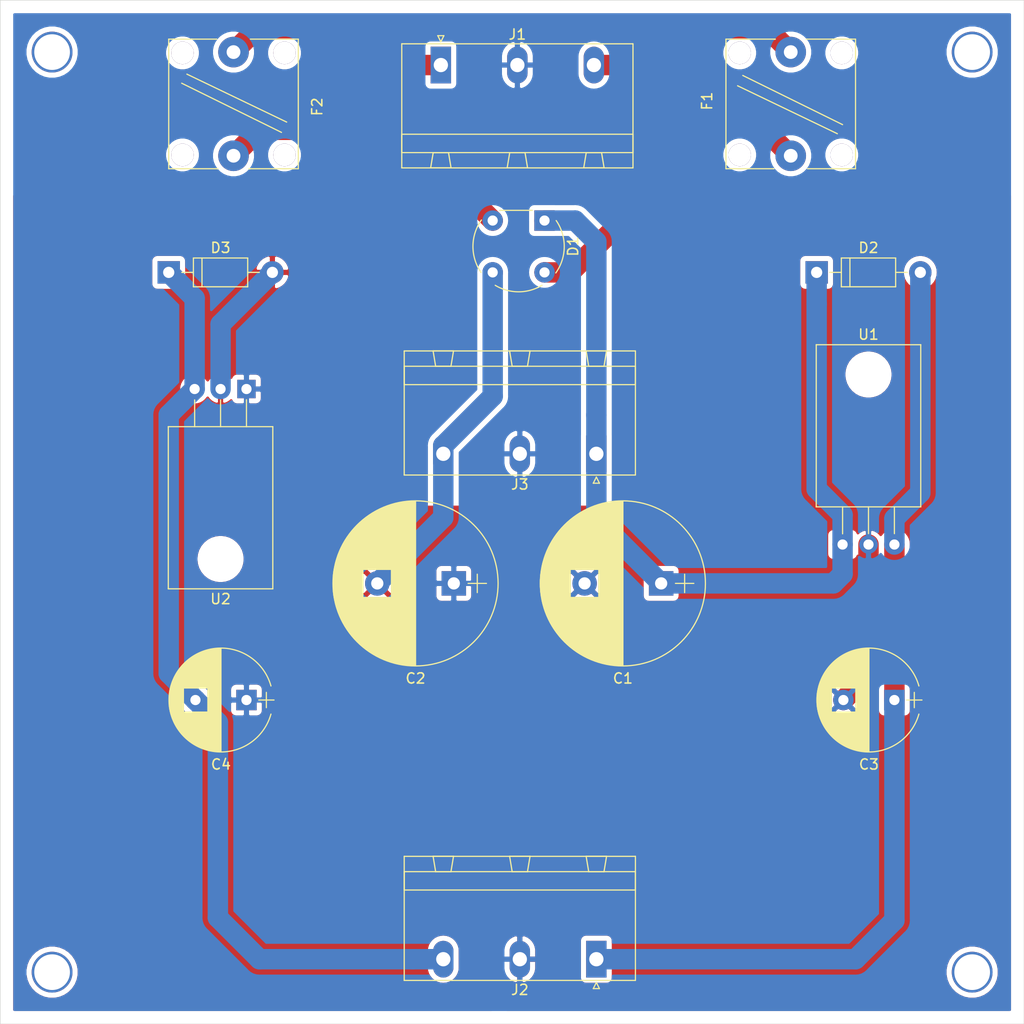
<source format=kicad_pcb>
(kicad_pcb (version 20171130) (host pcbnew 5.1.4-5.1.4)

  (general
    (thickness 1.6)
    (drawings 4)
    (tracks 62)
    (zones 0)
    (modules 14)
    (nets 10)
  )

  (page A4)
  (layers
    (0 F.Cu signal)
    (31 B.Cu signal)
    (33 F.Adhes user)
    (35 F.Paste user)
    (36 B.SilkS user)
    (37 F.SilkS user)
    (38 B.Mask user)
    (39 F.Mask user)
    (40 Dwgs.User user)
    (41 Cmts.User user)
    (42 Eco1.User user)
    (43 Eco2.User user)
    (44 Edge.Cuts user)
    (45 Margin user)
    (46 B.CrtYd user)
    (47 F.CrtYd user)
    (49 F.Fab user)
  )

  (setup
    (last_trace_width 0.25)
    (trace_clearance 0.2)
    (zone_clearance 0.508)
    (zone_45_only no)
    (trace_min 0.2)
    (via_size 0.8)
    (via_drill 0.4)
    (via_min_size 0.4)
    (via_min_drill 0.3)
    (uvia_size 0.3)
    (uvia_drill 0.1)
    (uvias_allowed no)
    (uvia_min_size 0.2)
    (uvia_min_drill 0.1)
    (edge_width 0.05)
    (segment_width 0.2)
    (pcb_text_width 0.3)
    (pcb_text_size 1.5 1.5)
    (mod_edge_width 0.12)
    (mod_text_size 1 1)
    (mod_text_width 0.15)
    (pad_size 1.524 1.524)
    (pad_drill 0.762)
    (pad_to_mask_clearance 0.051)
    (solder_mask_min_width 0.25)
    (aux_axis_origin 0 0)
    (visible_elements FFFFFF7F)
    (pcbplotparams
      (layerselection 0x010f0_ffffffff)
      (usegerberextensions true)
      (usegerberattributes false)
      (usegerberadvancedattributes false)
      (creategerberjobfile false)
      (excludeedgelayer true)
      (linewidth 0.100000)
      (plotframeref false)
      (viasonmask false)
      (mode 1)
      (useauxorigin false)
      (hpglpennumber 1)
      (hpglpenspeed 20)
      (hpglpendiameter 15.000000)
      (psnegative false)
      (psa4output false)
      (plotreference true)
      (plotvalue true)
      (plotinvisibletext false)
      (padsonsilk false)
      (subtractmaskfromsilk false)
      (outputformat 1)
      (mirror false)
      (drillshape 0)
      (scaleselection 1)
      (outputdirectory "Gerber/"))
  )

  (net 0 "")
  (net 1 GND)
  (net 2 "Net-(C1-Pad1)")
  (net 3 "Net-(C2-Pad2)")
  (net 4 /+5V)
  (net 5 /-5V)
  (net 6 "Net-(D1-Pad2)")
  (net 7 "Net-(D1-Pad4)")
  (net 8 "Net-(F1-Pad2)")
  (net 9 "Net-(F2-Pad1)")

  (net_class Default "Dies ist die voreingestellte Netzklasse."
    (clearance 0.2)
    (trace_width 0.25)
    (via_dia 0.8)
    (via_drill 0.4)
    (uvia_dia 0.3)
    (uvia_drill 0.1)
    (add_net /+5V)
    (add_net /-5V)
    (add_net GND)
    (add_net "Net-(C1-Pad1)")
    (add_net "Net-(C2-Pad2)")
    (add_net "Net-(D1-Pad2)")
    (add_net "Net-(D1-Pad4)")
    (add_net "Net-(F1-Pad2)")
    (add_net "Net-(F2-Pad1)")
  )

  (module Capacitors_THT:CP_Radial_D16.0mm_P7.50mm (layer F.Cu) (tedit 597BC7C2) (tstamp 5DBB0263)
    (at 128.27 121.92 180)
    (descr "CP, Radial series, Radial, pin pitch=7.50mm, , diameter=16mm, Electrolytic Capacitor")
    (tags "CP Radial series Radial pin pitch 7.50mm  diameter 16mm Electrolytic Capacitor")
    (path /5DBAD1CE)
    (fp_text reference C1 (at 3.75 -9.31) (layer F.SilkS)
      (effects (font (size 1 1) (thickness 0.15)))
    )
    (fp_text value 1000uF (at 3.75 9.31) (layer F.Fab)
      (effects (font (size 1 1) (thickness 0.15)))
    )
    (fp_text user %R (at 3.75 0) (layer F.Fab)
      (effects (font (size 1 1) (thickness 0.15)))
    )
    (fp_line (start 12.1 -8.35) (end -4.6 -8.35) (layer F.CrtYd) (width 0.05))
    (fp_line (start 12.1 8.35) (end 12.1 -8.35) (layer F.CrtYd) (width 0.05))
    (fp_line (start -4.6 8.35) (end 12.1 8.35) (layer F.CrtYd) (width 0.05))
    (fp_line (start -4.6 -8.35) (end -4.6 8.35) (layer F.CrtYd) (width 0.05))
    (fp_line (start -2.3 -0.9) (end -2.3 0.9) (layer F.SilkS) (width 0.12))
    (fp_line (start -3.2 0) (end -1.4 0) (layer F.SilkS) (width 0.12))
    (fp_line (start 11.831 -0.363) (end 11.831 0.363) (layer F.SilkS) (width 0.12))
    (fp_line (start 11.791 -0.859) (end 11.791 0.859) (layer F.SilkS) (width 0.12))
    (fp_line (start 11.751 -1.164) (end 11.751 1.164) (layer F.SilkS) (width 0.12))
    (fp_line (start 11.711 -1.405) (end 11.711 1.405) (layer F.SilkS) (width 0.12))
    (fp_line (start 11.671 -1.61) (end 11.671 1.61) (layer F.SilkS) (width 0.12))
    (fp_line (start 11.631 -1.792) (end 11.631 1.792) (layer F.SilkS) (width 0.12))
    (fp_line (start 11.591 -1.956) (end 11.591 1.956) (layer F.SilkS) (width 0.12))
    (fp_line (start 11.551 -2.107) (end 11.551 2.107) (layer F.SilkS) (width 0.12))
    (fp_line (start 11.511 -2.248) (end 11.511 2.248) (layer F.SilkS) (width 0.12))
    (fp_line (start 11.471 -2.379) (end 11.471 2.379) (layer F.SilkS) (width 0.12))
    (fp_line (start 11.431 -2.503) (end 11.431 2.503) (layer F.SilkS) (width 0.12))
    (fp_line (start 11.391 -2.621) (end 11.391 2.621) (layer F.SilkS) (width 0.12))
    (fp_line (start 11.351 -2.733) (end 11.351 2.733) (layer F.SilkS) (width 0.12))
    (fp_line (start 11.311 -2.841) (end 11.311 2.841) (layer F.SilkS) (width 0.12))
    (fp_line (start 11.271 -2.943) (end 11.271 2.943) (layer F.SilkS) (width 0.12))
    (fp_line (start 11.231 -3.042) (end 11.231 3.042) (layer F.SilkS) (width 0.12))
    (fp_line (start 11.191 -3.138) (end 11.191 3.138) (layer F.SilkS) (width 0.12))
    (fp_line (start 11.151 -3.23) (end 11.151 3.23) (layer F.SilkS) (width 0.12))
    (fp_line (start 11.111 -3.319) (end 11.111 3.319) (layer F.SilkS) (width 0.12))
    (fp_line (start 11.071 -3.405) (end 11.071 3.405) (layer F.SilkS) (width 0.12))
    (fp_line (start 11.031 -3.489) (end 11.031 3.489) (layer F.SilkS) (width 0.12))
    (fp_line (start 10.991 -3.57) (end 10.991 3.57) (layer F.SilkS) (width 0.12))
    (fp_line (start 10.951 -3.649) (end 10.951 3.649) (layer F.SilkS) (width 0.12))
    (fp_line (start 10.911 -3.726) (end 10.911 3.726) (layer F.SilkS) (width 0.12))
    (fp_line (start 10.871 -3.802) (end 10.871 3.802) (layer F.SilkS) (width 0.12))
    (fp_line (start 10.831 -3.875) (end 10.831 3.875) (layer F.SilkS) (width 0.12))
    (fp_line (start 10.791 -3.946) (end 10.791 3.946) (layer F.SilkS) (width 0.12))
    (fp_line (start 10.751 -4.016) (end 10.751 4.016) (layer F.SilkS) (width 0.12))
    (fp_line (start 10.711 -4.084) (end 10.711 4.084) (layer F.SilkS) (width 0.12))
    (fp_line (start 10.671 -4.151) (end 10.671 4.151) (layer F.SilkS) (width 0.12))
    (fp_line (start 10.631 -4.217) (end 10.631 4.217) (layer F.SilkS) (width 0.12))
    (fp_line (start 10.591 -4.281) (end 10.591 4.281) (layer F.SilkS) (width 0.12))
    (fp_line (start 10.551 -4.343) (end 10.551 4.343) (layer F.SilkS) (width 0.12))
    (fp_line (start 10.511 -4.405) (end 10.511 4.405) (layer F.SilkS) (width 0.12))
    (fp_line (start 10.471 -4.465) (end 10.471 4.465) (layer F.SilkS) (width 0.12))
    (fp_line (start 10.431 -4.524) (end 10.431 4.524) (layer F.SilkS) (width 0.12))
    (fp_line (start 10.391 -4.582) (end 10.391 4.582) (layer F.SilkS) (width 0.12))
    (fp_line (start 10.351 -4.639) (end 10.351 4.639) (layer F.SilkS) (width 0.12))
    (fp_line (start 10.311 -4.695) (end 10.311 4.695) (layer F.SilkS) (width 0.12))
    (fp_line (start 10.271 -4.75) (end 10.271 4.75) (layer F.SilkS) (width 0.12))
    (fp_line (start 10.231 -4.804) (end 10.231 4.804) (layer F.SilkS) (width 0.12))
    (fp_line (start 10.191 -4.857) (end 10.191 4.857) (layer F.SilkS) (width 0.12))
    (fp_line (start 10.151 -4.909) (end 10.151 4.909) (layer F.SilkS) (width 0.12))
    (fp_line (start 10.111 -4.96) (end 10.111 4.96) (layer F.SilkS) (width 0.12))
    (fp_line (start 10.071 -5.011) (end 10.071 5.011) (layer F.SilkS) (width 0.12))
    (fp_line (start 10.031 -5.06) (end 10.031 5.06) (layer F.SilkS) (width 0.12))
    (fp_line (start 9.991 -5.109) (end 9.991 5.109) (layer F.SilkS) (width 0.12))
    (fp_line (start 9.951 -5.157) (end 9.951 5.157) (layer F.SilkS) (width 0.12))
    (fp_line (start 9.911 -5.205) (end 9.911 5.205) (layer F.SilkS) (width 0.12))
    (fp_line (start 9.871 -5.251) (end 9.871 5.251) (layer F.SilkS) (width 0.12))
    (fp_line (start 9.831 -5.297) (end 9.831 5.297) (layer F.SilkS) (width 0.12))
    (fp_line (start 9.791 -5.343) (end 9.791 5.343) (layer F.SilkS) (width 0.12))
    (fp_line (start 9.751 -5.387) (end 9.751 5.387) (layer F.SilkS) (width 0.12))
    (fp_line (start 9.711 -5.431) (end 9.711 5.431) (layer F.SilkS) (width 0.12))
    (fp_line (start 9.671 -5.474) (end 9.671 5.474) (layer F.SilkS) (width 0.12))
    (fp_line (start 9.631 -5.517) (end 9.631 5.517) (layer F.SilkS) (width 0.12))
    (fp_line (start 9.591 -5.559) (end 9.591 5.559) (layer F.SilkS) (width 0.12))
    (fp_line (start 9.551 -5.6) (end 9.551 5.6) (layer F.SilkS) (width 0.12))
    (fp_line (start 9.511 -5.641) (end 9.511 5.641) (layer F.SilkS) (width 0.12))
    (fp_line (start 9.471 -5.681) (end 9.471 5.681) (layer F.SilkS) (width 0.12))
    (fp_line (start 9.431 -5.721) (end 9.431 5.721) (layer F.SilkS) (width 0.12))
    (fp_line (start 9.391 -5.76) (end 9.391 5.76) (layer F.SilkS) (width 0.12))
    (fp_line (start 9.351 -5.799) (end 9.351 5.799) (layer F.SilkS) (width 0.12))
    (fp_line (start 9.311 -5.837) (end 9.311 5.837) (layer F.SilkS) (width 0.12))
    (fp_line (start 9.271 -5.875) (end 9.271 5.875) (layer F.SilkS) (width 0.12))
    (fp_line (start 9.231 -5.912) (end 9.231 5.912) (layer F.SilkS) (width 0.12))
    (fp_line (start 9.191 -5.948) (end 9.191 5.948) (layer F.SilkS) (width 0.12))
    (fp_line (start 9.151 -5.984) (end 9.151 5.984) (layer F.SilkS) (width 0.12))
    (fp_line (start 9.111 -6.02) (end 9.111 6.02) (layer F.SilkS) (width 0.12))
    (fp_line (start 9.071 -6.055) (end 9.071 6.055) (layer F.SilkS) (width 0.12))
    (fp_line (start 9.031 -6.09) (end 9.031 6.09) (layer F.SilkS) (width 0.12))
    (fp_line (start 8.991 -6.124) (end 8.991 6.124) (layer F.SilkS) (width 0.12))
    (fp_line (start 8.951 -6.158) (end 8.951 6.158) (layer F.SilkS) (width 0.12))
    (fp_line (start 8.911 -6.191) (end 8.911 6.191) (layer F.SilkS) (width 0.12))
    (fp_line (start 8.871 1.38) (end 8.871 6.224) (layer F.SilkS) (width 0.12))
    (fp_line (start 8.871 -6.224) (end 8.871 -1.38) (layer F.SilkS) (width 0.12))
    (fp_line (start 8.831 1.38) (end 8.831 6.257) (layer F.SilkS) (width 0.12))
    (fp_line (start 8.831 -6.257) (end 8.831 -1.38) (layer F.SilkS) (width 0.12))
    (fp_line (start 8.791 1.38) (end 8.791 6.289) (layer F.SilkS) (width 0.12))
    (fp_line (start 8.791 -6.289) (end 8.791 -1.38) (layer F.SilkS) (width 0.12))
    (fp_line (start 8.751 1.38) (end 8.751 6.32) (layer F.SilkS) (width 0.12))
    (fp_line (start 8.751 -6.32) (end 8.751 -1.38) (layer F.SilkS) (width 0.12))
    (fp_line (start 8.711 1.38) (end 8.711 6.352) (layer F.SilkS) (width 0.12))
    (fp_line (start 8.711 -6.352) (end 8.711 -1.38) (layer F.SilkS) (width 0.12))
    (fp_line (start 8.671 1.38) (end 8.671 6.382) (layer F.SilkS) (width 0.12))
    (fp_line (start 8.671 -6.382) (end 8.671 -1.38) (layer F.SilkS) (width 0.12))
    (fp_line (start 8.631 1.38) (end 8.631 6.413) (layer F.SilkS) (width 0.12))
    (fp_line (start 8.631 -6.413) (end 8.631 -1.38) (layer F.SilkS) (width 0.12))
    (fp_line (start 8.591 1.38) (end 8.591 6.443) (layer F.SilkS) (width 0.12))
    (fp_line (start 8.591 -6.443) (end 8.591 -1.38) (layer F.SilkS) (width 0.12))
    (fp_line (start 8.551 1.38) (end 8.551 6.473) (layer F.SilkS) (width 0.12))
    (fp_line (start 8.551 -6.473) (end 8.551 -1.38) (layer F.SilkS) (width 0.12))
    (fp_line (start 8.511 1.38) (end 8.511 6.502) (layer F.SilkS) (width 0.12))
    (fp_line (start 8.511 -6.502) (end 8.511 -1.38) (layer F.SilkS) (width 0.12))
    (fp_line (start 8.471 1.38) (end 8.471 6.531) (layer F.SilkS) (width 0.12))
    (fp_line (start 8.471 -6.531) (end 8.471 -1.38) (layer F.SilkS) (width 0.12))
    (fp_line (start 8.431 1.38) (end 8.431 6.559) (layer F.SilkS) (width 0.12))
    (fp_line (start 8.431 -6.559) (end 8.431 -1.38) (layer F.SilkS) (width 0.12))
    (fp_line (start 8.391 1.38) (end 8.391 6.588) (layer F.SilkS) (width 0.12))
    (fp_line (start 8.391 -6.588) (end 8.391 -1.38) (layer F.SilkS) (width 0.12))
    (fp_line (start 8.351 1.38) (end 8.351 6.615) (layer F.SilkS) (width 0.12))
    (fp_line (start 8.351 -6.615) (end 8.351 -1.38) (layer F.SilkS) (width 0.12))
    (fp_line (start 8.311 1.38) (end 8.311 6.643) (layer F.SilkS) (width 0.12))
    (fp_line (start 8.311 -6.643) (end 8.311 -1.38) (layer F.SilkS) (width 0.12))
    (fp_line (start 8.271 1.38) (end 8.271 6.67) (layer F.SilkS) (width 0.12))
    (fp_line (start 8.271 -6.67) (end 8.271 -1.38) (layer F.SilkS) (width 0.12))
    (fp_line (start 8.231 1.38) (end 8.231 6.697) (layer F.SilkS) (width 0.12))
    (fp_line (start 8.231 -6.697) (end 8.231 -1.38) (layer F.SilkS) (width 0.12))
    (fp_line (start 8.191 1.38) (end 8.191 6.723) (layer F.SilkS) (width 0.12))
    (fp_line (start 8.191 -6.723) (end 8.191 -1.38) (layer F.SilkS) (width 0.12))
    (fp_line (start 8.151 1.38) (end 8.151 6.749) (layer F.SilkS) (width 0.12))
    (fp_line (start 8.151 -6.749) (end 8.151 -1.38) (layer F.SilkS) (width 0.12))
    (fp_line (start 8.111 1.38) (end 8.111 6.775) (layer F.SilkS) (width 0.12))
    (fp_line (start 8.111 -6.775) (end 8.111 -1.38) (layer F.SilkS) (width 0.12))
    (fp_line (start 8.071 1.38) (end 8.071 6.801) (layer F.SilkS) (width 0.12))
    (fp_line (start 8.071 -6.801) (end 8.071 -1.38) (layer F.SilkS) (width 0.12))
    (fp_line (start 8.031 1.38) (end 8.031 6.826) (layer F.SilkS) (width 0.12))
    (fp_line (start 8.031 -6.826) (end 8.031 -1.38) (layer F.SilkS) (width 0.12))
    (fp_line (start 7.991 1.38) (end 7.991 6.85) (layer F.SilkS) (width 0.12))
    (fp_line (start 7.991 -6.85) (end 7.991 -1.38) (layer F.SilkS) (width 0.12))
    (fp_line (start 7.951 1.38) (end 7.951 6.875) (layer F.SilkS) (width 0.12))
    (fp_line (start 7.951 -6.875) (end 7.951 -1.38) (layer F.SilkS) (width 0.12))
    (fp_line (start 7.911 1.38) (end 7.911 6.899) (layer F.SilkS) (width 0.12))
    (fp_line (start 7.911 -6.899) (end 7.911 -1.38) (layer F.SilkS) (width 0.12))
    (fp_line (start 7.871 1.38) (end 7.871 6.923) (layer F.SilkS) (width 0.12))
    (fp_line (start 7.871 -6.923) (end 7.871 -1.38) (layer F.SilkS) (width 0.12))
    (fp_line (start 7.831 1.38) (end 7.831 6.946) (layer F.SilkS) (width 0.12))
    (fp_line (start 7.831 -6.946) (end 7.831 -1.38) (layer F.SilkS) (width 0.12))
    (fp_line (start 7.791 1.38) (end 7.791 6.97) (layer F.SilkS) (width 0.12))
    (fp_line (start 7.791 -6.97) (end 7.791 -1.38) (layer F.SilkS) (width 0.12))
    (fp_line (start 7.751 1.38) (end 7.751 6.992) (layer F.SilkS) (width 0.12))
    (fp_line (start 7.751 -6.992) (end 7.751 -1.38) (layer F.SilkS) (width 0.12))
    (fp_line (start 7.711 1.38) (end 7.711 7.015) (layer F.SilkS) (width 0.12))
    (fp_line (start 7.711 -7.015) (end 7.711 -1.38) (layer F.SilkS) (width 0.12))
    (fp_line (start 7.671 1.38) (end 7.671 7.037) (layer F.SilkS) (width 0.12))
    (fp_line (start 7.671 -7.037) (end 7.671 -1.38) (layer F.SilkS) (width 0.12))
    (fp_line (start 7.631 1.38) (end 7.631 7.059) (layer F.SilkS) (width 0.12))
    (fp_line (start 7.631 -7.059) (end 7.631 -1.38) (layer F.SilkS) (width 0.12))
    (fp_line (start 7.591 1.38) (end 7.591 7.081) (layer F.SilkS) (width 0.12))
    (fp_line (start 7.591 -7.081) (end 7.591 -1.38) (layer F.SilkS) (width 0.12))
    (fp_line (start 7.551 1.38) (end 7.551 7.102) (layer F.SilkS) (width 0.12))
    (fp_line (start 7.551 -7.102) (end 7.551 -1.38) (layer F.SilkS) (width 0.12))
    (fp_line (start 7.511 1.38) (end 7.511 7.124) (layer F.SilkS) (width 0.12))
    (fp_line (start 7.511 -7.124) (end 7.511 -1.38) (layer F.SilkS) (width 0.12))
    (fp_line (start 7.471 1.38) (end 7.471 7.144) (layer F.SilkS) (width 0.12))
    (fp_line (start 7.471 -7.144) (end 7.471 -1.38) (layer F.SilkS) (width 0.12))
    (fp_line (start 7.431 1.38) (end 7.431 7.165) (layer F.SilkS) (width 0.12))
    (fp_line (start 7.431 -7.165) (end 7.431 -1.38) (layer F.SilkS) (width 0.12))
    (fp_line (start 7.391 1.38) (end 7.391 7.185) (layer F.SilkS) (width 0.12))
    (fp_line (start 7.391 -7.185) (end 7.391 -1.38) (layer F.SilkS) (width 0.12))
    (fp_line (start 7.351 1.38) (end 7.351 7.205) (layer F.SilkS) (width 0.12))
    (fp_line (start 7.351 -7.205) (end 7.351 -1.38) (layer F.SilkS) (width 0.12))
    (fp_line (start 7.311 1.38) (end 7.311 7.225) (layer F.SilkS) (width 0.12))
    (fp_line (start 7.311 -7.225) (end 7.311 -1.38) (layer F.SilkS) (width 0.12))
    (fp_line (start 7.271 1.38) (end 7.271 7.245) (layer F.SilkS) (width 0.12))
    (fp_line (start 7.271 -7.245) (end 7.271 -1.38) (layer F.SilkS) (width 0.12))
    (fp_line (start 7.231 1.38) (end 7.231 7.264) (layer F.SilkS) (width 0.12))
    (fp_line (start 7.231 -7.264) (end 7.231 -1.38) (layer F.SilkS) (width 0.12))
    (fp_line (start 7.191 1.38) (end 7.191 7.283) (layer F.SilkS) (width 0.12))
    (fp_line (start 7.191 -7.283) (end 7.191 -1.38) (layer F.SilkS) (width 0.12))
    (fp_line (start 7.151 1.38) (end 7.151 7.301) (layer F.SilkS) (width 0.12))
    (fp_line (start 7.151 -7.301) (end 7.151 -1.38) (layer F.SilkS) (width 0.12))
    (fp_line (start 7.111 1.38) (end 7.111 7.32) (layer F.SilkS) (width 0.12))
    (fp_line (start 7.111 -7.32) (end 7.111 -1.38) (layer F.SilkS) (width 0.12))
    (fp_line (start 7.071 1.38) (end 7.071 7.338) (layer F.SilkS) (width 0.12))
    (fp_line (start 7.071 -7.338) (end 7.071 -1.38) (layer F.SilkS) (width 0.12))
    (fp_line (start 7.031 1.38) (end 7.031 7.356) (layer F.SilkS) (width 0.12))
    (fp_line (start 7.031 -7.356) (end 7.031 -1.38) (layer F.SilkS) (width 0.12))
    (fp_line (start 6.991 1.38) (end 6.991 7.373) (layer F.SilkS) (width 0.12))
    (fp_line (start 6.991 -7.373) (end 6.991 -1.38) (layer F.SilkS) (width 0.12))
    (fp_line (start 6.951 1.38) (end 6.951 7.391) (layer F.SilkS) (width 0.12))
    (fp_line (start 6.951 -7.391) (end 6.951 -1.38) (layer F.SilkS) (width 0.12))
    (fp_line (start 6.911 1.38) (end 6.911 7.408) (layer F.SilkS) (width 0.12))
    (fp_line (start 6.911 -7.408) (end 6.911 -1.38) (layer F.SilkS) (width 0.12))
    (fp_line (start 6.871 1.38) (end 6.871 7.425) (layer F.SilkS) (width 0.12))
    (fp_line (start 6.871 -7.425) (end 6.871 -1.38) (layer F.SilkS) (width 0.12))
    (fp_line (start 6.831 1.38) (end 6.831 7.441) (layer F.SilkS) (width 0.12))
    (fp_line (start 6.831 -7.441) (end 6.831 -1.38) (layer F.SilkS) (width 0.12))
    (fp_line (start 6.791 1.38) (end 6.791 7.458) (layer F.SilkS) (width 0.12))
    (fp_line (start 6.791 -7.458) (end 6.791 -1.38) (layer F.SilkS) (width 0.12))
    (fp_line (start 6.751 1.38) (end 6.751 7.474) (layer F.SilkS) (width 0.12))
    (fp_line (start 6.751 -7.474) (end 6.751 -1.38) (layer F.SilkS) (width 0.12))
    (fp_line (start 6.711 1.38) (end 6.711 7.49) (layer F.SilkS) (width 0.12))
    (fp_line (start 6.711 -7.49) (end 6.711 -1.38) (layer F.SilkS) (width 0.12))
    (fp_line (start 6.671 1.38) (end 6.671 7.505) (layer F.SilkS) (width 0.12))
    (fp_line (start 6.671 -7.505) (end 6.671 -1.38) (layer F.SilkS) (width 0.12))
    (fp_line (start 6.631 1.38) (end 6.631 7.521) (layer F.SilkS) (width 0.12))
    (fp_line (start 6.631 -7.521) (end 6.631 -1.38) (layer F.SilkS) (width 0.12))
    (fp_line (start 6.591 1.38) (end 6.591 7.536) (layer F.SilkS) (width 0.12))
    (fp_line (start 6.591 -7.536) (end 6.591 -1.38) (layer F.SilkS) (width 0.12))
    (fp_line (start 6.551 1.38) (end 6.551 7.55) (layer F.SilkS) (width 0.12))
    (fp_line (start 6.551 -7.55) (end 6.551 -1.38) (layer F.SilkS) (width 0.12))
    (fp_line (start 6.511 1.38) (end 6.511 7.565) (layer F.SilkS) (width 0.12))
    (fp_line (start 6.511 -7.565) (end 6.511 -1.38) (layer F.SilkS) (width 0.12))
    (fp_line (start 6.471 1.38) (end 6.471 7.58) (layer F.SilkS) (width 0.12))
    (fp_line (start 6.471 -7.58) (end 6.471 -1.38) (layer F.SilkS) (width 0.12))
    (fp_line (start 6.431 1.38) (end 6.431 7.594) (layer F.SilkS) (width 0.12))
    (fp_line (start 6.431 -7.594) (end 6.431 -1.38) (layer F.SilkS) (width 0.12))
    (fp_line (start 6.391 1.38) (end 6.391 7.608) (layer F.SilkS) (width 0.12))
    (fp_line (start 6.391 -7.608) (end 6.391 -1.38) (layer F.SilkS) (width 0.12))
    (fp_line (start 6.351 1.38) (end 6.351 7.621) (layer F.SilkS) (width 0.12))
    (fp_line (start 6.351 -7.621) (end 6.351 -1.38) (layer F.SilkS) (width 0.12))
    (fp_line (start 6.311 1.38) (end 6.311 7.635) (layer F.SilkS) (width 0.12))
    (fp_line (start 6.311 -7.635) (end 6.311 -1.38) (layer F.SilkS) (width 0.12))
    (fp_line (start 6.271 1.38) (end 6.271 7.648) (layer F.SilkS) (width 0.12))
    (fp_line (start 6.271 -7.648) (end 6.271 -1.38) (layer F.SilkS) (width 0.12))
    (fp_line (start 6.231 1.38) (end 6.231 7.661) (layer F.SilkS) (width 0.12))
    (fp_line (start 6.231 -7.661) (end 6.231 -1.38) (layer F.SilkS) (width 0.12))
    (fp_line (start 6.191 1.38) (end 6.191 7.674) (layer F.SilkS) (width 0.12))
    (fp_line (start 6.191 -7.674) (end 6.191 -1.38) (layer F.SilkS) (width 0.12))
    (fp_line (start 6.151 1.38) (end 6.151 7.686) (layer F.SilkS) (width 0.12))
    (fp_line (start 6.151 -7.686) (end 6.151 -1.38) (layer F.SilkS) (width 0.12))
    (fp_line (start 6.111 -7.699) (end 6.111 7.699) (layer F.SilkS) (width 0.12))
    (fp_line (start 6.071 -7.711) (end 6.071 7.711) (layer F.SilkS) (width 0.12))
    (fp_line (start 6.031 -7.723) (end 6.031 7.723) (layer F.SilkS) (width 0.12))
    (fp_line (start 5.991 -7.734) (end 5.991 7.734) (layer F.SilkS) (width 0.12))
    (fp_line (start 5.951 -7.746) (end 5.951 7.746) (layer F.SilkS) (width 0.12))
    (fp_line (start 5.911 -7.757) (end 5.911 7.757) (layer F.SilkS) (width 0.12))
    (fp_line (start 5.871 -7.768) (end 5.871 7.768) (layer F.SilkS) (width 0.12))
    (fp_line (start 5.831 -7.779) (end 5.831 7.779) (layer F.SilkS) (width 0.12))
    (fp_line (start 5.791 -7.789) (end 5.791 7.789) (layer F.SilkS) (width 0.12))
    (fp_line (start 5.751 -7.799) (end 5.751 7.799) (layer F.SilkS) (width 0.12))
    (fp_line (start 5.711 -7.809) (end 5.711 7.809) (layer F.SilkS) (width 0.12))
    (fp_line (start 5.671 -7.819) (end 5.671 7.819) (layer F.SilkS) (width 0.12))
    (fp_line (start 5.631 -7.829) (end 5.631 7.829) (layer F.SilkS) (width 0.12))
    (fp_line (start 5.591 -7.838) (end 5.591 7.838) (layer F.SilkS) (width 0.12))
    (fp_line (start 5.551 -7.848) (end 5.551 7.848) (layer F.SilkS) (width 0.12))
    (fp_line (start 5.511 -7.857) (end 5.511 7.857) (layer F.SilkS) (width 0.12))
    (fp_line (start 5.471 -7.866) (end 5.471 7.866) (layer F.SilkS) (width 0.12))
    (fp_line (start 5.431 -7.874) (end 5.431 7.874) (layer F.SilkS) (width 0.12))
    (fp_line (start 5.391 -7.883) (end 5.391 7.883) (layer F.SilkS) (width 0.12))
    (fp_line (start 5.351 -7.891) (end 5.351 7.891) (layer F.SilkS) (width 0.12))
    (fp_line (start 5.311 -7.899) (end 5.311 7.899) (layer F.SilkS) (width 0.12))
    (fp_line (start 5.271 -7.906) (end 5.271 7.906) (layer F.SilkS) (width 0.12))
    (fp_line (start 5.231 -7.914) (end 5.231 7.914) (layer F.SilkS) (width 0.12))
    (fp_line (start 5.191 -7.921) (end 5.191 7.921) (layer F.SilkS) (width 0.12))
    (fp_line (start 5.151 -7.928) (end 5.151 7.928) (layer F.SilkS) (width 0.12))
    (fp_line (start 5.111 -7.935) (end 5.111 7.935) (layer F.SilkS) (width 0.12))
    (fp_line (start 5.071 -7.942) (end 5.071 7.942) (layer F.SilkS) (width 0.12))
    (fp_line (start 5.031 -7.949) (end 5.031 7.949) (layer F.SilkS) (width 0.12))
    (fp_line (start 4.991 -7.955) (end 4.991 7.955) (layer F.SilkS) (width 0.12))
    (fp_line (start 4.951 -7.961) (end 4.951 7.961) (layer F.SilkS) (width 0.12))
    (fp_line (start 4.911 -7.967) (end 4.911 7.967) (layer F.SilkS) (width 0.12))
    (fp_line (start 4.871 -7.973) (end 4.871 7.973) (layer F.SilkS) (width 0.12))
    (fp_line (start 4.831 -7.978) (end 4.831 7.978) (layer F.SilkS) (width 0.12))
    (fp_line (start 4.791 -7.983) (end 4.791 7.983) (layer F.SilkS) (width 0.12))
    (fp_line (start 4.751 -7.988) (end 4.751 7.988) (layer F.SilkS) (width 0.12))
    (fp_line (start 4.711 -7.993) (end 4.711 7.993) (layer F.SilkS) (width 0.12))
    (fp_line (start 4.671 -7.998) (end 4.671 7.998) (layer F.SilkS) (width 0.12))
    (fp_line (start 4.631 -8.002) (end 4.631 8.002) (layer F.SilkS) (width 0.12))
    (fp_line (start 4.591 -8.007) (end 4.591 8.007) (layer F.SilkS) (width 0.12))
    (fp_line (start 4.551 -8.011) (end 4.551 8.011) (layer F.SilkS) (width 0.12))
    (fp_line (start 4.511 -8.015) (end 4.511 8.015) (layer F.SilkS) (width 0.12))
    (fp_line (start 4.471 -8.018) (end 4.471 8.018) (layer F.SilkS) (width 0.12))
    (fp_line (start 4.43 -8.022) (end 4.43 8.022) (layer F.SilkS) (width 0.12))
    (fp_line (start 4.39 -8.025) (end 4.39 8.025) (layer F.SilkS) (width 0.12))
    (fp_line (start 4.35 -8.028) (end 4.35 8.028) (layer F.SilkS) (width 0.12))
    (fp_line (start 4.31 -8.031) (end 4.31 8.031) (layer F.SilkS) (width 0.12))
    (fp_line (start 4.27 -8.034) (end 4.27 8.034) (layer F.SilkS) (width 0.12))
    (fp_line (start 4.23 -8.036) (end 4.23 8.036) (layer F.SilkS) (width 0.12))
    (fp_line (start 4.19 -8.039) (end 4.19 8.039) (layer F.SilkS) (width 0.12))
    (fp_line (start 4.15 -8.041) (end 4.15 8.041) (layer F.SilkS) (width 0.12))
    (fp_line (start 4.11 -8.042) (end 4.11 8.042) (layer F.SilkS) (width 0.12))
    (fp_line (start 4.07 -8.044) (end 4.07 8.044) (layer F.SilkS) (width 0.12))
    (fp_line (start 4.03 -8.046) (end 4.03 8.046) (layer F.SilkS) (width 0.12))
    (fp_line (start 3.99 -8.047) (end 3.99 8.047) (layer F.SilkS) (width 0.12))
    (fp_line (start 3.95 -8.048) (end 3.95 8.048) (layer F.SilkS) (width 0.12))
    (fp_line (start 3.91 -8.049) (end 3.91 8.049) (layer F.SilkS) (width 0.12))
    (fp_line (start 3.87 -8.05) (end 3.87 8.05) (layer F.SilkS) (width 0.12))
    (fp_line (start 3.83 -8.05) (end 3.83 8.05) (layer F.SilkS) (width 0.12))
    (fp_line (start 3.79 -8.05) (end 3.79 8.05) (layer F.SilkS) (width 0.12))
    (fp_line (start 3.75 -8.051) (end 3.75 8.051) (layer F.SilkS) (width 0.12))
    (fp_line (start -2.3 -0.9) (end -2.3 0.9) (layer F.Fab) (width 0.1))
    (fp_line (start -3.2 0) (end -1.4 0) (layer F.Fab) (width 0.1))
    (fp_circle (center 3.75 0) (end 11.84 0) (layer F.SilkS) (width 0.12))
    (fp_circle (center 3.75 0) (end 11.75 0) (layer F.Fab) (width 0.1))
    (pad 2 thru_hole circle (at 7.5 0 180) (size 2.4 2.4) (drill 1.2) (layers *.Cu *.Mask)
      (net 1 GND))
    (pad 1 thru_hole rect (at 0 0 180) (size 2.4 2.4) (drill 1.2) (layers *.Cu *.Mask)
      (net 2 "Net-(C1-Pad1)"))
    (model ${KISYS3DMOD}/Capacitors_THT.3dshapes/CP_Radial_D16.0mm_P7.50mm.wrl
      (at (xyz 0 0 0))
      (scale (xyz 1 1 1))
      (rotate (xyz 0 0 0))
    )
  )

  (module Capacitors_THT:CP_Radial_D16.0mm_P7.50mm (layer F.Cu) (tedit 597BC7C2) (tstamp 5DBB0384)
    (at 107.95 121.92 180)
    (descr "CP, Radial series, Radial, pin pitch=7.50mm, , diameter=16mm, Electrolytic Capacitor")
    (tags "CP Radial series Radial pin pitch 7.50mm  diameter 16mm Electrolytic Capacitor")
    (path /5DBAD2C3)
    (fp_text reference C2 (at 3.75 -9.31) (layer F.SilkS)
      (effects (font (size 1 1) (thickness 0.15)))
    )
    (fp_text value 1000uF (at 3.75 9.31) (layer F.Fab)
      (effects (font (size 1 1) (thickness 0.15)))
    )
    (fp_circle (center 3.75 0) (end 11.75 0) (layer F.Fab) (width 0.1))
    (fp_circle (center 3.75 0) (end 11.84 0) (layer F.SilkS) (width 0.12))
    (fp_line (start -3.2 0) (end -1.4 0) (layer F.Fab) (width 0.1))
    (fp_line (start -2.3 -0.9) (end -2.3 0.9) (layer F.Fab) (width 0.1))
    (fp_line (start 3.75 -8.051) (end 3.75 8.051) (layer F.SilkS) (width 0.12))
    (fp_line (start 3.79 -8.05) (end 3.79 8.05) (layer F.SilkS) (width 0.12))
    (fp_line (start 3.83 -8.05) (end 3.83 8.05) (layer F.SilkS) (width 0.12))
    (fp_line (start 3.87 -8.05) (end 3.87 8.05) (layer F.SilkS) (width 0.12))
    (fp_line (start 3.91 -8.049) (end 3.91 8.049) (layer F.SilkS) (width 0.12))
    (fp_line (start 3.95 -8.048) (end 3.95 8.048) (layer F.SilkS) (width 0.12))
    (fp_line (start 3.99 -8.047) (end 3.99 8.047) (layer F.SilkS) (width 0.12))
    (fp_line (start 4.03 -8.046) (end 4.03 8.046) (layer F.SilkS) (width 0.12))
    (fp_line (start 4.07 -8.044) (end 4.07 8.044) (layer F.SilkS) (width 0.12))
    (fp_line (start 4.11 -8.042) (end 4.11 8.042) (layer F.SilkS) (width 0.12))
    (fp_line (start 4.15 -8.041) (end 4.15 8.041) (layer F.SilkS) (width 0.12))
    (fp_line (start 4.19 -8.039) (end 4.19 8.039) (layer F.SilkS) (width 0.12))
    (fp_line (start 4.23 -8.036) (end 4.23 8.036) (layer F.SilkS) (width 0.12))
    (fp_line (start 4.27 -8.034) (end 4.27 8.034) (layer F.SilkS) (width 0.12))
    (fp_line (start 4.31 -8.031) (end 4.31 8.031) (layer F.SilkS) (width 0.12))
    (fp_line (start 4.35 -8.028) (end 4.35 8.028) (layer F.SilkS) (width 0.12))
    (fp_line (start 4.39 -8.025) (end 4.39 8.025) (layer F.SilkS) (width 0.12))
    (fp_line (start 4.43 -8.022) (end 4.43 8.022) (layer F.SilkS) (width 0.12))
    (fp_line (start 4.471 -8.018) (end 4.471 8.018) (layer F.SilkS) (width 0.12))
    (fp_line (start 4.511 -8.015) (end 4.511 8.015) (layer F.SilkS) (width 0.12))
    (fp_line (start 4.551 -8.011) (end 4.551 8.011) (layer F.SilkS) (width 0.12))
    (fp_line (start 4.591 -8.007) (end 4.591 8.007) (layer F.SilkS) (width 0.12))
    (fp_line (start 4.631 -8.002) (end 4.631 8.002) (layer F.SilkS) (width 0.12))
    (fp_line (start 4.671 -7.998) (end 4.671 7.998) (layer F.SilkS) (width 0.12))
    (fp_line (start 4.711 -7.993) (end 4.711 7.993) (layer F.SilkS) (width 0.12))
    (fp_line (start 4.751 -7.988) (end 4.751 7.988) (layer F.SilkS) (width 0.12))
    (fp_line (start 4.791 -7.983) (end 4.791 7.983) (layer F.SilkS) (width 0.12))
    (fp_line (start 4.831 -7.978) (end 4.831 7.978) (layer F.SilkS) (width 0.12))
    (fp_line (start 4.871 -7.973) (end 4.871 7.973) (layer F.SilkS) (width 0.12))
    (fp_line (start 4.911 -7.967) (end 4.911 7.967) (layer F.SilkS) (width 0.12))
    (fp_line (start 4.951 -7.961) (end 4.951 7.961) (layer F.SilkS) (width 0.12))
    (fp_line (start 4.991 -7.955) (end 4.991 7.955) (layer F.SilkS) (width 0.12))
    (fp_line (start 5.031 -7.949) (end 5.031 7.949) (layer F.SilkS) (width 0.12))
    (fp_line (start 5.071 -7.942) (end 5.071 7.942) (layer F.SilkS) (width 0.12))
    (fp_line (start 5.111 -7.935) (end 5.111 7.935) (layer F.SilkS) (width 0.12))
    (fp_line (start 5.151 -7.928) (end 5.151 7.928) (layer F.SilkS) (width 0.12))
    (fp_line (start 5.191 -7.921) (end 5.191 7.921) (layer F.SilkS) (width 0.12))
    (fp_line (start 5.231 -7.914) (end 5.231 7.914) (layer F.SilkS) (width 0.12))
    (fp_line (start 5.271 -7.906) (end 5.271 7.906) (layer F.SilkS) (width 0.12))
    (fp_line (start 5.311 -7.899) (end 5.311 7.899) (layer F.SilkS) (width 0.12))
    (fp_line (start 5.351 -7.891) (end 5.351 7.891) (layer F.SilkS) (width 0.12))
    (fp_line (start 5.391 -7.883) (end 5.391 7.883) (layer F.SilkS) (width 0.12))
    (fp_line (start 5.431 -7.874) (end 5.431 7.874) (layer F.SilkS) (width 0.12))
    (fp_line (start 5.471 -7.866) (end 5.471 7.866) (layer F.SilkS) (width 0.12))
    (fp_line (start 5.511 -7.857) (end 5.511 7.857) (layer F.SilkS) (width 0.12))
    (fp_line (start 5.551 -7.848) (end 5.551 7.848) (layer F.SilkS) (width 0.12))
    (fp_line (start 5.591 -7.838) (end 5.591 7.838) (layer F.SilkS) (width 0.12))
    (fp_line (start 5.631 -7.829) (end 5.631 7.829) (layer F.SilkS) (width 0.12))
    (fp_line (start 5.671 -7.819) (end 5.671 7.819) (layer F.SilkS) (width 0.12))
    (fp_line (start 5.711 -7.809) (end 5.711 7.809) (layer F.SilkS) (width 0.12))
    (fp_line (start 5.751 -7.799) (end 5.751 7.799) (layer F.SilkS) (width 0.12))
    (fp_line (start 5.791 -7.789) (end 5.791 7.789) (layer F.SilkS) (width 0.12))
    (fp_line (start 5.831 -7.779) (end 5.831 7.779) (layer F.SilkS) (width 0.12))
    (fp_line (start 5.871 -7.768) (end 5.871 7.768) (layer F.SilkS) (width 0.12))
    (fp_line (start 5.911 -7.757) (end 5.911 7.757) (layer F.SilkS) (width 0.12))
    (fp_line (start 5.951 -7.746) (end 5.951 7.746) (layer F.SilkS) (width 0.12))
    (fp_line (start 5.991 -7.734) (end 5.991 7.734) (layer F.SilkS) (width 0.12))
    (fp_line (start 6.031 -7.723) (end 6.031 7.723) (layer F.SilkS) (width 0.12))
    (fp_line (start 6.071 -7.711) (end 6.071 7.711) (layer F.SilkS) (width 0.12))
    (fp_line (start 6.111 -7.699) (end 6.111 7.699) (layer F.SilkS) (width 0.12))
    (fp_line (start 6.151 -7.686) (end 6.151 -1.38) (layer F.SilkS) (width 0.12))
    (fp_line (start 6.151 1.38) (end 6.151 7.686) (layer F.SilkS) (width 0.12))
    (fp_line (start 6.191 -7.674) (end 6.191 -1.38) (layer F.SilkS) (width 0.12))
    (fp_line (start 6.191 1.38) (end 6.191 7.674) (layer F.SilkS) (width 0.12))
    (fp_line (start 6.231 -7.661) (end 6.231 -1.38) (layer F.SilkS) (width 0.12))
    (fp_line (start 6.231 1.38) (end 6.231 7.661) (layer F.SilkS) (width 0.12))
    (fp_line (start 6.271 -7.648) (end 6.271 -1.38) (layer F.SilkS) (width 0.12))
    (fp_line (start 6.271 1.38) (end 6.271 7.648) (layer F.SilkS) (width 0.12))
    (fp_line (start 6.311 -7.635) (end 6.311 -1.38) (layer F.SilkS) (width 0.12))
    (fp_line (start 6.311 1.38) (end 6.311 7.635) (layer F.SilkS) (width 0.12))
    (fp_line (start 6.351 -7.621) (end 6.351 -1.38) (layer F.SilkS) (width 0.12))
    (fp_line (start 6.351 1.38) (end 6.351 7.621) (layer F.SilkS) (width 0.12))
    (fp_line (start 6.391 -7.608) (end 6.391 -1.38) (layer F.SilkS) (width 0.12))
    (fp_line (start 6.391 1.38) (end 6.391 7.608) (layer F.SilkS) (width 0.12))
    (fp_line (start 6.431 -7.594) (end 6.431 -1.38) (layer F.SilkS) (width 0.12))
    (fp_line (start 6.431 1.38) (end 6.431 7.594) (layer F.SilkS) (width 0.12))
    (fp_line (start 6.471 -7.58) (end 6.471 -1.38) (layer F.SilkS) (width 0.12))
    (fp_line (start 6.471 1.38) (end 6.471 7.58) (layer F.SilkS) (width 0.12))
    (fp_line (start 6.511 -7.565) (end 6.511 -1.38) (layer F.SilkS) (width 0.12))
    (fp_line (start 6.511 1.38) (end 6.511 7.565) (layer F.SilkS) (width 0.12))
    (fp_line (start 6.551 -7.55) (end 6.551 -1.38) (layer F.SilkS) (width 0.12))
    (fp_line (start 6.551 1.38) (end 6.551 7.55) (layer F.SilkS) (width 0.12))
    (fp_line (start 6.591 -7.536) (end 6.591 -1.38) (layer F.SilkS) (width 0.12))
    (fp_line (start 6.591 1.38) (end 6.591 7.536) (layer F.SilkS) (width 0.12))
    (fp_line (start 6.631 -7.521) (end 6.631 -1.38) (layer F.SilkS) (width 0.12))
    (fp_line (start 6.631 1.38) (end 6.631 7.521) (layer F.SilkS) (width 0.12))
    (fp_line (start 6.671 -7.505) (end 6.671 -1.38) (layer F.SilkS) (width 0.12))
    (fp_line (start 6.671 1.38) (end 6.671 7.505) (layer F.SilkS) (width 0.12))
    (fp_line (start 6.711 -7.49) (end 6.711 -1.38) (layer F.SilkS) (width 0.12))
    (fp_line (start 6.711 1.38) (end 6.711 7.49) (layer F.SilkS) (width 0.12))
    (fp_line (start 6.751 -7.474) (end 6.751 -1.38) (layer F.SilkS) (width 0.12))
    (fp_line (start 6.751 1.38) (end 6.751 7.474) (layer F.SilkS) (width 0.12))
    (fp_line (start 6.791 -7.458) (end 6.791 -1.38) (layer F.SilkS) (width 0.12))
    (fp_line (start 6.791 1.38) (end 6.791 7.458) (layer F.SilkS) (width 0.12))
    (fp_line (start 6.831 -7.441) (end 6.831 -1.38) (layer F.SilkS) (width 0.12))
    (fp_line (start 6.831 1.38) (end 6.831 7.441) (layer F.SilkS) (width 0.12))
    (fp_line (start 6.871 -7.425) (end 6.871 -1.38) (layer F.SilkS) (width 0.12))
    (fp_line (start 6.871 1.38) (end 6.871 7.425) (layer F.SilkS) (width 0.12))
    (fp_line (start 6.911 -7.408) (end 6.911 -1.38) (layer F.SilkS) (width 0.12))
    (fp_line (start 6.911 1.38) (end 6.911 7.408) (layer F.SilkS) (width 0.12))
    (fp_line (start 6.951 -7.391) (end 6.951 -1.38) (layer F.SilkS) (width 0.12))
    (fp_line (start 6.951 1.38) (end 6.951 7.391) (layer F.SilkS) (width 0.12))
    (fp_line (start 6.991 -7.373) (end 6.991 -1.38) (layer F.SilkS) (width 0.12))
    (fp_line (start 6.991 1.38) (end 6.991 7.373) (layer F.SilkS) (width 0.12))
    (fp_line (start 7.031 -7.356) (end 7.031 -1.38) (layer F.SilkS) (width 0.12))
    (fp_line (start 7.031 1.38) (end 7.031 7.356) (layer F.SilkS) (width 0.12))
    (fp_line (start 7.071 -7.338) (end 7.071 -1.38) (layer F.SilkS) (width 0.12))
    (fp_line (start 7.071 1.38) (end 7.071 7.338) (layer F.SilkS) (width 0.12))
    (fp_line (start 7.111 -7.32) (end 7.111 -1.38) (layer F.SilkS) (width 0.12))
    (fp_line (start 7.111 1.38) (end 7.111 7.32) (layer F.SilkS) (width 0.12))
    (fp_line (start 7.151 -7.301) (end 7.151 -1.38) (layer F.SilkS) (width 0.12))
    (fp_line (start 7.151 1.38) (end 7.151 7.301) (layer F.SilkS) (width 0.12))
    (fp_line (start 7.191 -7.283) (end 7.191 -1.38) (layer F.SilkS) (width 0.12))
    (fp_line (start 7.191 1.38) (end 7.191 7.283) (layer F.SilkS) (width 0.12))
    (fp_line (start 7.231 -7.264) (end 7.231 -1.38) (layer F.SilkS) (width 0.12))
    (fp_line (start 7.231 1.38) (end 7.231 7.264) (layer F.SilkS) (width 0.12))
    (fp_line (start 7.271 -7.245) (end 7.271 -1.38) (layer F.SilkS) (width 0.12))
    (fp_line (start 7.271 1.38) (end 7.271 7.245) (layer F.SilkS) (width 0.12))
    (fp_line (start 7.311 -7.225) (end 7.311 -1.38) (layer F.SilkS) (width 0.12))
    (fp_line (start 7.311 1.38) (end 7.311 7.225) (layer F.SilkS) (width 0.12))
    (fp_line (start 7.351 -7.205) (end 7.351 -1.38) (layer F.SilkS) (width 0.12))
    (fp_line (start 7.351 1.38) (end 7.351 7.205) (layer F.SilkS) (width 0.12))
    (fp_line (start 7.391 -7.185) (end 7.391 -1.38) (layer F.SilkS) (width 0.12))
    (fp_line (start 7.391 1.38) (end 7.391 7.185) (layer F.SilkS) (width 0.12))
    (fp_line (start 7.431 -7.165) (end 7.431 -1.38) (layer F.SilkS) (width 0.12))
    (fp_line (start 7.431 1.38) (end 7.431 7.165) (layer F.SilkS) (width 0.12))
    (fp_line (start 7.471 -7.144) (end 7.471 -1.38) (layer F.SilkS) (width 0.12))
    (fp_line (start 7.471 1.38) (end 7.471 7.144) (layer F.SilkS) (width 0.12))
    (fp_line (start 7.511 -7.124) (end 7.511 -1.38) (layer F.SilkS) (width 0.12))
    (fp_line (start 7.511 1.38) (end 7.511 7.124) (layer F.SilkS) (width 0.12))
    (fp_line (start 7.551 -7.102) (end 7.551 -1.38) (layer F.SilkS) (width 0.12))
    (fp_line (start 7.551 1.38) (end 7.551 7.102) (layer F.SilkS) (width 0.12))
    (fp_line (start 7.591 -7.081) (end 7.591 -1.38) (layer F.SilkS) (width 0.12))
    (fp_line (start 7.591 1.38) (end 7.591 7.081) (layer F.SilkS) (width 0.12))
    (fp_line (start 7.631 -7.059) (end 7.631 -1.38) (layer F.SilkS) (width 0.12))
    (fp_line (start 7.631 1.38) (end 7.631 7.059) (layer F.SilkS) (width 0.12))
    (fp_line (start 7.671 -7.037) (end 7.671 -1.38) (layer F.SilkS) (width 0.12))
    (fp_line (start 7.671 1.38) (end 7.671 7.037) (layer F.SilkS) (width 0.12))
    (fp_line (start 7.711 -7.015) (end 7.711 -1.38) (layer F.SilkS) (width 0.12))
    (fp_line (start 7.711 1.38) (end 7.711 7.015) (layer F.SilkS) (width 0.12))
    (fp_line (start 7.751 -6.992) (end 7.751 -1.38) (layer F.SilkS) (width 0.12))
    (fp_line (start 7.751 1.38) (end 7.751 6.992) (layer F.SilkS) (width 0.12))
    (fp_line (start 7.791 -6.97) (end 7.791 -1.38) (layer F.SilkS) (width 0.12))
    (fp_line (start 7.791 1.38) (end 7.791 6.97) (layer F.SilkS) (width 0.12))
    (fp_line (start 7.831 -6.946) (end 7.831 -1.38) (layer F.SilkS) (width 0.12))
    (fp_line (start 7.831 1.38) (end 7.831 6.946) (layer F.SilkS) (width 0.12))
    (fp_line (start 7.871 -6.923) (end 7.871 -1.38) (layer F.SilkS) (width 0.12))
    (fp_line (start 7.871 1.38) (end 7.871 6.923) (layer F.SilkS) (width 0.12))
    (fp_line (start 7.911 -6.899) (end 7.911 -1.38) (layer F.SilkS) (width 0.12))
    (fp_line (start 7.911 1.38) (end 7.911 6.899) (layer F.SilkS) (width 0.12))
    (fp_line (start 7.951 -6.875) (end 7.951 -1.38) (layer F.SilkS) (width 0.12))
    (fp_line (start 7.951 1.38) (end 7.951 6.875) (layer F.SilkS) (width 0.12))
    (fp_line (start 7.991 -6.85) (end 7.991 -1.38) (layer F.SilkS) (width 0.12))
    (fp_line (start 7.991 1.38) (end 7.991 6.85) (layer F.SilkS) (width 0.12))
    (fp_line (start 8.031 -6.826) (end 8.031 -1.38) (layer F.SilkS) (width 0.12))
    (fp_line (start 8.031 1.38) (end 8.031 6.826) (layer F.SilkS) (width 0.12))
    (fp_line (start 8.071 -6.801) (end 8.071 -1.38) (layer F.SilkS) (width 0.12))
    (fp_line (start 8.071 1.38) (end 8.071 6.801) (layer F.SilkS) (width 0.12))
    (fp_line (start 8.111 -6.775) (end 8.111 -1.38) (layer F.SilkS) (width 0.12))
    (fp_line (start 8.111 1.38) (end 8.111 6.775) (layer F.SilkS) (width 0.12))
    (fp_line (start 8.151 -6.749) (end 8.151 -1.38) (layer F.SilkS) (width 0.12))
    (fp_line (start 8.151 1.38) (end 8.151 6.749) (layer F.SilkS) (width 0.12))
    (fp_line (start 8.191 -6.723) (end 8.191 -1.38) (layer F.SilkS) (width 0.12))
    (fp_line (start 8.191 1.38) (end 8.191 6.723) (layer F.SilkS) (width 0.12))
    (fp_line (start 8.231 -6.697) (end 8.231 -1.38) (layer F.SilkS) (width 0.12))
    (fp_line (start 8.231 1.38) (end 8.231 6.697) (layer F.SilkS) (width 0.12))
    (fp_line (start 8.271 -6.67) (end 8.271 -1.38) (layer F.SilkS) (width 0.12))
    (fp_line (start 8.271 1.38) (end 8.271 6.67) (layer F.SilkS) (width 0.12))
    (fp_line (start 8.311 -6.643) (end 8.311 -1.38) (layer F.SilkS) (width 0.12))
    (fp_line (start 8.311 1.38) (end 8.311 6.643) (layer F.SilkS) (width 0.12))
    (fp_line (start 8.351 -6.615) (end 8.351 -1.38) (layer F.SilkS) (width 0.12))
    (fp_line (start 8.351 1.38) (end 8.351 6.615) (layer F.SilkS) (width 0.12))
    (fp_line (start 8.391 -6.588) (end 8.391 -1.38) (layer F.SilkS) (width 0.12))
    (fp_line (start 8.391 1.38) (end 8.391 6.588) (layer F.SilkS) (width 0.12))
    (fp_line (start 8.431 -6.559) (end 8.431 -1.38) (layer F.SilkS) (width 0.12))
    (fp_line (start 8.431 1.38) (end 8.431 6.559) (layer F.SilkS) (width 0.12))
    (fp_line (start 8.471 -6.531) (end 8.471 -1.38) (layer F.SilkS) (width 0.12))
    (fp_line (start 8.471 1.38) (end 8.471 6.531) (layer F.SilkS) (width 0.12))
    (fp_line (start 8.511 -6.502) (end 8.511 -1.38) (layer F.SilkS) (width 0.12))
    (fp_line (start 8.511 1.38) (end 8.511 6.502) (layer F.SilkS) (width 0.12))
    (fp_line (start 8.551 -6.473) (end 8.551 -1.38) (layer F.SilkS) (width 0.12))
    (fp_line (start 8.551 1.38) (end 8.551 6.473) (layer F.SilkS) (width 0.12))
    (fp_line (start 8.591 -6.443) (end 8.591 -1.38) (layer F.SilkS) (width 0.12))
    (fp_line (start 8.591 1.38) (end 8.591 6.443) (layer F.SilkS) (width 0.12))
    (fp_line (start 8.631 -6.413) (end 8.631 -1.38) (layer F.SilkS) (width 0.12))
    (fp_line (start 8.631 1.38) (end 8.631 6.413) (layer F.SilkS) (width 0.12))
    (fp_line (start 8.671 -6.382) (end 8.671 -1.38) (layer F.SilkS) (width 0.12))
    (fp_line (start 8.671 1.38) (end 8.671 6.382) (layer F.SilkS) (width 0.12))
    (fp_line (start 8.711 -6.352) (end 8.711 -1.38) (layer F.SilkS) (width 0.12))
    (fp_line (start 8.711 1.38) (end 8.711 6.352) (layer F.SilkS) (width 0.12))
    (fp_line (start 8.751 -6.32) (end 8.751 -1.38) (layer F.SilkS) (width 0.12))
    (fp_line (start 8.751 1.38) (end 8.751 6.32) (layer F.SilkS) (width 0.12))
    (fp_line (start 8.791 -6.289) (end 8.791 -1.38) (layer F.SilkS) (width 0.12))
    (fp_line (start 8.791 1.38) (end 8.791 6.289) (layer F.SilkS) (width 0.12))
    (fp_line (start 8.831 -6.257) (end 8.831 -1.38) (layer F.SilkS) (width 0.12))
    (fp_line (start 8.831 1.38) (end 8.831 6.257) (layer F.SilkS) (width 0.12))
    (fp_line (start 8.871 -6.224) (end 8.871 -1.38) (layer F.SilkS) (width 0.12))
    (fp_line (start 8.871 1.38) (end 8.871 6.224) (layer F.SilkS) (width 0.12))
    (fp_line (start 8.911 -6.191) (end 8.911 6.191) (layer F.SilkS) (width 0.12))
    (fp_line (start 8.951 -6.158) (end 8.951 6.158) (layer F.SilkS) (width 0.12))
    (fp_line (start 8.991 -6.124) (end 8.991 6.124) (layer F.SilkS) (width 0.12))
    (fp_line (start 9.031 -6.09) (end 9.031 6.09) (layer F.SilkS) (width 0.12))
    (fp_line (start 9.071 -6.055) (end 9.071 6.055) (layer F.SilkS) (width 0.12))
    (fp_line (start 9.111 -6.02) (end 9.111 6.02) (layer F.SilkS) (width 0.12))
    (fp_line (start 9.151 -5.984) (end 9.151 5.984) (layer F.SilkS) (width 0.12))
    (fp_line (start 9.191 -5.948) (end 9.191 5.948) (layer F.SilkS) (width 0.12))
    (fp_line (start 9.231 -5.912) (end 9.231 5.912) (layer F.SilkS) (width 0.12))
    (fp_line (start 9.271 -5.875) (end 9.271 5.875) (layer F.SilkS) (width 0.12))
    (fp_line (start 9.311 -5.837) (end 9.311 5.837) (layer F.SilkS) (width 0.12))
    (fp_line (start 9.351 -5.799) (end 9.351 5.799) (layer F.SilkS) (width 0.12))
    (fp_line (start 9.391 -5.76) (end 9.391 5.76) (layer F.SilkS) (width 0.12))
    (fp_line (start 9.431 -5.721) (end 9.431 5.721) (layer F.SilkS) (width 0.12))
    (fp_line (start 9.471 -5.681) (end 9.471 5.681) (layer F.SilkS) (width 0.12))
    (fp_line (start 9.511 -5.641) (end 9.511 5.641) (layer F.SilkS) (width 0.12))
    (fp_line (start 9.551 -5.6) (end 9.551 5.6) (layer F.SilkS) (width 0.12))
    (fp_line (start 9.591 -5.559) (end 9.591 5.559) (layer F.SilkS) (width 0.12))
    (fp_line (start 9.631 -5.517) (end 9.631 5.517) (layer F.SilkS) (width 0.12))
    (fp_line (start 9.671 -5.474) (end 9.671 5.474) (layer F.SilkS) (width 0.12))
    (fp_line (start 9.711 -5.431) (end 9.711 5.431) (layer F.SilkS) (width 0.12))
    (fp_line (start 9.751 -5.387) (end 9.751 5.387) (layer F.SilkS) (width 0.12))
    (fp_line (start 9.791 -5.343) (end 9.791 5.343) (layer F.SilkS) (width 0.12))
    (fp_line (start 9.831 -5.297) (end 9.831 5.297) (layer F.SilkS) (width 0.12))
    (fp_line (start 9.871 -5.251) (end 9.871 5.251) (layer F.SilkS) (width 0.12))
    (fp_line (start 9.911 -5.205) (end 9.911 5.205) (layer F.SilkS) (width 0.12))
    (fp_line (start 9.951 -5.157) (end 9.951 5.157) (layer F.SilkS) (width 0.12))
    (fp_line (start 9.991 -5.109) (end 9.991 5.109) (layer F.SilkS) (width 0.12))
    (fp_line (start 10.031 -5.06) (end 10.031 5.06) (layer F.SilkS) (width 0.12))
    (fp_line (start 10.071 -5.011) (end 10.071 5.011) (layer F.SilkS) (width 0.12))
    (fp_line (start 10.111 -4.96) (end 10.111 4.96) (layer F.SilkS) (width 0.12))
    (fp_line (start 10.151 -4.909) (end 10.151 4.909) (layer F.SilkS) (width 0.12))
    (fp_line (start 10.191 -4.857) (end 10.191 4.857) (layer F.SilkS) (width 0.12))
    (fp_line (start 10.231 -4.804) (end 10.231 4.804) (layer F.SilkS) (width 0.12))
    (fp_line (start 10.271 -4.75) (end 10.271 4.75) (layer F.SilkS) (width 0.12))
    (fp_line (start 10.311 -4.695) (end 10.311 4.695) (layer F.SilkS) (width 0.12))
    (fp_line (start 10.351 -4.639) (end 10.351 4.639) (layer F.SilkS) (width 0.12))
    (fp_line (start 10.391 -4.582) (end 10.391 4.582) (layer F.SilkS) (width 0.12))
    (fp_line (start 10.431 -4.524) (end 10.431 4.524) (layer F.SilkS) (width 0.12))
    (fp_line (start 10.471 -4.465) (end 10.471 4.465) (layer F.SilkS) (width 0.12))
    (fp_line (start 10.511 -4.405) (end 10.511 4.405) (layer F.SilkS) (width 0.12))
    (fp_line (start 10.551 -4.343) (end 10.551 4.343) (layer F.SilkS) (width 0.12))
    (fp_line (start 10.591 -4.281) (end 10.591 4.281) (layer F.SilkS) (width 0.12))
    (fp_line (start 10.631 -4.217) (end 10.631 4.217) (layer F.SilkS) (width 0.12))
    (fp_line (start 10.671 -4.151) (end 10.671 4.151) (layer F.SilkS) (width 0.12))
    (fp_line (start 10.711 -4.084) (end 10.711 4.084) (layer F.SilkS) (width 0.12))
    (fp_line (start 10.751 -4.016) (end 10.751 4.016) (layer F.SilkS) (width 0.12))
    (fp_line (start 10.791 -3.946) (end 10.791 3.946) (layer F.SilkS) (width 0.12))
    (fp_line (start 10.831 -3.875) (end 10.831 3.875) (layer F.SilkS) (width 0.12))
    (fp_line (start 10.871 -3.802) (end 10.871 3.802) (layer F.SilkS) (width 0.12))
    (fp_line (start 10.911 -3.726) (end 10.911 3.726) (layer F.SilkS) (width 0.12))
    (fp_line (start 10.951 -3.649) (end 10.951 3.649) (layer F.SilkS) (width 0.12))
    (fp_line (start 10.991 -3.57) (end 10.991 3.57) (layer F.SilkS) (width 0.12))
    (fp_line (start 11.031 -3.489) (end 11.031 3.489) (layer F.SilkS) (width 0.12))
    (fp_line (start 11.071 -3.405) (end 11.071 3.405) (layer F.SilkS) (width 0.12))
    (fp_line (start 11.111 -3.319) (end 11.111 3.319) (layer F.SilkS) (width 0.12))
    (fp_line (start 11.151 -3.23) (end 11.151 3.23) (layer F.SilkS) (width 0.12))
    (fp_line (start 11.191 -3.138) (end 11.191 3.138) (layer F.SilkS) (width 0.12))
    (fp_line (start 11.231 -3.042) (end 11.231 3.042) (layer F.SilkS) (width 0.12))
    (fp_line (start 11.271 -2.943) (end 11.271 2.943) (layer F.SilkS) (width 0.12))
    (fp_line (start 11.311 -2.841) (end 11.311 2.841) (layer F.SilkS) (width 0.12))
    (fp_line (start 11.351 -2.733) (end 11.351 2.733) (layer F.SilkS) (width 0.12))
    (fp_line (start 11.391 -2.621) (end 11.391 2.621) (layer F.SilkS) (width 0.12))
    (fp_line (start 11.431 -2.503) (end 11.431 2.503) (layer F.SilkS) (width 0.12))
    (fp_line (start 11.471 -2.379) (end 11.471 2.379) (layer F.SilkS) (width 0.12))
    (fp_line (start 11.511 -2.248) (end 11.511 2.248) (layer F.SilkS) (width 0.12))
    (fp_line (start 11.551 -2.107) (end 11.551 2.107) (layer F.SilkS) (width 0.12))
    (fp_line (start 11.591 -1.956) (end 11.591 1.956) (layer F.SilkS) (width 0.12))
    (fp_line (start 11.631 -1.792) (end 11.631 1.792) (layer F.SilkS) (width 0.12))
    (fp_line (start 11.671 -1.61) (end 11.671 1.61) (layer F.SilkS) (width 0.12))
    (fp_line (start 11.711 -1.405) (end 11.711 1.405) (layer F.SilkS) (width 0.12))
    (fp_line (start 11.751 -1.164) (end 11.751 1.164) (layer F.SilkS) (width 0.12))
    (fp_line (start 11.791 -0.859) (end 11.791 0.859) (layer F.SilkS) (width 0.12))
    (fp_line (start 11.831 -0.363) (end 11.831 0.363) (layer F.SilkS) (width 0.12))
    (fp_line (start -3.2 0) (end -1.4 0) (layer F.SilkS) (width 0.12))
    (fp_line (start -2.3 -0.9) (end -2.3 0.9) (layer F.SilkS) (width 0.12))
    (fp_line (start -4.6 -8.35) (end -4.6 8.35) (layer F.CrtYd) (width 0.05))
    (fp_line (start -4.6 8.35) (end 12.1 8.35) (layer F.CrtYd) (width 0.05))
    (fp_line (start 12.1 8.35) (end 12.1 -8.35) (layer F.CrtYd) (width 0.05))
    (fp_line (start 12.1 -8.35) (end -4.6 -8.35) (layer F.CrtYd) (width 0.05))
    (fp_text user %R (at 3.75 0) (layer F.Fab)
      (effects (font (size 1 1) (thickness 0.15)))
    )
    (pad 1 thru_hole rect (at 0 0 180) (size 2.4 2.4) (drill 1.2) (layers *.Cu *.Mask)
      (net 1 GND))
    (pad 2 thru_hole circle (at 7.5 0 180) (size 2.4 2.4) (drill 1.2) (layers *.Cu *.Mask)
      (net 3 "Net-(C2-Pad2)"))
    (model ${KISYS3DMOD}/Capacitors_THT.3dshapes/CP_Radial_D16.0mm_P7.50mm.wrl
      (at (xyz 0 0 0))
      (scale (xyz 1 1 1))
      (rotate (xyz 0 0 0))
    )
  )

  (module Capacitors_THT:CP_Radial_D10.0mm_P5.00mm (layer F.Cu) (tedit 597BC7C2) (tstamp 5DBB0452)
    (at 151.13 133.35 180)
    (descr "CP, Radial series, Radial, pin pitch=5.00mm, , diameter=10mm, Electrolytic Capacitor")
    (tags "CP Radial series Radial pin pitch 5.00mm  diameter 10mm Electrolytic Capacitor")
    (path /5DBACCE9)
    (fp_text reference C3 (at 2.5 -6.31) (layer F.SilkS)
      (effects (font (size 1 1) (thickness 0.15)))
    )
    (fp_text value 100uF (at 2.5 6.31) (layer F.Fab)
      (effects (font (size 1 1) (thickness 0.15)))
    )
    (fp_text user %R (at 2.5 0) (layer F.Fab)
      (effects (font (size 1 1) (thickness 0.15)))
    )
    (fp_line (start 7.85 -5.35) (end -2.85 -5.35) (layer F.CrtYd) (width 0.05))
    (fp_line (start 7.85 5.35) (end 7.85 -5.35) (layer F.CrtYd) (width 0.05))
    (fp_line (start -2.85 5.35) (end 7.85 5.35) (layer F.CrtYd) (width 0.05))
    (fp_line (start -2.85 -5.35) (end -2.85 5.35) (layer F.CrtYd) (width 0.05))
    (fp_line (start -1.95 -0.75) (end -1.95 0.75) (layer F.SilkS) (width 0.12))
    (fp_line (start -2.7 0) (end -1.2 0) (layer F.SilkS) (width 0.12))
    (fp_line (start 7.581 -0.279) (end 7.581 0.279) (layer F.SilkS) (width 0.12))
    (fp_line (start 7.541 -0.672) (end 7.541 0.672) (layer F.SilkS) (width 0.12))
    (fp_line (start 7.501 -0.913) (end 7.501 0.913) (layer F.SilkS) (width 0.12))
    (fp_line (start 7.461 -1.104) (end 7.461 1.104) (layer F.SilkS) (width 0.12))
    (fp_line (start 7.421 -1.265) (end 7.421 1.265) (layer F.SilkS) (width 0.12))
    (fp_line (start 7.381 -1.407) (end 7.381 1.407) (layer F.SilkS) (width 0.12))
    (fp_line (start 7.341 -1.536) (end 7.341 1.536) (layer F.SilkS) (width 0.12))
    (fp_line (start 7.301 -1.654) (end 7.301 1.654) (layer F.SilkS) (width 0.12))
    (fp_line (start 7.261 -1.763) (end 7.261 1.763) (layer F.SilkS) (width 0.12))
    (fp_line (start 7.221 -1.866) (end 7.221 1.866) (layer F.SilkS) (width 0.12))
    (fp_line (start 7.181 -1.962) (end 7.181 1.962) (layer F.SilkS) (width 0.12))
    (fp_line (start 7.141 -2.053) (end 7.141 2.053) (layer F.SilkS) (width 0.12))
    (fp_line (start 7.101 -2.14) (end 7.101 2.14) (layer F.SilkS) (width 0.12))
    (fp_line (start 7.061 -2.222) (end 7.061 2.222) (layer F.SilkS) (width 0.12))
    (fp_line (start 7.021 -2.301) (end 7.021 2.301) (layer F.SilkS) (width 0.12))
    (fp_line (start 6.981 -2.377) (end 6.981 2.377) (layer F.SilkS) (width 0.12))
    (fp_line (start 6.941 -2.449) (end 6.941 2.449) (layer F.SilkS) (width 0.12))
    (fp_line (start 6.901 -2.519) (end 6.901 2.519) (layer F.SilkS) (width 0.12))
    (fp_line (start 6.861 -2.587) (end 6.861 2.587) (layer F.SilkS) (width 0.12))
    (fp_line (start 6.821 -2.652) (end 6.821 2.652) (layer F.SilkS) (width 0.12))
    (fp_line (start 6.781 -2.715) (end 6.781 2.715) (layer F.SilkS) (width 0.12))
    (fp_line (start 6.741 -2.777) (end 6.741 2.777) (layer F.SilkS) (width 0.12))
    (fp_line (start 6.701 -2.836) (end 6.701 2.836) (layer F.SilkS) (width 0.12))
    (fp_line (start 6.661 -2.894) (end 6.661 2.894) (layer F.SilkS) (width 0.12))
    (fp_line (start 6.621 -2.949) (end 6.621 2.949) (layer F.SilkS) (width 0.12))
    (fp_line (start 6.581 -3.004) (end 6.581 3.004) (layer F.SilkS) (width 0.12))
    (fp_line (start 6.541 -3.057) (end 6.541 3.057) (layer F.SilkS) (width 0.12))
    (fp_line (start 6.501 -3.108) (end 6.501 3.108) (layer F.SilkS) (width 0.12))
    (fp_line (start 6.461 -3.158) (end 6.461 3.158) (layer F.SilkS) (width 0.12))
    (fp_line (start 6.421 -3.207) (end 6.421 3.207) (layer F.SilkS) (width 0.12))
    (fp_line (start 6.381 -3.255) (end 6.381 3.255) (layer F.SilkS) (width 0.12))
    (fp_line (start 6.341 -3.302) (end 6.341 3.302) (layer F.SilkS) (width 0.12))
    (fp_line (start 6.301 -3.347) (end 6.301 3.347) (layer F.SilkS) (width 0.12))
    (fp_line (start 6.261 -3.391) (end 6.261 3.391) (layer F.SilkS) (width 0.12))
    (fp_line (start 6.221 -3.435) (end 6.221 3.435) (layer F.SilkS) (width 0.12))
    (fp_line (start 6.181 -3.477) (end 6.181 3.477) (layer F.SilkS) (width 0.12))
    (fp_line (start 6.141 1.181) (end 6.141 3.518) (layer F.SilkS) (width 0.12))
    (fp_line (start 6.141 -3.518) (end 6.141 -1.181) (layer F.SilkS) (width 0.12))
    (fp_line (start 6.101 1.181) (end 6.101 3.559) (layer F.SilkS) (width 0.12))
    (fp_line (start 6.101 -3.559) (end 6.101 -1.181) (layer F.SilkS) (width 0.12))
    (fp_line (start 6.061 1.181) (end 6.061 3.598) (layer F.SilkS) (width 0.12))
    (fp_line (start 6.061 -3.598) (end 6.061 -1.181) (layer F.SilkS) (width 0.12))
    (fp_line (start 6.021 1.181) (end 6.021 3.637) (layer F.SilkS) (width 0.12))
    (fp_line (start 6.021 -3.637) (end 6.021 -1.181) (layer F.SilkS) (width 0.12))
    (fp_line (start 5.981 1.181) (end 5.981 3.675) (layer F.SilkS) (width 0.12))
    (fp_line (start 5.981 -3.675) (end 5.981 -1.181) (layer F.SilkS) (width 0.12))
    (fp_line (start 5.941 1.181) (end 5.941 3.712) (layer F.SilkS) (width 0.12))
    (fp_line (start 5.941 -3.712) (end 5.941 -1.181) (layer F.SilkS) (width 0.12))
    (fp_line (start 5.901 1.181) (end 5.901 3.748) (layer F.SilkS) (width 0.12))
    (fp_line (start 5.901 -3.748) (end 5.901 -1.181) (layer F.SilkS) (width 0.12))
    (fp_line (start 5.861 1.181) (end 5.861 3.784) (layer F.SilkS) (width 0.12))
    (fp_line (start 5.861 -3.784) (end 5.861 -1.181) (layer F.SilkS) (width 0.12))
    (fp_line (start 5.821 1.181) (end 5.821 3.819) (layer F.SilkS) (width 0.12))
    (fp_line (start 5.821 -3.819) (end 5.821 -1.181) (layer F.SilkS) (width 0.12))
    (fp_line (start 5.781 1.181) (end 5.781 3.853) (layer F.SilkS) (width 0.12))
    (fp_line (start 5.781 -3.853) (end 5.781 -1.181) (layer F.SilkS) (width 0.12))
    (fp_line (start 5.741 1.181) (end 5.741 3.886) (layer F.SilkS) (width 0.12))
    (fp_line (start 5.741 -3.886) (end 5.741 -1.181) (layer F.SilkS) (width 0.12))
    (fp_line (start 5.701 1.181) (end 5.701 3.919) (layer F.SilkS) (width 0.12))
    (fp_line (start 5.701 -3.919) (end 5.701 -1.181) (layer F.SilkS) (width 0.12))
    (fp_line (start 5.661 1.181) (end 5.661 3.951) (layer F.SilkS) (width 0.12))
    (fp_line (start 5.661 -3.951) (end 5.661 -1.181) (layer F.SilkS) (width 0.12))
    (fp_line (start 5.621 1.181) (end 5.621 3.982) (layer F.SilkS) (width 0.12))
    (fp_line (start 5.621 -3.982) (end 5.621 -1.181) (layer F.SilkS) (width 0.12))
    (fp_line (start 5.581 1.181) (end 5.581 4.013) (layer F.SilkS) (width 0.12))
    (fp_line (start 5.581 -4.013) (end 5.581 -1.181) (layer F.SilkS) (width 0.12))
    (fp_line (start 5.541 1.181) (end 5.541 4.043) (layer F.SilkS) (width 0.12))
    (fp_line (start 5.541 -4.043) (end 5.541 -1.181) (layer F.SilkS) (width 0.12))
    (fp_line (start 5.501 1.181) (end 5.501 4.072) (layer F.SilkS) (width 0.12))
    (fp_line (start 5.501 -4.072) (end 5.501 -1.181) (layer F.SilkS) (width 0.12))
    (fp_line (start 5.461 1.181) (end 5.461 4.101) (layer F.SilkS) (width 0.12))
    (fp_line (start 5.461 -4.101) (end 5.461 -1.181) (layer F.SilkS) (width 0.12))
    (fp_line (start 5.421 1.181) (end 5.421 4.13) (layer F.SilkS) (width 0.12))
    (fp_line (start 5.421 -4.13) (end 5.421 -1.181) (layer F.SilkS) (width 0.12))
    (fp_line (start 5.381 1.181) (end 5.381 4.157) (layer F.SilkS) (width 0.12))
    (fp_line (start 5.381 -4.157) (end 5.381 -1.181) (layer F.SilkS) (width 0.12))
    (fp_line (start 5.341 1.181) (end 5.341 4.185) (layer F.SilkS) (width 0.12))
    (fp_line (start 5.341 -4.185) (end 5.341 -1.181) (layer F.SilkS) (width 0.12))
    (fp_line (start 5.301 1.181) (end 5.301 4.211) (layer F.SilkS) (width 0.12))
    (fp_line (start 5.301 -4.211) (end 5.301 -1.181) (layer F.SilkS) (width 0.12))
    (fp_line (start 5.261 1.181) (end 5.261 4.237) (layer F.SilkS) (width 0.12))
    (fp_line (start 5.261 -4.237) (end 5.261 -1.181) (layer F.SilkS) (width 0.12))
    (fp_line (start 5.221 1.181) (end 5.221 4.263) (layer F.SilkS) (width 0.12))
    (fp_line (start 5.221 -4.263) (end 5.221 -1.181) (layer F.SilkS) (width 0.12))
    (fp_line (start 5.181 1.181) (end 5.181 4.288) (layer F.SilkS) (width 0.12))
    (fp_line (start 5.181 -4.288) (end 5.181 -1.181) (layer F.SilkS) (width 0.12))
    (fp_line (start 5.141 1.181) (end 5.141 4.312) (layer F.SilkS) (width 0.12))
    (fp_line (start 5.141 -4.312) (end 5.141 -1.181) (layer F.SilkS) (width 0.12))
    (fp_line (start 5.101 1.181) (end 5.101 4.336) (layer F.SilkS) (width 0.12))
    (fp_line (start 5.101 -4.336) (end 5.101 -1.181) (layer F.SilkS) (width 0.12))
    (fp_line (start 5.061 1.181) (end 5.061 4.36) (layer F.SilkS) (width 0.12))
    (fp_line (start 5.061 -4.36) (end 5.061 -1.181) (layer F.SilkS) (width 0.12))
    (fp_line (start 5.021 1.181) (end 5.021 4.383) (layer F.SilkS) (width 0.12))
    (fp_line (start 5.021 -4.383) (end 5.021 -1.181) (layer F.SilkS) (width 0.12))
    (fp_line (start 4.981 1.181) (end 4.981 4.405) (layer F.SilkS) (width 0.12))
    (fp_line (start 4.981 -4.405) (end 4.981 -1.181) (layer F.SilkS) (width 0.12))
    (fp_line (start 4.941 1.181) (end 4.941 4.428) (layer F.SilkS) (width 0.12))
    (fp_line (start 4.941 -4.428) (end 4.941 -1.181) (layer F.SilkS) (width 0.12))
    (fp_line (start 4.901 1.181) (end 4.901 4.449) (layer F.SilkS) (width 0.12))
    (fp_line (start 4.901 -4.449) (end 4.901 -1.181) (layer F.SilkS) (width 0.12))
    (fp_line (start 4.861 1.181) (end 4.861 4.47) (layer F.SilkS) (width 0.12))
    (fp_line (start 4.861 -4.47) (end 4.861 -1.181) (layer F.SilkS) (width 0.12))
    (fp_line (start 4.821 1.181) (end 4.821 4.491) (layer F.SilkS) (width 0.12))
    (fp_line (start 4.821 -4.491) (end 4.821 -1.181) (layer F.SilkS) (width 0.12))
    (fp_line (start 4.781 1.181) (end 4.781 4.511) (layer F.SilkS) (width 0.12))
    (fp_line (start 4.781 -4.511) (end 4.781 -1.181) (layer F.SilkS) (width 0.12))
    (fp_line (start 4.741 1.181) (end 4.741 4.531) (layer F.SilkS) (width 0.12))
    (fp_line (start 4.741 -4.531) (end 4.741 -1.181) (layer F.SilkS) (width 0.12))
    (fp_line (start 4.701 1.181) (end 4.701 4.55) (layer F.SilkS) (width 0.12))
    (fp_line (start 4.701 -4.55) (end 4.701 -1.181) (layer F.SilkS) (width 0.12))
    (fp_line (start 4.661 1.181) (end 4.661 4.569) (layer F.SilkS) (width 0.12))
    (fp_line (start 4.661 -4.569) (end 4.661 -1.181) (layer F.SilkS) (width 0.12))
    (fp_line (start 4.621 1.181) (end 4.621 4.588) (layer F.SilkS) (width 0.12))
    (fp_line (start 4.621 -4.588) (end 4.621 -1.181) (layer F.SilkS) (width 0.12))
    (fp_line (start 4.581 1.181) (end 4.581 4.606) (layer F.SilkS) (width 0.12))
    (fp_line (start 4.581 -4.606) (end 4.581 -1.181) (layer F.SilkS) (width 0.12))
    (fp_line (start 4.541 1.181) (end 4.541 4.624) (layer F.SilkS) (width 0.12))
    (fp_line (start 4.541 -4.624) (end 4.541 -1.181) (layer F.SilkS) (width 0.12))
    (fp_line (start 4.501 1.181) (end 4.501 4.641) (layer F.SilkS) (width 0.12))
    (fp_line (start 4.501 -4.641) (end 4.501 -1.181) (layer F.SilkS) (width 0.12))
    (fp_line (start 4.461 1.181) (end 4.461 4.658) (layer F.SilkS) (width 0.12))
    (fp_line (start 4.461 -4.658) (end 4.461 -1.181) (layer F.SilkS) (width 0.12))
    (fp_line (start 4.421 1.181) (end 4.421 4.674) (layer F.SilkS) (width 0.12))
    (fp_line (start 4.421 -4.674) (end 4.421 -1.181) (layer F.SilkS) (width 0.12))
    (fp_line (start 4.381 1.181) (end 4.381 4.691) (layer F.SilkS) (width 0.12))
    (fp_line (start 4.381 -4.691) (end 4.381 -1.181) (layer F.SilkS) (width 0.12))
    (fp_line (start 4.341 1.181) (end 4.341 4.706) (layer F.SilkS) (width 0.12))
    (fp_line (start 4.341 -4.706) (end 4.341 -1.181) (layer F.SilkS) (width 0.12))
    (fp_line (start 4.301 1.181) (end 4.301 4.722) (layer F.SilkS) (width 0.12))
    (fp_line (start 4.301 -4.722) (end 4.301 -1.181) (layer F.SilkS) (width 0.12))
    (fp_line (start 4.261 1.181) (end 4.261 4.737) (layer F.SilkS) (width 0.12))
    (fp_line (start 4.261 -4.737) (end 4.261 -1.181) (layer F.SilkS) (width 0.12))
    (fp_line (start 4.221 1.181) (end 4.221 4.751) (layer F.SilkS) (width 0.12))
    (fp_line (start 4.221 -4.751) (end 4.221 -1.181) (layer F.SilkS) (width 0.12))
    (fp_line (start 4.181 1.181) (end 4.181 4.765) (layer F.SilkS) (width 0.12))
    (fp_line (start 4.181 -4.765) (end 4.181 -1.181) (layer F.SilkS) (width 0.12))
    (fp_line (start 4.141 1.181) (end 4.141 4.779) (layer F.SilkS) (width 0.12))
    (fp_line (start 4.141 -4.779) (end 4.141 -1.181) (layer F.SilkS) (width 0.12))
    (fp_line (start 4.101 1.181) (end 4.101 4.792) (layer F.SilkS) (width 0.12))
    (fp_line (start 4.101 -4.792) (end 4.101 -1.181) (layer F.SilkS) (width 0.12))
    (fp_line (start 4.061 1.181) (end 4.061 4.806) (layer F.SilkS) (width 0.12))
    (fp_line (start 4.061 -4.806) (end 4.061 -1.181) (layer F.SilkS) (width 0.12))
    (fp_line (start 4.021 1.181) (end 4.021 4.818) (layer F.SilkS) (width 0.12))
    (fp_line (start 4.021 -4.818) (end 4.021 -1.181) (layer F.SilkS) (width 0.12))
    (fp_line (start 3.981 1.181) (end 3.981 4.831) (layer F.SilkS) (width 0.12))
    (fp_line (start 3.981 -4.831) (end 3.981 -1.181) (layer F.SilkS) (width 0.12))
    (fp_line (start 3.941 1.181) (end 3.941 4.843) (layer F.SilkS) (width 0.12))
    (fp_line (start 3.941 -4.843) (end 3.941 -1.181) (layer F.SilkS) (width 0.12))
    (fp_line (start 3.901 1.181) (end 3.901 4.854) (layer F.SilkS) (width 0.12))
    (fp_line (start 3.901 -4.854) (end 3.901 -1.181) (layer F.SilkS) (width 0.12))
    (fp_line (start 3.861 1.181) (end 3.861 4.865) (layer F.SilkS) (width 0.12))
    (fp_line (start 3.861 -4.865) (end 3.861 -1.181) (layer F.SilkS) (width 0.12))
    (fp_line (start 3.821 1.181) (end 3.821 4.876) (layer F.SilkS) (width 0.12))
    (fp_line (start 3.821 -4.876) (end 3.821 -1.181) (layer F.SilkS) (width 0.12))
    (fp_line (start 3.781 -4.887) (end 3.781 4.887) (layer F.SilkS) (width 0.12))
    (fp_line (start 3.741 -4.897) (end 3.741 4.897) (layer F.SilkS) (width 0.12))
    (fp_line (start 3.701 -4.907) (end 3.701 4.907) (layer F.SilkS) (width 0.12))
    (fp_line (start 3.661 -4.917) (end 3.661 4.917) (layer F.SilkS) (width 0.12))
    (fp_line (start 3.621 -4.926) (end 3.621 4.926) (layer F.SilkS) (width 0.12))
    (fp_line (start 3.581 -4.935) (end 3.581 4.935) (layer F.SilkS) (width 0.12))
    (fp_line (start 3.541 -4.943) (end 3.541 4.943) (layer F.SilkS) (width 0.12))
    (fp_line (start 3.501 -4.951) (end 3.501 4.951) (layer F.SilkS) (width 0.12))
    (fp_line (start 3.461 -4.959) (end 3.461 4.959) (layer F.SilkS) (width 0.12))
    (fp_line (start 3.421 -4.967) (end 3.421 4.967) (layer F.SilkS) (width 0.12))
    (fp_line (start 3.381 -4.974) (end 3.381 4.974) (layer F.SilkS) (width 0.12))
    (fp_line (start 3.341 -4.981) (end 3.341 4.981) (layer F.SilkS) (width 0.12))
    (fp_line (start 3.301 -4.987) (end 3.301 4.987) (layer F.SilkS) (width 0.12))
    (fp_line (start 3.261 -4.993) (end 3.261 4.993) (layer F.SilkS) (width 0.12))
    (fp_line (start 3.221 -4.999) (end 3.221 4.999) (layer F.SilkS) (width 0.12))
    (fp_line (start 3.18 -5.005) (end 3.18 5.005) (layer F.SilkS) (width 0.12))
    (fp_line (start 3.14 -5.01) (end 3.14 5.01) (layer F.SilkS) (width 0.12))
    (fp_line (start 3.1 -5.015) (end 3.1 5.015) (layer F.SilkS) (width 0.12))
    (fp_line (start 3.06 -5.02) (end 3.06 5.02) (layer F.SilkS) (width 0.12))
    (fp_line (start 3.02 -5.024) (end 3.02 5.024) (layer F.SilkS) (width 0.12))
    (fp_line (start 2.98 -5.028) (end 2.98 5.028) (layer F.SilkS) (width 0.12))
    (fp_line (start 2.94 -5.031) (end 2.94 5.031) (layer F.SilkS) (width 0.12))
    (fp_line (start 2.9 -5.035) (end 2.9 5.035) (layer F.SilkS) (width 0.12))
    (fp_line (start 2.86 -5.038) (end 2.86 5.038) (layer F.SilkS) (width 0.12))
    (fp_line (start 2.82 -5.04) (end 2.82 5.04) (layer F.SilkS) (width 0.12))
    (fp_line (start 2.78 -5.043) (end 2.78 5.043) (layer F.SilkS) (width 0.12))
    (fp_line (start 2.74 -5.045) (end 2.74 5.045) (layer F.SilkS) (width 0.12))
    (fp_line (start 2.7 -5.047) (end 2.7 5.047) (layer F.SilkS) (width 0.12))
    (fp_line (start 2.66 -5.048) (end 2.66 5.048) (layer F.SilkS) (width 0.12))
    (fp_line (start 2.62 -5.049) (end 2.62 5.049) (layer F.SilkS) (width 0.12))
    (fp_line (start 2.58 -5.05) (end 2.58 5.05) (layer F.SilkS) (width 0.12))
    (fp_line (start 2.54 -5.05) (end 2.54 5.05) (layer F.SilkS) (width 0.12))
    (fp_line (start 2.5 -5.05) (end 2.5 5.05) (layer F.SilkS) (width 0.12))
    (fp_line (start -1.95 -0.75) (end -1.95 0.75) (layer F.Fab) (width 0.1))
    (fp_line (start -2.7 0) (end -1.2 0) (layer F.Fab) (width 0.1))
    (fp_circle (center 2.5 0) (end 7.5 0) (layer F.Fab) (width 0.1))
    (fp_arc (start 2.5 0) (end 7.399357 -1.38) (angle 31.5) (layer F.SilkS) (width 0.12))
    (fp_arc (start 2.5 0) (end -2.399357 1.38) (angle -148.5) (layer F.SilkS) (width 0.12))
    (fp_arc (start 2.5 0) (end -2.399357 -1.38) (angle 148.5) (layer F.SilkS) (width 0.12))
    (pad 2 thru_hole circle (at 5 0 180) (size 2 2) (drill 1) (layers *.Cu *.Mask)
      (net 1 GND))
    (pad 1 thru_hole rect (at 0 0 180) (size 2 2) (drill 1) (layers *.Cu *.Mask)
      (net 4 /+5V))
    (model ${KISYS3DMOD}/Capacitors_THT.3dshapes/CP_Radial_D10.0mm_P5.00mm.wrl
      (at (xyz 0 0 0))
      (scale (xyz 1 1 1))
      (rotate (xyz 0 0 0))
    )
  )

  (module Capacitors_THT:CP_Radial_D10.0mm_P5.00mm (layer F.Cu) (tedit 597BC7C2) (tstamp 5DBB0520)
    (at 87.63 133.35 180)
    (descr "CP, Radial series, Radial, pin pitch=5.00mm, , diameter=10mm, Electrolytic Capacitor")
    (tags "CP Radial series Radial pin pitch 5.00mm  diameter 10mm Electrolytic Capacitor")
    (path /5DBACDF8)
    (fp_text reference C4 (at 2.5 -6.31) (layer F.SilkS)
      (effects (font (size 1 1) (thickness 0.15)))
    )
    (fp_text value 100uF (at 2.5 6.31) (layer F.Fab)
      (effects (font (size 1 1) (thickness 0.15)))
    )
    (fp_arc (start 2.5 0) (end -2.399357 -1.38) (angle 148.5) (layer F.SilkS) (width 0.12))
    (fp_arc (start 2.5 0) (end -2.399357 1.38) (angle -148.5) (layer F.SilkS) (width 0.12))
    (fp_arc (start 2.5 0) (end 7.399357 -1.38) (angle 31.5) (layer F.SilkS) (width 0.12))
    (fp_circle (center 2.5 0) (end 7.5 0) (layer F.Fab) (width 0.1))
    (fp_line (start -2.7 0) (end -1.2 0) (layer F.Fab) (width 0.1))
    (fp_line (start -1.95 -0.75) (end -1.95 0.75) (layer F.Fab) (width 0.1))
    (fp_line (start 2.5 -5.05) (end 2.5 5.05) (layer F.SilkS) (width 0.12))
    (fp_line (start 2.54 -5.05) (end 2.54 5.05) (layer F.SilkS) (width 0.12))
    (fp_line (start 2.58 -5.05) (end 2.58 5.05) (layer F.SilkS) (width 0.12))
    (fp_line (start 2.62 -5.049) (end 2.62 5.049) (layer F.SilkS) (width 0.12))
    (fp_line (start 2.66 -5.048) (end 2.66 5.048) (layer F.SilkS) (width 0.12))
    (fp_line (start 2.7 -5.047) (end 2.7 5.047) (layer F.SilkS) (width 0.12))
    (fp_line (start 2.74 -5.045) (end 2.74 5.045) (layer F.SilkS) (width 0.12))
    (fp_line (start 2.78 -5.043) (end 2.78 5.043) (layer F.SilkS) (width 0.12))
    (fp_line (start 2.82 -5.04) (end 2.82 5.04) (layer F.SilkS) (width 0.12))
    (fp_line (start 2.86 -5.038) (end 2.86 5.038) (layer F.SilkS) (width 0.12))
    (fp_line (start 2.9 -5.035) (end 2.9 5.035) (layer F.SilkS) (width 0.12))
    (fp_line (start 2.94 -5.031) (end 2.94 5.031) (layer F.SilkS) (width 0.12))
    (fp_line (start 2.98 -5.028) (end 2.98 5.028) (layer F.SilkS) (width 0.12))
    (fp_line (start 3.02 -5.024) (end 3.02 5.024) (layer F.SilkS) (width 0.12))
    (fp_line (start 3.06 -5.02) (end 3.06 5.02) (layer F.SilkS) (width 0.12))
    (fp_line (start 3.1 -5.015) (end 3.1 5.015) (layer F.SilkS) (width 0.12))
    (fp_line (start 3.14 -5.01) (end 3.14 5.01) (layer F.SilkS) (width 0.12))
    (fp_line (start 3.18 -5.005) (end 3.18 5.005) (layer F.SilkS) (width 0.12))
    (fp_line (start 3.221 -4.999) (end 3.221 4.999) (layer F.SilkS) (width 0.12))
    (fp_line (start 3.261 -4.993) (end 3.261 4.993) (layer F.SilkS) (width 0.12))
    (fp_line (start 3.301 -4.987) (end 3.301 4.987) (layer F.SilkS) (width 0.12))
    (fp_line (start 3.341 -4.981) (end 3.341 4.981) (layer F.SilkS) (width 0.12))
    (fp_line (start 3.381 -4.974) (end 3.381 4.974) (layer F.SilkS) (width 0.12))
    (fp_line (start 3.421 -4.967) (end 3.421 4.967) (layer F.SilkS) (width 0.12))
    (fp_line (start 3.461 -4.959) (end 3.461 4.959) (layer F.SilkS) (width 0.12))
    (fp_line (start 3.501 -4.951) (end 3.501 4.951) (layer F.SilkS) (width 0.12))
    (fp_line (start 3.541 -4.943) (end 3.541 4.943) (layer F.SilkS) (width 0.12))
    (fp_line (start 3.581 -4.935) (end 3.581 4.935) (layer F.SilkS) (width 0.12))
    (fp_line (start 3.621 -4.926) (end 3.621 4.926) (layer F.SilkS) (width 0.12))
    (fp_line (start 3.661 -4.917) (end 3.661 4.917) (layer F.SilkS) (width 0.12))
    (fp_line (start 3.701 -4.907) (end 3.701 4.907) (layer F.SilkS) (width 0.12))
    (fp_line (start 3.741 -4.897) (end 3.741 4.897) (layer F.SilkS) (width 0.12))
    (fp_line (start 3.781 -4.887) (end 3.781 4.887) (layer F.SilkS) (width 0.12))
    (fp_line (start 3.821 -4.876) (end 3.821 -1.181) (layer F.SilkS) (width 0.12))
    (fp_line (start 3.821 1.181) (end 3.821 4.876) (layer F.SilkS) (width 0.12))
    (fp_line (start 3.861 -4.865) (end 3.861 -1.181) (layer F.SilkS) (width 0.12))
    (fp_line (start 3.861 1.181) (end 3.861 4.865) (layer F.SilkS) (width 0.12))
    (fp_line (start 3.901 -4.854) (end 3.901 -1.181) (layer F.SilkS) (width 0.12))
    (fp_line (start 3.901 1.181) (end 3.901 4.854) (layer F.SilkS) (width 0.12))
    (fp_line (start 3.941 -4.843) (end 3.941 -1.181) (layer F.SilkS) (width 0.12))
    (fp_line (start 3.941 1.181) (end 3.941 4.843) (layer F.SilkS) (width 0.12))
    (fp_line (start 3.981 -4.831) (end 3.981 -1.181) (layer F.SilkS) (width 0.12))
    (fp_line (start 3.981 1.181) (end 3.981 4.831) (layer F.SilkS) (width 0.12))
    (fp_line (start 4.021 -4.818) (end 4.021 -1.181) (layer F.SilkS) (width 0.12))
    (fp_line (start 4.021 1.181) (end 4.021 4.818) (layer F.SilkS) (width 0.12))
    (fp_line (start 4.061 -4.806) (end 4.061 -1.181) (layer F.SilkS) (width 0.12))
    (fp_line (start 4.061 1.181) (end 4.061 4.806) (layer F.SilkS) (width 0.12))
    (fp_line (start 4.101 -4.792) (end 4.101 -1.181) (layer F.SilkS) (width 0.12))
    (fp_line (start 4.101 1.181) (end 4.101 4.792) (layer F.SilkS) (width 0.12))
    (fp_line (start 4.141 -4.779) (end 4.141 -1.181) (layer F.SilkS) (width 0.12))
    (fp_line (start 4.141 1.181) (end 4.141 4.779) (layer F.SilkS) (width 0.12))
    (fp_line (start 4.181 -4.765) (end 4.181 -1.181) (layer F.SilkS) (width 0.12))
    (fp_line (start 4.181 1.181) (end 4.181 4.765) (layer F.SilkS) (width 0.12))
    (fp_line (start 4.221 -4.751) (end 4.221 -1.181) (layer F.SilkS) (width 0.12))
    (fp_line (start 4.221 1.181) (end 4.221 4.751) (layer F.SilkS) (width 0.12))
    (fp_line (start 4.261 -4.737) (end 4.261 -1.181) (layer F.SilkS) (width 0.12))
    (fp_line (start 4.261 1.181) (end 4.261 4.737) (layer F.SilkS) (width 0.12))
    (fp_line (start 4.301 -4.722) (end 4.301 -1.181) (layer F.SilkS) (width 0.12))
    (fp_line (start 4.301 1.181) (end 4.301 4.722) (layer F.SilkS) (width 0.12))
    (fp_line (start 4.341 -4.706) (end 4.341 -1.181) (layer F.SilkS) (width 0.12))
    (fp_line (start 4.341 1.181) (end 4.341 4.706) (layer F.SilkS) (width 0.12))
    (fp_line (start 4.381 -4.691) (end 4.381 -1.181) (layer F.SilkS) (width 0.12))
    (fp_line (start 4.381 1.181) (end 4.381 4.691) (layer F.SilkS) (width 0.12))
    (fp_line (start 4.421 -4.674) (end 4.421 -1.181) (layer F.SilkS) (width 0.12))
    (fp_line (start 4.421 1.181) (end 4.421 4.674) (layer F.SilkS) (width 0.12))
    (fp_line (start 4.461 -4.658) (end 4.461 -1.181) (layer F.SilkS) (width 0.12))
    (fp_line (start 4.461 1.181) (end 4.461 4.658) (layer F.SilkS) (width 0.12))
    (fp_line (start 4.501 -4.641) (end 4.501 -1.181) (layer F.SilkS) (width 0.12))
    (fp_line (start 4.501 1.181) (end 4.501 4.641) (layer F.SilkS) (width 0.12))
    (fp_line (start 4.541 -4.624) (end 4.541 -1.181) (layer F.SilkS) (width 0.12))
    (fp_line (start 4.541 1.181) (end 4.541 4.624) (layer F.SilkS) (width 0.12))
    (fp_line (start 4.581 -4.606) (end 4.581 -1.181) (layer F.SilkS) (width 0.12))
    (fp_line (start 4.581 1.181) (end 4.581 4.606) (layer F.SilkS) (width 0.12))
    (fp_line (start 4.621 -4.588) (end 4.621 -1.181) (layer F.SilkS) (width 0.12))
    (fp_line (start 4.621 1.181) (end 4.621 4.588) (layer F.SilkS) (width 0.12))
    (fp_line (start 4.661 -4.569) (end 4.661 -1.181) (layer F.SilkS) (width 0.12))
    (fp_line (start 4.661 1.181) (end 4.661 4.569) (layer F.SilkS) (width 0.12))
    (fp_line (start 4.701 -4.55) (end 4.701 -1.181) (layer F.SilkS) (width 0.12))
    (fp_line (start 4.701 1.181) (end 4.701 4.55) (layer F.SilkS) (width 0.12))
    (fp_line (start 4.741 -4.531) (end 4.741 -1.181) (layer F.SilkS) (width 0.12))
    (fp_line (start 4.741 1.181) (end 4.741 4.531) (layer F.SilkS) (width 0.12))
    (fp_line (start 4.781 -4.511) (end 4.781 -1.181) (layer F.SilkS) (width 0.12))
    (fp_line (start 4.781 1.181) (end 4.781 4.511) (layer F.SilkS) (width 0.12))
    (fp_line (start 4.821 -4.491) (end 4.821 -1.181) (layer F.SilkS) (width 0.12))
    (fp_line (start 4.821 1.181) (end 4.821 4.491) (layer F.SilkS) (width 0.12))
    (fp_line (start 4.861 -4.47) (end 4.861 -1.181) (layer F.SilkS) (width 0.12))
    (fp_line (start 4.861 1.181) (end 4.861 4.47) (layer F.SilkS) (width 0.12))
    (fp_line (start 4.901 -4.449) (end 4.901 -1.181) (layer F.SilkS) (width 0.12))
    (fp_line (start 4.901 1.181) (end 4.901 4.449) (layer F.SilkS) (width 0.12))
    (fp_line (start 4.941 -4.428) (end 4.941 -1.181) (layer F.SilkS) (width 0.12))
    (fp_line (start 4.941 1.181) (end 4.941 4.428) (layer F.SilkS) (width 0.12))
    (fp_line (start 4.981 -4.405) (end 4.981 -1.181) (layer F.SilkS) (width 0.12))
    (fp_line (start 4.981 1.181) (end 4.981 4.405) (layer F.SilkS) (width 0.12))
    (fp_line (start 5.021 -4.383) (end 5.021 -1.181) (layer F.SilkS) (width 0.12))
    (fp_line (start 5.021 1.181) (end 5.021 4.383) (layer F.SilkS) (width 0.12))
    (fp_line (start 5.061 -4.36) (end 5.061 -1.181) (layer F.SilkS) (width 0.12))
    (fp_line (start 5.061 1.181) (end 5.061 4.36) (layer F.SilkS) (width 0.12))
    (fp_line (start 5.101 -4.336) (end 5.101 -1.181) (layer F.SilkS) (width 0.12))
    (fp_line (start 5.101 1.181) (end 5.101 4.336) (layer F.SilkS) (width 0.12))
    (fp_line (start 5.141 -4.312) (end 5.141 -1.181) (layer F.SilkS) (width 0.12))
    (fp_line (start 5.141 1.181) (end 5.141 4.312) (layer F.SilkS) (width 0.12))
    (fp_line (start 5.181 -4.288) (end 5.181 -1.181) (layer F.SilkS) (width 0.12))
    (fp_line (start 5.181 1.181) (end 5.181 4.288) (layer F.SilkS) (width 0.12))
    (fp_line (start 5.221 -4.263) (end 5.221 -1.181) (layer F.SilkS) (width 0.12))
    (fp_line (start 5.221 1.181) (end 5.221 4.263) (layer F.SilkS) (width 0.12))
    (fp_line (start 5.261 -4.237) (end 5.261 -1.181) (layer F.SilkS) (width 0.12))
    (fp_line (start 5.261 1.181) (end 5.261 4.237) (layer F.SilkS) (width 0.12))
    (fp_line (start 5.301 -4.211) (end 5.301 -1.181) (layer F.SilkS) (width 0.12))
    (fp_line (start 5.301 1.181) (end 5.301 4.211) (layer F.SilkS) (width 0.12))
    (fp_line (start 5.341 -4.185) (end 5.341 -1.181) (layer F.SilkS) (width 0.12))
    (fp_line (start 5.341 1.181) (end 5.341 4.185) (layer F.SilkS) (width 0.12))
    (fp_line (start 5.381 -4.157) (end 5.381 -1.181) (layer F.SilkS) (width 0.12))
    (fp_line (start 5.381 1.181) (end 5.381 4.157) (layer F.SilkS) (width 0.12))
    (fp_line (start 5.421 -4.13) (end 5.421 -1.181) (layer F.SilkS) (width 0.12))
    (fp_line (start 5.421 1.181) (end 5.421 4.13) (layer F.SilkS) (width 0.12))
    (fp_line (start 5.461 -4.101) (end 5.461 -1.181) (layer F.SilkS) (width 0.12))
    (fp_line (start 5.461 1.181) (end 5.461 4.101) (layer F.SilkS) (width 0.12))
    (fp_line (start 5.501 -4.072) (end 5.501 -1.181) (layer F.SilkS) (width 0.12))
    (fp_line (start 5.501 1.181) (end 5.501 4.072) (layer F.SilkS) (width 0.12))
    (fp_line (start 5.541 -4.043) (end 5.541 -1.181) (layer F.SilkS) (width 0.12))
    (fp_line (start 5.541 1.181) (end 5.541 4.043) (layer F.SilkS) (width 0.12))
    (fp_line (start 5.581 -4.013) (end 5.581 -1.181) (layer F.SilkS) (width 0.12))
    (fp_line (start 5.581 1.181) (end 5.581 4.013) (layer F.SilkS) (width 0.12))
    (fp_line (start 5.621 -3.982) (end 5.621 -1.181) (layer F.SilkS) (width 0.12))
    (fp_line (start 5.621 1.181) (end 5.621 3.982) (layer F.SilkS) (width 0.12))
    (fp_line (start 5.661 -3.951) (end 5.661 -1.181) (layer F.SilkS) (width 0.12))
    (fp_line (start 5.661 1.181) (end 5.661 3.951) (layer F.SilkS) (width 0.12))
    (fp_line (start 5.701 -3.919) (end 5.701 -1.181) (layer F.SilkS) (width 0.12))
    (fp_line (start 5.701 1.181) (end 5.701 3.919) (layer F.SilkS) (width 0.12))
    (fp_line (start 5.741 -3.886) (end 5.741 -1.181) (layer F.SilkS) (width 0.12))
    (fp_line (start 5.741 1.181) (end 5.741 3.886) (layer F.SilkS) (width 0.12))
    (fp_line (start 5.781 -3.853) (end 5.781 -1.181) (layer F.SilkS) (width 0.12))
    (fp_line (start 5.781 1.181) (end 5.781 3.853) (layer F.SilkS) (width 0.12))
    (fp_line (start 5.821 -3.819) (end 5.821 -1.181) (layer F.SilkS) (width 0.12))
    (fp_line (start 5.821 1.181) (end 5.821 3.819) (layer F.SilkS) (width 0.12))
    (fp_line (start 5.861 -3.784) (end 5.861 -1.181) (layer F.SilkS) (width 0.12))
    (fp_line (start 5.861 1.181) (end 5.861 3.784) (layer F.SilkS) (width 0.12))
    (fp_line (start 5.901 -3.748) (end 5.901 -1.181) (layer F.SilkS) (width 0.12))
    (fp_line (start 5.901 1.181) (end 5.901 3.748) (layer F.SilkS) (width 0.12))
    (fp_line (start 5.941 -3.712) (end 5.941 -1.181) (layer F.SilkS) (width 0.12))
    (fp_line (start 5.941 1.181) (end 5.941 3.712) (layer F.SilkS) (width 0.12))
    (fp_line (start 5.981 -3.675) (end 5.981 -1.181) (layer F.SilkS) (width 0.12))
    (fp_line (start 5.981 1.181) (end 5.981 3.675) (layer F.SilkS) (width 0.12))
    (fp_line (start 6.021 -3.637) (end 6.021 -1.181) (layer F.SilkS) (width 0.12))
    (fp_line (start 6.021 1.181) (end 6.021 3.637) (layer F.SilkS) (width 0.12))
    (fp_line (start 6.061 -3.598) (end 6.061 -1.181) (layer F.SilkS) (width 0.12))
    (fp_line (start 6.061 1.181) (end 6.061 3.598) (layer F.SilkS) (width 0.12))
    (fp_line (start 6.101 -3.559) (end 6.101 -1.181) (layer F.SilkS) (width 0.12))
    (fp_line (start 6.101 1.181) (end 6.101 3.559) (layer F.SilkS) (width 0.12))
    (fp_line (start 6.141 -3.518) (end 6.141 -1.181) (layer F.SilkS) (width 0.12))
    (fp_line (start 6.141 1.181) (end 6.141 3.518) (layer F.SilkS) (width 0.12))
    (fp_line (start 6.181 -3.477) (end 6.181 3.477) (layer F.SilkS) (width 0.12))
    (fp_line (start 6.221 -3.435) (end 6.221 3.435) (layer F.SilkS) (width 0.12))
    (fp_line (start 6.261 -3.391) (end 6.261 3.391) (layer F.SilkS) (width 0.12))
    (fp_line (start 6.301 -3.347) (end 6.301 3.347) (layer F.SilkS) (width 0.12))
    (fp_line (start 6.341 -3.302) (end 6.341 3.302) (layer F.SilkS) (width 0.12))
    (fp_line (start 6.381 -3.255) (end 6.381 3.255) (layer F.SilkS) (width 0.12))
    (fp_line (start 6.421 -3.207) (end 6.421 3.207) (layer F.SilkS) (width 0.12))
    (fp_line (start 6.461 -3.158) (end 6.461 3.158) (layer F.SilkS) (width 0.12))
    (fp_line (start 6.501 -3.108) (end 6.501 3.108) (layer F.SilkS) (width 0.12))
    (fp_line (start 6.541 -3.057) (end 6.541 3.057) (layer F.SilkS) (width 0.12))
    (fp_line (start 6.581 -3.004) (end 6.581 3.004) (layer F.SilkS) (width 0.12))
    (fp_line (start 6.621 -2.949) (end 6.621 2.949) (layer F.SilkS) (width 0.12))
    (fp_line (start 6.661 -2.894) (end 6.661 2.894) (layer F.SilkS) (width 0.12))
    (fp_line (start 6.701 -2.836) (end 6.701 2.836) (layer F.SilkS) (width 0.12))
    (fp_line (start 6.741 -2.777) (end 6.741 2.777) (layer F.SilkS) (width 0.12))
    (fp_line (start 6.781 -2.715) (end 6.781 2.715) (layer F.SilkS) (width 0.12))
    (fp_line (start 6.821 -2.652) (end 6.821 2.652) (layer F.SilkS) (width 0.12))
    (fp_line (start 6.861 -2.587) (end 6.861 2.587) (layer F.SilkS) (width 0.12))
    (fp_line (start 6.901 -2.519) (end 6.901 2.519) (layer F.SilkS) (width 0.12))
    (fp_line (start 6.941 -2.449) (end 6.941 2.449) (layer F.SilkS) (width 0.12))
    (fp_line (start 6.981 -2.377) (end 6.981 2.377) (layer F.SilkS) (width 0.12))
    (fp_line (start 7.021 -2.301) (end 7.021 2.301) (layer F.SilkS) (width 0.12))
    (fp_line (start 7.061 -2.222) (end 7.061 2.222) (layer F.SilkS) (width 0.12))
    (fp_line (start 7.101 -2.14) (end 7.101 2.14) (layer F.SilkS) (width 0.12))
    (fp_line (start 7.141 -2.053) (end 7.141 2.053) (layer F.SilkS) (width 0.12))
    (fp_line (start 7.181 -1.962) (end 7.181 1.962) (layer F.SilkS) (width 0.12))
    (fp_line (start 7.221 -1.866) (end 7.221 1.866) (layer F.SilkS) (width 0.12))
    (fp_line (start 7.261 -1.763) (end 7.261 1.763) (layer F.SilkS) (width 0.12))
    (fp_line (start 7.301 -1.654) (end 7.301 1.654) (layer F.SilkS) (width 0.12))
    (fp_line (start 7.341 -1.536) (end 7.341 1.536) (layer F.SilkS) (width 0.12))
    (fp_line (start 7.381 -1.407) (end 7.381 1.407) (layer F.SilkS) (width 0.12))
    (fp_line (start 7.421 -1.265) (end 7.421 1.265) (layer F.SilkS) (width 0.12))
    (fp_line (start 7.461 -1.104) (end 7.461 1.104) (layer F.SilkS) (width 0.12))
    (fp_line (start 7.501 -0.913) (end 7.501 0.913) (layer F.SilkS) (width 0.12))
    (fp_line (start 7.541 -0.672) (end 7.541 0.672) (layer F.SilkS) (width 0.12))
    (fp_line (start 7.581 -0.279) (end 7.581 0.279) (layer F.SilkS) (width 0.12))
    (fp_line (start -2.7 0) (end -1.2 0) (layer F.SilkS) (width 0.12))
    (fp_line (start -1.95 -0.75) (end -1.95 0.75) (layer F.SilkS) (width 0.12))
    (fp_line (start -2.85 -5.35) (end -2.85 5.35) (layer F.CrtYd) (width 0.05))
    (fp_line (start -2.85 5.35) (end 7.85 5.35) (layer F.CrtYd) (width 0.05))
    (fp_line (start 7.85 5.35) (end 7.85 -5.35) (layer F.CrtYd) (width 0.05))
    (fp_line (start 7.85 -5.35) (end -2.85 -5.35) (layer F.CrtYd) (width 0.05))
    (fp_text user %R (at 18.854999 13.384999) (layer F.Fab)
      (effects (font (size 1 1) (thickness 0.15)))
    )
    (pad 1 thru_hole rect (at 0 0 180) (size 2 2) (drill 1) (layers *.Cu *.Mask)
      (net 1 GND))
    (pad 2 thru_hole circle (at 5 0 180) (size 2 2) (drill 1) (layers *.Cu *.Mask)
      (net 5 /-5V))
    (model ${KISYS3DMOD}/Capacitors_THT.3dshapes/CP_Radial_D10.0mm_P5.00mm.wrl
      (at (xyz 0 0 0))
      (scale (xyz 1 1 1))
      (rotate (xyz 0 0 0))
    )
  )

  (module Diodes_THT:Diode_Bridge_Round_D8.9mm (layer F.Cu) (tedit 59213853) (tstamp 5DBB0533)
    (at 116.84 86.36 270)
    (descr "4-lead round diode bridge package, diameter 8.9mm, pin pitch 5.08mm, see http://cdn-reichelt.de/documents/datenblatt/A400/W005M-W10M_SEP.PDF")
    (tags "diode bridge 8.9mm 8.85mm WOB pitch 5.08mm")
    (path /5DBACC06)
    (fp_text reference D1 (at 2.54 -2.794 90) (layer F.SilkS)
      (effects (font (size 1 1) (thickness 0.15)))
    )
    (fp_text value D_Bridge_+A-A (at 2.794 8.128 90) (layer F.Fab)
      (effects (font (size 1 1) (thickness 0.15)))
    )
    (fp_arc (start 2.54 2.54) (end -0.9 -0.2) (angle 283) (layer F.Fab) (width 0.12))
    (fp_arc (start 2.54 2.54) (end 0 -1.143) (angle 70) (layer F.SilkS) (width 0.12))
    (fp_arc (start 2.54 2.54) (end 6.35 0.254) (angle 62) (layer F.SilkS) (width 0.12))
    (fp_arc (start 2.54 2.54) (end 5.08 6.223) (angle 70) (layer F.SilkS) (width 0.12))
    (fp_line (start 7.19 7.19) (end -1.25 7.19) (layer F.CrtYd) (width 0.05))
    (fp_line (start 7.19 7.19) (end 7.19 -2.11) (layer F.CrtYd) (width 0.05))
    (fp_line (start -1.25 -2.11) (end -1.25 7.19) (layer F.CrtYd) (width 0.05))
    (fp_line (start -1.25 -2.11) (end 7.19 -2.11) (layer F.CrtYd) (width 0.05))
    (fp_line (start -0.9 -0.2) (end -0.9 5.3) (layer F.Fab) (width 0.12))
    (fp_line (start -1 1.2) (end -1 4.4) (layer F.SilkS) (width 0.12))
    (fp_text user %R (at 3.81 2.54 90) (layer F.Fab)
      (effects (font (size 1 1) (thickness 0.15)))
    )
    (pad 1 thru_hole rect (at 0 0 270) (size 2 2) (drill 1) (layers *.Cu *.Mask)
      (net 2 "Net-(C1-Pad1)"))
    (pad 3 thru_hole oval (at 5.08 5.08 270) (size 2 2) (drill 1) (layers *.Cu *.Mask)
      (net 3 "Net-(C2-Pad2)"))
    (pad 2 thru_hole oval (at 0 5.08 270) (size 2 2) (drill 1) (layers *.Cu *.Mask)
      (net 6 "Net-(D1-Pad2)"))
    (pad 4 thru_hole oval (at 5.08 0 270) (size 2 2) (drill 1) (layers *.Cu *.Mask)
      (net 7 "Net-(D1-Pad4)"))
    (model ${KISYS3DMOD}/Diodes_THT.3dshapes/Diode_Bridge_Round_D8.9mm.wrl
      (at (xyz 0 0 0))
      (scale (xyz 1 1 1))
      (rotate (xyz 0 0 0))
    )
    (model ${KISYS3DMOD}/Diode_THT.3dshapes/Diode_Bridge_Round_D8.9mm.wrl
      (at (xyz 0 0 0))
      (scale (xyz 1 1 1))
      (rotate (xyz 0 0 0))
    )
  )

  (module Diodes_THT:D_DO-41_SOD81_P10.16mm_Horizontal (layer F.Cu) (tedit 5921392F) (tstamp 5DBB054C)
    (at 143.51 91.44)
    (descr "D, DO-41_SOD81 series, Axial, Horizontal, pin pitch=10.16mm, , length*diameter=5.2*2.7mm^2, , http://www.diodes.com/_files/packages/DO-41%20(Plastic).pdf")
    (tags "D DO-41_SOD81 series Axial Horizontal pin pitch 10.16mm  length 5.2mm diameter 2.7mm")
    (path /5DBACED7)
    (fp_text reference D2 (at 5.08 -2.41) (layer F.SilkS)
      (effects (font (size 1 1) (thickness 0.15)))
    )
    (fp_text value 1N4007 (at 5.08 2.41) (layer F.Fab)
      (effects (font (size 1 1) (thickness 0.15)))
    )
    (fp_line (start 11.55 -1.7) (end -1.35 -1.7) (layer F.CrtYd) (width 0.05))
    (fp_line (start 11.55 1.7) (end 11.55 -1.7) (layer F.CrtYd) (width 0.05))
    (fp_line (start -1.35 1.7) (end 11.55 1.7) (layer F.CrtYd) (width 0.05))
    (fp_line (start -1.35 -1.7) (end -1.35 1.7) (layer F.CrtYd) (width 0.05))
    (fp_line (start 3.26 -1.41) (end 3.26 1.41) (layer F.SilkS) (width 0.12))
    (fp_line (start 8.88 0) (end 7.74 0) (layer F.SilkS) (width 0.12))
    (fp_line (start 1.28 0) (end 2.42 0) (layer F.SilkS) (width 0.12))
    (fp_line (start 7.74 -1.41) (end 2.42 -1.41) (layer F.SilkS) (width 0.12))
    (fp_line (start 7.74 1.41) (end 7.74 -1.41) (layer F.SilkS) (width 0.12))
    (fp_line (start 2.42 1.41) (end 7.74 1.41) (layer F.SilkS) (width 0.12))
    (fp_line (start 2.42 -1.41) (end 2.42 1.41) (layer F.SilkS) (width 0.12))
    (fp_line (start 3.26 -1.35) (end 3.26 1.35) (layer F.Fab) (width 0.1))
    (fp_line (start 10.16 0) (end 7.68 0) (layer F.Fab) (width 0.1))
    (fp_line (start 0 0) (end 2.48 0) (layer F.Fab) (width 0.1))
    (fp_line (start 7.68 -1.35) (end 2.48 -1.35) (layer F.Fab) (width 0.1))
    (fp_line (start 7.68 1.35) (end 7.68 -1.35) (layer F.Fab) (width 0.1))
    (fp_line (start 2.48 1.35) (end 7.68 1.35) (layer F.Fab) (width 0.1))
    (fp_line (start 2.48 -1.35) (end 2.48 1.35) (layer F.Fab) (width 0.1))
    (fp_text user %R (at 5.08 0) (layer F.Fab)
      (effects (font (size 1 1) (thickness 0.15)))
    )
    (pad 2 thru_hole oval (at 10.16 0) (size 2.2 2.2) (drill 1.1) (layers *.Cu *.Mask)
      (net 4 /+5V))
    (pad 1 thru_hole rect (at 0 0) (size 2.2 2.2) (drill 1.1) (layers *.Cu *.Mask)
      (net 2 "Net-(C1-Pad1)"))
    (model ${KISYS3DMOD}/Diodes_THT.3dshapes/D_DO-41_SOD81_P10.16mm_Horizontal.wrl
      (at (xyz 0 0 0))
      (scale (xyz 0.393701 0.393701 0.393701))
      (rotate (xyz 0 0 0))
    )
  )

  (module Diodes_THT:D_DO-41_SOD81_P10.16mm_Horizontal (layer F.Cu) (tedit 5921392F) (tstamp 5DBB0565)
    (at 80.01 91.44)
    (descr "D, DO-41_SOD81 series, Axial, Horizontal, pin pitch=10.16mm, , length*diameter=5.2*2.7mm^2, , http://www.diodes.com/_files/packages/DO-41%20(Plastic).pdf")
    (tags "D DO-41_SOD81 series Axial Horizontal pin pitch 10.16mm  length 5.2mm diameter 2.7mm")
    (path /5DBAD02E)
    (fp_text reference D3 (at 5.08 -2.41) (layer F.SilkS)
      (effects (font (size 1 1) (thickness 0.15)))
    )
    (fp_text value 1N4007 (at 5.08 2.41) (layer F.Fab)
      (effects (font (size 1 1) (thickness 0.15)))
    )
    (fp_text user %R (at 5.08 0) (layer F.Fab)
      (effects (font (size 1 1) (thickness 0.15)))
    )
    (fp_line (start 2.48 -1.35) (end 2.48 1.35) (layer F.Fab) (width 0.1))
    (fp_line (start 2.48 1.35) (end 7.68 1.35) (layer F.Fab) (width 0.1))
    (fp_line (start 7.68 1.35) (end 7.68 -1.35) (layer F.Fab) (width 0.1))
    (fp_line (start 7.68 -1.35) (end 2.48 -1.35) (layer F.Fab) (width 0.1))
    (fp_line (start 0 0) (end 2.48 0) (layer F.Fab) (width 0.1))
    (fp_line (start 10.16 0) (end 7.68 0) (layer F.Fab) (width 0.1))
    (fp_line (start 3.26 -1.35) (end 3.26 1.35) (layer F.Fab) (width 0.1))
    (fp_line (start 2.42 -1.41) (end 2.42 1.41) (layer F.SilkS) (width 0.12))
    (fp_line (start 2.42 1.41) (end 7.74 1.41) (layer F.SilkS) (width 0.12))
    (fp_line (start 7.74 1.41) (end 7.74 -1.41) (layer F.SilkS) (width 0.12))
    (fp_line (start 7.74 -1.41) (end 2.42 -1.41) (layer F.SilkS) (width 0.12))
    (fp_line (start 1.28 0) (end 2.42 0) (layer F.SilkS) (width 0.12))
    (fp_line (start 8.88 0) (end 7.74 0) (layer F.SilkS) (width 0.12))
    (fp_line (start 3.26 -1.41) (end 3.26 1.41) (layer F.SilkS) (width 0.12))
    (fp_line (start -1.35 -1.7) (end -1.35 1.7) (layer F.CrtYd) (width 0.05))
    (fp_line (start -1.35 1.7) (end 11.55 1.7) (layer F.CrtYd) (width 0.05))
    (fp_line (start 11.55 1.7) (end 11.55 -1.7) (layer F.CrtYd) (width 0.05))
    (fp_line (start 11.55 -1.7) (end -1.35 -1.7) (layer F.CrtYd) (width 0.05))
    (pad 1 thru_hole rect (at 0 0) (size 2.2 2.2) (drill 1.1) (layers *.Cu *.Mask)
      (net 5 /-5V))
    (pad 2 thru_hole oval (at 10.16 0) (size 2.2 2.2) (drill 1.1) (layers *.Cu *.Mask)
      (net 3 "Net-(C2-Pad2)"))
    (model ${KISYS3DMOD}/Diodes_THT.3dshapes/D_DO-41_SOD81_P10.16mm_Horizontal.wrl
      (at (xyz 0 0 0))
      (scale (xyz 0.393701 0.393701 0.393701))
      (rotate (xyz 0 0 0))
    )
  )

  (module Fuse_Holders_and_Fuses:Fuseholder5x20_vert_closed_Bulgin_FX0456 (layer F.Cu) (tedit 5880C5C6) (tstamp 5DBB0589)
    (at 140.97 80.01 90)
    (descr "Fuseholder, 5x20, closed, vertical, Bulgin, FX0456")
    (tags "Fuseholder 5x20 closed vertical Bulgin FX0456 Sicherungshalter ")
    (path /5DBADA9A)
    (fp_text reference F1 (at 5.36 -8.2 90) (layer F.SilkS)
      (effects (font (size 1 1) (thickness 0.15)))
    )
    (fp_text value 2A (at 5.08 8.89 90) (layer F.Fab)
      (effects (font (size 1 1) (thickness 0.15)))
    )
    (fp_circle (center 10.08 -5) (end 10.46 -3.94) (layer F.Fab) (width 0.1))
    (fp_circle (center 0.08 -5) (end 0.48 -3.94) (layer F.Fab) (width 0.1))
    (fp_circle (center 10.08 5) (end 10.64 5.99) (layer F.Fab) (width 0.1))
    (fp_circle (center 0.08 5) (end 0.58 6.02) (layer F.Fab) (width 0.1))
    (fp_circle (center 5.08 0) (end 5.13 5.5) (layer F.Fab) (width 0.1))
    (fp_line (start 11.91 6.5) (end -1.75 6.5) (layer F.CrtYd) (width 0.05))
    (fp_line (start 11.91 6.5) (end 11.91 -6.55) (layer F.CrtYd) (width 0.05))
    (fp_line (start -1.75 -6.55) (end -1.75 6.5) (layer F.CrtYd) (width 0.05))
    (fp_line (start -1.75 -6.55) (end 11.91 -6.55) (layer F.CrtYd) (width 0.05))
    (fp_line (start -1.27 6.35) (end 11.43 6.35) (layer F.SilkS) (width 0.12))
    (fp_line (start 11.43 -6.35) (end -1.27 -6.35) (layer F.SilkS) (width 0.12))
    (fp_line (start 11.43 -1.52) (end 11.43 -1.65) (layer F.SilkS) (width 0.12))
    (fp_line (start 11.43 -6.35) (end 11.43 -1.52) (layer F.SilkS) (width 0.12))
    (fp_line (start 11.43 6.35) (end 11.43 1.52) (layer F.SilkS) (width 0.12))
    (fp_line (start -1.27 6.35) (end -1.27 1.65) (layer F.SilkS) (width 0.12))
    (fp_line (start -1.27 -6.35) (end -1.27 -1.65) (layer F.SilkS) (width 0.12))
    (fp_line (start 6.86 -5.21) (end 2.16 4.57) (layer F.SilkS) (width 0.12))
    (fp_line (start 7.87 -4.7) (end 3.05 5.08) (layer F.SilkS) (width 0.12))
    (fp_line (start 3.03 5.1) (end 7.88 -4.7) (layer F.Fab) (width 0.1))
    (fp_line (start 6.88 -5.2) (end 2.13 4.65) (layer F.Fab) (width 0.1))
    (fp_line (start 11.38 -6.3) (end -1.22 -6.3) (layer F.Fab) (width 0.1))
    (fp_line (start 11.38 6.25) (end 11.38 -6.3) (layer F.Fab) (width 0.1))
    (fp_line (start -1.22 6.25) (end 11.38 6.25) (layer F.Fab) (width 0.1))
    (fp_line (start -1.22 -6.3) (end -1.22 6.25) (layer F.Fab) (width 0.1))
    (fp_text user F (at 1.78 -2.29 90) (layer F.Fab)
      (effects (font (size 1 1) (thickness 0.15)))
    )
    (fp_text user S (at 8.38 2.67 90) (layer F.Fab)
      (effects (font (size 1 1) (thickness 0.15)))
    )
    (pad 3 thru_hole circle (at 10.08 5 90) (size 2.2 2.2) (drill 2.2) (layers *.Cu Dwgs.User))
    (pad 3 thru_hole circle (at 0.08 5 90) (size 2.2 2.2) (drill 2.2) (layers *.Cu Dwgs.User))
    (pad 3 thru_hole circle (at 0.08 -5 90) (size 2.2 2.2) (drill 2.2) (layers *.Cu Dwgs.User))
    (pad 3 thru_hole circle (at 10.08 -5 90) (size 2.2 2.2) (drill 2.2) (layers *.Cu Dwgs.User))
    (pad 1 thru_hole circle (at 0 0 90) (size 3 3) (drill 1.35) (layers *.Cu *.Mask)
      (net 7 "Net-(D1-Pad4)"))
    (pad 2 thru_hole circle (at 10.16 0 90) (size 3 3) (drill 1.35) (layers *.Cu *.Mask)
      (net 8 "Net-(F1-Pad2)"))
    (model ${KISYS3DMOD}/Fuse.3dshapes/Fuseholder_Cylinder-5x20mm_Bulgin_FX0456_Vertical_Closed.step
      (at (xyz 0 0 0))
      (scale (xyz 1 1 1))
      (rotate (xyz 0 0 0))
    )
  )

  (module Fuse_Holders_and_Fuses:Fuseholder5x20_vert_closed_Bulgin_FX0456 (layer F.Cu) (tedit 5880C5C6) (tstamp 5DBB05AD)
    (at 86.36 69.85 270)
    (descr "Fuseholder, 5x20, closed, vertical, Bulgin, FX0456")
    (tags "Fuseholder 5x20 closed vertical Bulgin FX0456 Sicherungshalter ")
    (path /5DBADBBF)
    (fp_text reference F2 (at 5.36 -8.2 90) (layer F.SilkS)
      (effects (font (size 1 1) (thickness 0.15)))
    )
    (fp_text value 2A (at 5.08 8.89 90) (layer F.Fab)
      (effects (font (size 1 1) (thickness 0.15)))
    )
    (fp_text user S (at 8.38 2.67 90) (layer F.Fab)
      (effects (font (size 1 1) (thickness 0.15)))
    )
    (fp_text user F (at 1.78 -2.29 90) (layer F.Fab)
      (effects (font (size 1 1) (thickness 0.15)))
    )
    (fp_line (start -1.22 -6.3) (end -1.22 6.25) (layer F.Fab) (width 0.1))
    (fp_line (start -1.22 6.25) (end 11.38 6.25) (layer F.Fab) (width 0.1))
    (fp_line (start 11.38 6.25) (end 11.38 -6.3) (layer F.Fab) (width 0.1))
    (fp_line (start 11.38 -6.3) (end -1.22 -6.3) (layer F.Fab) (width 0.1))
    (fp_line (start 6.88 -5.2) (end 2.13 4.65) (layer F.Fab) (width 0.1))
    (fp_line (start 3.03 5.1) (end 7.88 -4.7) (layer F.Fab) (width 0.1))
    (fp_line (start 7.87 -4.7) (end 3.05 5.08) (layer F.SilkS) (width 0.12))
    (fp_line (start 6.86 -5.21) (end 2.16 4.57) (layer F.SilkS) (width 0.12))
    (fp_line (start -1.27 -6.35) (end -1.27 -1.65) (layer F.SilkS) (width 0.12))
    (fp_line (start -1.27 6.35) (end -1.27 1.65) (layer F.SilkS) (width 0.12))
    (fp_line (start 11.43 6.35) (end 11.43 1.52) (layer F.SilkS) (width 0.12))
    (fp_line (start 11.43 -6.35) (end 11.43 -1.52) (layer F.SilkS) (width 0.12))
    (fp_line (start 11.43 -1.52) (end 11.43 -1.65) (layer F.SilkS) (width 0.12))
    (fp_line (start 11.43 -6.35) (end -1.27 -6.35) (layer F.SilkS) (width 0.12))
    (fp_line (start -1.27 6.35) (end 11.43 6.35) (layer F.SilkS) (width 0.12))
    (fp_line (start -1.75 -6.55) (end 11.91 -6.55) (layer F.CrtYd) (width 0.05))
    (fp_line (start -1.75 -6.55) (end -1.75 6.5) (layer F.CrtYd) (width 0.05))
    (fp_line (start 11.91 6.5) (end 11.91 -6.55) (layer F.CrtYd) (width 0.05))
    (fp_line (start 11.91 6.5) (end -1.75 6.5) (layer F.CrtYd) (width 0.05))
    (fp_circle (center 5.08 0) (end 5.13 5.5) (layer F.Fab) (width 0.1))
    (fp_circle (center 0.08 5) (end 0.58 6.02) (layer F.Fab) (width 0.1))
    (fp_circle (center 10.08 5) (end 10.64 5.99) (layer F.Fab) (width 0.1))
    (fp_circle (center 0.08 -5) (end 0.48 -3.94) (layer F.Fab) (width 0.1))
    (fp_circle (center 10.08 -5) (end 10.46 -3.94) (layer F.Fab) (width 0.1))
    (pad 2 thru_hole circle (at 10.16 0 270) (size 3 3) (drill 1.35) (layers *.Cu *.Mask)
      (net 6 "Net-(D1-Pad2)"))
    (pad 1 thru_hole circle (at 0 0 270) (size 3 3) (drill 1.35) (layers *.Cu *.Mask)
      (net 9 "Net-(F2-Pad1)"))
    (pad 3 thru_hole circle (at 10.08 -5 270) (size 2.2 2.2) (drill 2.2) (layers *.Cu Dwgs.User))
    (pad 3 thru_hole circle (at 0.08 -5 270) (size 2.2 2.2) (drill 2.2) (layers *.Cu Dwgs.User))
    (pad 3 thru_hole circle (at 0.08 5 270) (size 2.2 2.2) (drill 2.2) (layers *.Cu Dwgs.User))
    (pad 3 thru_hole circle (at 10.08 5 270) (size 2.2 2.2) (drill 2.2) (layers *.Cu Dwgs.User))
    (model ${KISYS3DMOD}/Fuse.3dshapes/Fuseholder_Cylinder-5x20mm_Bulgin_FX0456_Vertical_Closed.wrl
      (at (xyz 0 0 0))
      (scale (xyz 1 1 1))
      (rotate (xyz 0 0 0))
    )
  )

  (module Connectors_Phoenix:PhoenixContact_GMSTBA-G_03x7.50mm_Angled (layer F.Cu) (tedit 59566E5D) (tstamp 5DBB05D6)
    (at 106.68 71.12)
    (descr "Generic Phoenix Contact connector footprint for series: GMSTBA-G; number of pins: 03; pin pitch: 7.50mm; Angled || order number: 1766356 12A 630V")
    (tags "phoenix_contact connector GMSTBA_01x03_G_7.50mm")
    (path /5DBAD3D4)
    (fp_text reference J1 (at 7.5 -3) (layer F.SilkS)
      (effects (font (size 1 1) (thickness 0.15)))
    )
    (fp_text value Trafo (at 7.5 11) (layer F.Fab)
      (effects (font (size 1 1) (thickness 0.15)))
    )
    (fp_text user %R (at 7.5 3) (layer F.Fab)
      (effects (font (size 1 1) (thickness 0.15)))
    )
    (fp_line (start 0 -0.5) (end -0.95 -2) (layer F.Fab) (width 0.1))
    (fp_line (start 0.95 -2) (end 0 -0.5) (layer F.Fab) (width 0.1))
    (fp_line (start -0.3 -2.88) (end 0.3 -2.88) (layer F.SilkS) (width 0.12))
    (fp_line (start 0 -2.28) (end -0.3 -2.88) (layer F.SilkS) (width 0.12))
    (fp_line (start 0.3 -2.88) (end 0 -2.28) (layer F.SilkS) (width 0.12))
    (fp_line (start 19.25 -2.5) (end -4.25 -2.5) (layer F.CrtYd) (width 0.05))
    (fp_line (start 19.25 10.5) (end 19.25 -2.5) (layer F.CrtYd) (width 0.05))
    (fp_line (start -4.25 10.5) (end 19.25 10.5) (layer F.CrtYd) (width 0.05))
    (fp_line (start -4.25 -2.5) (end -4.25 10.5) (layer F.CrtYd) (width 0.05))
    (fp_line (start 14.25 8.58) (end 14 10.08) (layer F.SilkS) (width 0.12))
    (fp_line (start 15.75 8.58) (end 14.25 8.58) (layer F.SilkS) (width 0.12))
    (fp_line (start 16 10.08) (end 15.75 8.58) (layer F.SilkS) (width 0.12))
    (fp_line (start 14 10.08) (end 16 10.08) (layer F.SilkS) (width 0.12))
    (fp_line (start 6.75 8.58) (end 6.5 10.08) (layer F.SilkS) (width 0.12))
    (fp_line (start 8.25 8.58) (end 6.75 8.58) (layer F.SilkS) (width 0.12))
    (fp_line (start 8.5 10.08) (end 8.25 8.58) (layer F.SilkS) (width 0.12))
    (fp_line (start 6.5 10.08) (end 8.5 10.08) (layer F.SilkS) (width 0.12))
    (fp_line (start -0.75 8.58) (end -1 10.08) (layer F.SilkS) (width 0.12))
    (fp_line (start 0.75 8.58) (end -0.75 8.58) (layer F.SilkS) (width 0.12))
    (fp_line (start 1 10.08) (end 0.75 8.58) (layer F.SilkS) (width 0.12))
    (fp_line (start -1 10.08) (end 1 10.08) (layer F.SilkS) (width 0.12))
    (fp_line (start 18.83 8.58) (end -3.83 8.58) (layer F.SilkS) (width 0.12))
    (fp_line (start 18.83 6.78) (end 18.83 8.58) (layer F.SilkS) (width 0.12))
    (fp_line (start -3.83 6.78) (end 18.83 6.78) (layer F.SilkS) (width 0.12))
    (fp_line (start -3.83 8.58) (end -3.83 6.78) (layer F.SilkS) (width 0.12))
    (fp_line (start 18.75 -2) (end -3.75 -2) (layer F.Fab) (width 0.1))
    (fp_line (start 18.75 10) (end 18.75 -2) (layer F.Fab) (width 0.1))
    (fp_line (start -3.75 10) (end 18.75 10) (layer F.Fab) (width 0.1))
    (fp_line (start -3.75 -2) (end -3.75 10) (layer F.Fab) (width 0.1))
    (fp_line (start 18.83 -2.08) (end -3.83 -2.08) (layer F.SilkS) (width 0.12))
    (fp_line (start 18.83 10.08) (end 18.83 -2.08) (layer F.SilkS) (width 0.12))
    (fp_line (start -3.83 10.08) (end 18.83 10.08) (layer F.SilkS) (width 0.12))
    (fp_line (start -3.83 -2.08) (end -3.83 10.08) (layer F.SilkS) (width 0.12))
    (pad 3 thru_hole oval (at 15 0) (size 2 3.6) (drill 1.4) (layers *.Cu *.Mask)
      (net 8 "Net-(F1-Pad2)"))
    (pad 2 thru_hole oval (at 7.5 0) (size 2 3.6) (drill 1.4) (layers *.Cu *.Mask)
      (net 1 GND))
    (pad 1 thru_hole rect (at 0 0) (size 2 3.6) (drill 1.4) (layers *.Cu *.Mask)
      (net 9 "Net-(F2-Pad1)"))
    (model ${KISYS3DMOD}/Connectors_Phoenix.3dshapes/PhoenixContact_GMSTBA-G_03x7.50mm_Angled.wrl
      (at (xyz 0 0 0))
      (scale (xyz 1 1 1))
      (rotate (xyz 0 0 0))
    )
  )

  (module Connectors_Phoenix:PhoenixContact_GMSTBA-G_03x7.50mm_Angled (layer F.Cu) (tedit 59566E5D) (tstamp 5DBB05FF)
    (at 121.92 158.75 180)
    (descr "Generic Phoenix Contact connector footprint for series: GMSTBA-G; number of pins: 03; pin pitch: 7.50mm; Angled || order number: 1766356 12A 630V")
    (tags "phoenix_contact connector GMSTBA_01x03_G_7.50mm")
    (path /5DBAD4AB)
    (fp_text reference J2 (at 7.5 -3) (layer F.SilkS)
      (effects (font (size 1 1) (thickness 0.15)))
    )
    (fp_text value Out (at 7.5 11) (layer F.Fab)
      (effects (font (size 1 1) (thickness 0.15)))
    )
    (fp_line (start -3.83 -2.08) (end -3.83 10.08) (layer F.SilkS) (width 0.12))
    (fp_line (start -3.83 10.08) (end 18.83 10.08) (layer F.SilkS) (width 0.12))
    (fp_line (start 18.83 10.08) (end 18.83 -2.08) (layer F.SilkS) (width 0.12))
    (fp_line (start 18.83 -2.08) (end -3.83 -2.08) (layer F.SilkS) (width 0.12))
    (fp_line (start -3.75 -2) (end -3.75 10) (layer F.Fab) (width 0.1))
    (fp_line (start -3.75 10) (end 18.75 10) (layer F.Fab) (width 0.1))
    (fp_line (start 18.75 10) (end 18.75 -2) (layer F.Fab) (width 0.1))
    (fp_line (start 18.75 -2) (end -3.75 -2) (layer F.Fab) (width 0.1))
    (fp_line (start -3.83 8.58) (end -3.83 6.78) (layer F.SilkS) (width 0.12))
    (fp_line (start -3.83 6.78) (end 18.83 6.78) (layer F.SilkS) (width 0.12))
    (fp_line (start 18.83 6.78) (end 18.83 8.58) (layer F.SilkS) (width 0.12))
    (fp_line (start 18.83 8.58) (end -3.83 8.58) (layer F.SilkS) (width 0.12))
    (fp_line (start -1 10.08) (end 1 10.08) (layer F.SilkS) (width 0.12))
    (fp_line (start 1 10.08) (end 0.75 8.58) (layer F.SilkS) (width 0.12))
    (fp_line (start 0.75 8.58) (end -0.75 8.58) (layer F.SilkS) (width 0.12))
    (fp_line (start -0.75 8.58) (end -1 10.08) (layer F.SilkS) (width 0.12))
    (fp_line (start 6.5 10.08) (end 8.5 10.08) (layer F.SilkS) (width 0.12))
    (fp_line (start 8.5 10.08) (end 8.25 8.58) (layer F.SilkS) (width 0.12))
    (fp_line (start 8.25 8.58) (end 6.75 8.58) (layer F.SilkS) (width 0.12))
    (fp_line (start 6.75 8.58) (end 6.5 10.08) (layer F.SilkS) (width 0.12))
    (fp_line (start 14 10.08) (end 16 10.08) (layer F.SilkS) (width 0.12))
    (fp_line (start 16 10.08) (end 15.75 8.58) (layer F.SilkS) (width 0.12))
    (fp_line (start 15.75 8.58) (end 14.25 8.58) (layer F.SilkS) (width 0.12))
    (fp_line (start 14.25 8.58) (end 14 10.08) (layer F.SilkS) (width 0.12))
    (fp_line (start -4.25 -2.5) (end -4.25 10.5) (layer F.CrtYd) (width 0.05))
    (fp_line (start -4.25 10.5) (end 19.25 10.5) (layer F.CrtYd) (width 0.05))
    (fp_line (start 19.25 10.5) (end 19.25 -2.5) (layer F.CrtYd) (width 0.05))
    (fp_line (start 19.25 -2.5) (end -4.25 -2.5) (layer F.CrtYd) (width 0.05))
    (fp_line (start 0.3 -2.88) (end 0 -2.28) (layer F.SilkS) (width 0.12))
    (fp_line (start 0 -2.28) (end -0.3 -2.88) (layer F.SilkS) (width 0.12))
    (fp_line (start -0.3 -2.88) (end 0.3 -2.88) (layer F.SilkS) (width 0.12))
    (fp_line (start 0.95 -2) (end 0 -0.5) (layer F.Fab) (width 0.1))
    (fp_line (start 0 -0.5) (end -0.95 -2) (layer F.Fab) (width 0.1))
    (fp_text user %R (at 7.5 3) (layer F.Fab)
      (effects (font (size 1 1) (thickness 0.15)))
    )
    (pad 1 thru_hole rect (at 0 0 180) (size 2 3.6) (drill 1.4) (layers *.Cu *.Mask)
      (net 4 /+5V))
    (pad 2 thru_hole oval (at 7.5 0 180) (size 2 3.6) (drill 1.4) (layers *.Cu *.Mask)
      (net 1 GND))
    (pad 3 thru_hole oval (at 15 0 180) (size 2 3.6) (drill 1.4) (layers *.Cu *.Mask)
      (net 5 /-5V))
    (model ${KISYS3DMOD}/Connectors_Phoenix.3dshapes/PhoenixContact_GMSTBA-G_03x7.50mm_Angled.wrl
      (at (xyz 0 0 0))
      (scale (xyz 1 1 1))
      (rotate (xyz 0 0 0))
    )
  )

  (module Connectors_Phoenix:PhoenixContact_GMSTBA-G_03x7.50mm_Angled (layer F.Cu) (tedit 59566E5D) (tstamp 5DBB0628)
    (at 121.92 109.22 180)
    (descr "Generic Phoenix Contact connector footprint for series: GMSTBA-G; number of pins: 03; pin pitch: 7.50mm; Angled || order number: 1766356 12A 630V")
    (tags "phoenix_contact connector GMSTBA_01x03_G_7.50mm")
    (path /5DBAF656)
    (fp_text reference J3 (at 7.5 -3) (layer F.SilkS)
      (effects (font (size 1 1) (thickness 0.15)))
    )
    (fp_text value "+/-9V unstabil" (at 7.5 11) (layer F.Fab)
      (effects (font (size 1 1) (thickness 0.15)))
    )
    (fp_text user %R (at 7.5 3) (layer F.Fab)
      (effects (font (size 1 1) (thickness 0.15)))
    )
    (fp_line (start 0 -0.5) (end -0.95 -2) (layer F.Fab) (width 0.1))
    (fp_line (start 0.95 -2) (end 0 -0.5) (layer F.Fab) (width 0.1))
    (fp_line (start -0.3 -2.88) (end 0.3 -2.88) (layer F.SilkS) (width 0.12))
    (fp_line (start 0 -2.28) (end -0.3 -2.88) (layer F.SilkS) (width 0.12))
    (fp_line (start 0.3 -2.88) (end 0 -2.28) (layer F.SilkS) (width 0.12))
    (fp_line (start 19.25 -2.5) (end -4.25 -2.5) (layer F.CrtYd) (width 0.05))
    (fp_line (start 19.25 10.5) (end 19.25 -2.5) (layer F.CrtYd) (width 0.05))
    (fp_line (start -4.25 10.5) (end 19.25 10.5) (layer F.CrtYd) (width 0.05))
    (fp_line (start -4.25 -2.5) (end -4.25 10.5) (layer F.CrtYd) (width 0.05))
    (fp_line (start 14.25 8.58) (end 14 10.08) (layer F.SilkS) (width 0.12))
    (fp_line (start 15.75 8.58) (end 14.25 8.58) (layer F.SilkS) (width 0.12))
    (fp_line (start 16 10.08) (end 15.75 8.58) (layer F.SilkS) (width 0.12))
    (fp_line (start 14 10.08) (end 16 10.08) (layer F.SilkS) (width 0.12))
    (fp_line (start 6.75 8.58) (end 6.5 10.08) (layer F.SilkS) (width 0.12))
    (fp_line (start 8.25 8.58) (end 6.75 8.58) (layer F.SilkS) (width 0.12))
    (fp_line (start 8.5 10.08) (end 8.25 8.58) (layer F.SilkS) (width 0.12))
    (fp_line (start 6.5 10.08) (end 8.5 10.08) (layer F.SilkS) (width 0.12))
    (fp_line (start -0.75 8.58) (end -1 10.08) (layer F.SilkS) (width 0.12))
    (fp_line (start 0.75 8.58) (end -0.75 8.58) (layer F.SilkS) (width 0.12))
    (fp_line (start 1 10.08) (end 0.75 8.58) (layer F.SilkS) (width 0.12))
    (fp_line (start -1 10.08) (end 1 10.08) (layer F.SilkS) (width 0.12))
    (fp_line (start 18.83 8.58) (end -3.83 8.58) (layer F.SilkS) (width 0.12))
    (fp_line (start 18.83 6.78) (end 18.83 8.58) (layer F.SilkS) (width 0.12))
    (fp_line (start -3.83 6.78) (end 18.83 6.78) (layer F.SilkS) (width 0.12))
    (fp_line (start -3.83 8.58) (end -3.83 6.78) (layer F.SilkS) (width 0.12))
    (fp_line (start 18.75 -2) (end -3.75 -2) (layer F.Fab) (width 0.1))
    (fp_line (start 18.75 10) (end 18.75 -2) (layer F.Fab) (width 0.1))
    (fp_line (start -3.75 10) (end 18.75 10) (layer F.Fab) (width 0.1))
    (fp_line (start -3.75 -2) (end -3.75 10) (layer F.Fab) (width 0.1))
    (fp_line (start 18.83 -2.08) (end -3.83 -2.08) (layer F.SilkS) (width 0.12))
    (fp_line (start 18.83 10.08) (end 18.83 -2.08) (layer F.SilkS) (width 0.12))
    (fp_line (start -3.83 10.08) (end 18.83 10.08) (layer F.SilkS) (width 0.12))
    (fp_line (start -3.83 -2.08) (end -3.83 10.08) (layer F.SilkS) (width 0.12))
    (pad 3 thru_hole oval (at 15 0 180) (size 2 3.6) (drill 1.4) (layers *.Cu *.Mask)
      (net 3 "Net-(C2-Pad2)"))
    (pad 2 thru_hole oval (at 7.5 0 180) (size 2 3.6) (drill 1.4) (layers *.Cu *.Mask)
      (net 1 GND))
    (pad 1 thru_hole rect (at 0 0 180) (size 2 3.6) (drill 1.4) (layers *.Cu *.Mask)
      (net 2 "Net-(C1-Pad1)"))
    (model ${KISYS3DMOD}/Connectors_Phoenix.3dshapes/PhoenixContact_GMSTBA-G_03x7.50mm_Angled.wrl
      (at (xyz 0 0 0))
      (scale (xyz 1 1 1))
      (rotate (xyz 0 0 0))
    )
  )

  (module TO_SOT_Packages_THT:TO-220-3_Horizontal (layer F.Cu) (tedit 58CE52AD) (tstamp 5DBB63C3)
    (at 146.05 118.11)
    (descr "TO-220-3, Horizontal, RM 2.54mm")
    (tags "TO-220-3 Horizontal RM 2.54mm")
    (path /5DBAC7A2)
    (fp_text reference U1 (at 2.54 -20.58) (layer F.SilkS)
      (effects (font (size 1 1) (thickness 0.15)))
    )
    (fp_text value L7805 (at 2.54 1.9) (layer F.Fab)
      (effects (font (size 1 1) (thickness 0.15)))
    )
    (fp_circle (center 2.54 -16.66) (end 4.39 -16.66) (layer F.Fab) (width 0.1))
    (fp_line (start 7.79 -19.71) (end -2.71 -19.71) (layer F.CrtYd) (width 0.05))
    (fp_line (start 7.79 1.15) (end 7.79 -19.71) (layer F.CrtYd) (width 0.05))
    (fp_line (start -2.71 1.15) (end 7.79 1.15) (layer F.CrtYd) (width 0.05))
    (fp_line (start -2.71 -19.71) (end -2.71 1.15) (layer F.CrtYd) (width 0.05))
    (fp_line (start 5.08 -3.69) (end 5.08 -1.066) (layer F.SilkS) (width 0.12))
    (fp_line (start 2.54 -3.69) (end 2.54 -1.066) (layer F.SilkS) (width 0.12))
    (fp_line (start 0 -3.69) (end 0 -1.05) (layer F.SilkS) (width 0.12))
    (fp_line (start 7.66 -19.58) (end 7.66 -3.69) (layer F.SilkS) (width 0.12))
    (fp_line (start -2.58 -19.58) (end -2.58 -3.69) (layer F.SilkS) (width 0.12))
    (fp_line (start -2.58 -19.58) (end 7.66 -19.58) (layer F.SilkS) (width 0.12))
    (fp_line (start -2.58 -3.69) (end 7.66 -3.69) (layer F.SilkS) (width 0.12))
    (fp_line (start 5.08 -3.81) (end 5.08 0) (layer F.Fab) (width 0.1))
    (fp_line (start 2.54 -3.81) (end 2.54 0) (layer F.Fab) (width 0.1))
    (fp_line (start 0 -3.81) (end 0 0) (layer F.Fab) (width 0.1))
    (fp_line (start 7.54 -3.81) (end -2.46 -3.81) (layer F.Fab) (width 0.1))
    (fp_line (start 7.54 -13.06) (end 7.54 -3.81) (layer F.Fab) (width 0.1))
    (fp_line (start -2.46 -13.06) (end 7.54 -13.06) (layer F.Fab) (width 0.1))
    (fp_line (start -2.46 -3.81) (end -2.46 -13.06) (layer F.Fab) (width 0.1))
    (fp_line (start 7.54 -13.06) (end -2.46 -13.06) (layer F.Fab) (width 0.1))
    (fp_line (start 7.54 -19.46) (end 7.54 -13.06) (layer F.Fab) (width 0.1))
    (fp_line (start -2.46 -19.46) (end 7.54 -19.46) (layer F.Fab) (width 0.1))
    (fp_line (start -2.46 -13.06) (end -2.46 -19.46) (layer F.Fab) (width 0.1))
    (fp_text user %R (at 2.54 -20.58) (layer F.Fab)
      (effects (font (size 1 1) (thickness 0.15)))
    )
    (pad 3 thru_hole oval (at 5.08 0) (size 1.8 1.8) (drill 1) (layers *.Cu *.Mask)
      (net 4 /+5V))
    (pad 2 thru_hole oval (at 2.54 0) (size 1.8 1.8) (drill 1) (layers *.Cu *.Mask)
      (net 1 GND))
    (pad 1 thru_hole rect (at 0 0) (size 1.8 1.8) (drill 1) (layers *.Cu *.Mask)
      (net 2 "Net-(C1-Pad1)"))
    (pad 0 np_thru_hole oval (at 2.54 -16.66) (size 3.5 3.5) (drill 3.5) (layers *.Cu *.Mask))
    (model ${KISYS3DMOD}/TO_SOT_Packages_THT.3dshapes/TO-220-3_Horizontal.wrl
      (offset (xyz 2.539999961853027 0 0))
      (scale (xyz 0.393701 0.393701 0.393701))
      (rotate (xyz 0 0 0))
    )
    (model ${KISYS3DMOD}/TO_SOT_Packages_THT.3dshapes/TO-220_Horizontal.wrl
      (offset (xyz 2.54 0 0))
      (scale (xyz 0.39 0.39 0.39))
      (rotate (xyz 0 0 0))
    )
  )

  (module TO_SOT_Packages_THT:TO-220-3_Horizontal (layer F.Cu) (tedit 58CE52AD) (tstamp 5DBB63E2)
    (at 87.63 102.87 180)
    (descr "TO-220-3, Horizontal, RM 2.54mm")
    (tags "TO-220-3 Horizontal RM 2.54mm")
    (path /5DBACAC5)
    (fp_text reference U2 (at 2.54 -20.58) (layer F.SilkS)
      (effects (font (size 1 1) (thickness 0.15)))
    )
    (fp_text value L7905 (at 2.54 1.9) (layer F.Fab)
      (effects (font (size 1 1) (thickness 0.15)))
    )
    (fp_text user %R (at 2.54 -20.58) (layer F.Fab)
      (effects (font (size 1 1) (thickness 0.15)))
    )
    (fp_line (start -2.46 -13.06) (end -2.46 -19.46) (layer F.Fab) (width 0.1))
    (fp_line (start -2.46 -19.46) (end 7.54 -19.46) (layer F.Fab) (width 0.1))
    (fp_line (start 7.54 -19.46) (end 7.54 -13.06) (layer F.Fab) (width 0.1))
    (fp_line (start 7.54 -13.06) (end -2.46 -13.06) (layer F.Fab) (width 0.1))
    (fp_line (start -2.46 -3.81) (end -2.46 -13.06) (layer F.Fab) (width 0.1))
    (fp_line (start -2.46 -13.06) (end 7.54 -13.06) (layer F.Fab) (width 0.1))
    (fp_line (start 7.54 -13.06) (end 7.54 -3.81) (layer F.Fab) (width 0.1))
    (fp_line (start 7.54 -3.81) (end -2.46 -3.81) (layer F.Fab) (width 0.1))
    (fp_line (start 0 -3.81) (end 0 0) (layer F.Fab) (width 0.1))
    (fp_line (start 2.54 -3.81) (end 2.54 0) (layer F.Fab) (width 0.1))
    (fp_line (start 5.08 -3.81) (end 5.08 0) (layer F.Fab) (width 0.1))
    (fp_line (start -2.58 -3.69) (end 7.66 -3.69) (layer F.SilkS) (width 0.12))
    (fp_line (start -2.58 -19.58) (end 7.66 -19.58) (layer F.SilkS) (width 0.12))
    (fp_line (start -2.58 -19.58) (end -2.58 -3.69) (layer F.SilkS) (width 0.12))
    (fp_line (start 7.66 -19.58) (end 7.66 -3.69) (layer F.SilkS) (width 0.12))
    (fp_line (start 0 -3.69) (end 0 -1.05) (layer F.SilkS) (width 0.12))
    (fp_line (start 2.54 -3.69) (end 2.54 -1.066) (layer F.SilkS) (width 0.12))
    (fp_line (start 5.08 -3.69) (end 5.08 -1.066) (layer F.SilkS) (width 0.12))
    (fp_line (start -2.71 -19.71) (end -2.71 1.15) (layer F.CrtYd) (width 0.05))
    (fp_line (start -2.71 1.15) (end 7.79 1.15) (layer F.CrtYd) (width 0.05))
    (fp_line (start 7.79 1.15) (end 7.79 -19.71) (layer F.CrtYd) (width 0.05))
    (fp_line (start 7.79 -19.71) (end -2.71 -19.71) (layer F.CrtYd) (width 0.05))
    (fp_circle (center 2.54 -16.66) (end 4.39 -16.66) (layer F.Fab) (width 0.1))
    (pad 0 np_thru_hole oval (at 2.54 -16.66 180) (size 3.5 3.5) (drill 3.5) (layers *.Cu *.Mask))
    (pad 1 thru_hole rect (at 0 0 180) (size 1.8 1.8) (drill 1) (layers *.Cu *.Mask)
      (net 1 GND))
    (pad 2 thru_hole oval (at 2.54 0 180) (size 1.8 1.8) (drill 1) (layers *.Cu *.Mask)
      (net 3 "Net-(C2-Pad2)"))
    (pad 3 thru_hole oval (at 5.08 0 180) (size 1.8 1.8) (drill 1) (layers *.Cu *.Mask)
      (net 5 /-5V))
    (model ${KISYS3DMOD}/TO_SOT_Packages_THT.3dshapes/TO-220-3_Horizontal.wrl
      (offset (xyz 2.539999961853027 0 0))
      (scale (xyz 0.393701 0.393701 0.393701))
      (rotate (xyz 0 0 0))
    )
    (model ${KISYS3DMOD}/TO_SOT_Packages_THT.3dshapes/TO-220_Horizontal.wrl
      (offset (xyz 2.5 0 0))
      (scale (xyz 0.4 0.4 0.3))
      (rotate (xyz 0 0 0))
    )
  )

  (gr_line (start 63.5 64.77) (end 63.5 165.1) (layer Edge.Cuts) (width 0.05) (tstamp 5DBB244C))
  (gr_line (start 163.83 64.77) (end 63.5 64.77) (layer Edge.Cuts) (width 0.05))
  (gr_line (start 163.83 165.1) (end 163.83 64.77) (layer Edge.Cuts) (width 0.05))
  (gr_line (start 63.5 165.1) (end 163.83 165.1) (layer Edge.Cuts) (width 0.05))

  (via (at 68.58 69.85) (size 4) (drill 3.5) (layers F.Cu B.Cu) (net 0))
  (via (at 158.75 69.85) (size 4) (drill 3.5) (layers F.Cu B.Cu) (net 0))
  (via (at 158.75 160.02) (size 4) (drill 3.5) (layers F.Cu B.Cu) (net 0))
  (via (at 68.58 160.02) (size 4) (drill 3.5) (layers F.Cu B.Cu) (net 0))
  (segment (start 148.59 130.89) (end 146.13 133.35) (width 2) (layer F.Cu) (net 1))
  (segment (start 148.59 118.11) (end 148.59 130.89) (width 2) (layer F.Cu) (net 1))
  (segment (start 119.84 86.36) (end 121.92 88.44) (width 2) (layer B.Cu) (net 2))
  (segment (start 121.92 105.42) (end 121.92 109.22) (width 2) (layer B.Cu) (net 2))
  (segment (start 121.92 88.44) (end 121.92 105.42) (width 2) (layer B.Cu) (net 2))
  (segment (start 116.84 86.36) (end 119.84 86.36) (width 2) (layer B.Cu) (net 2))
  (segment (start 121.92 115.57) (end 128.27 121.92) (width 2) (layer B.Cu) (net 2))
  (segment (start 121.92 109.22) (end 121.92 115.57) (width 2) (layer B.Cu) (net 2))
  (segment (start 146.05 121.01) (end 146.05 118.11) (width 2) (layer B.Cu) (net 2))
  (segment (start 145.14 121.92) (end 146.05 121.01) (width 2) (layer B.Cu) (net 2))
  (segment (start 128.27 121.92) (end 145.14 121.92) (width 2) (layer B.Cu) (net 2))
  (segment (start 143.51 94.54) (end 143.51 91.44) (width 2) (layer B.Cu) (net 2))
  (segment (start 143.51 112.67) (end 143.51 94.54) (width 2) (layer B.Cu) (net 2))
  (segment (start 146.05 115.21) (end 143.51 112.67) (width 2) (layer B.Cu) (net 2))
  (segment (start 146.05 118.11) (end 146.05 115.21) (width 2) (layer B.Cu) (net 2))
  (segment (start 85.09 96.52) (end 90.17 91.44) (width 2) (layer B.Cu) (net 3))
  (segment (start 85.09 102.87) (end 85.09 96.52) (width 2) (layer B.Cu) (net 3))
  (segment (start 106.92 108.42) (end 106.92 109.22) (width 2) (layer B.Cu) (net 3))
  (segment (start 111.76 103.58) (end 106.92 108.42) (width 2) (layer B.Cu) (net 3))
  (segment (start 111.76 91.44) (end 111.76 103.58) (width 2) (layer B.Cu) (net 3))
  (segment (start 106.92 115.45) (end 100.45 121.92) (width 2) (layer B.Cu) (net 3))
  (segment (start 106.92 109.22) (end 106.92 115.45) (width 2) (layer B.Cu) (net 3))
  (segment (start 151.13 133.35) (end 151.13 118.11) (width 2) (layer F.Cu) (net 4))
  (segment (start 151.13 115.57) (end 153.67 113.03) (width 2) (layer B.Cu) (net 4))
  (segment (start 151.13 118.11) (end 151.13 115.57) (width 2) (layer B.Cu) (net 4))
  (segment (start 153.67 113.03) (end 153.67 91.44) (width 2) (layer B.Cu) (net 4))
  (segment (start 151.13 133.35) (end 151.13 154.94) (width 2) (layer B.Cu) (net 4))
  (segment (start 147.32 158.75) (end 121.92 158.75) (width 2) (layer B.Cu) (net 4))
  (segment (start 151.13 154.94) (end 147.32 158.75) (width 2) (layer B.Cu) (net 4))
  (segment (start 82.55 93.98) (end 80.01 91.44) (width 2) (layer B.Cu) (net 5))
  (segment (start 82.55 102.87) (end 82.55 93.98) (width 2) (layer B.Cu) (net 5))
  (segment (start 80.01 105.41) (end 81.28 104.14) (width 2) (layer B.Cu) (net 5))
  (segment (start 80.01 130.73) (end 80.01 105.41) (width 2) (layer B.Cu) (net 5))
  (segment (start 82.63 133.35) (end 80.01 130.73) (width 2) (layer B.Cu) (net 5))
  (segment (start 82.55 102.87) (end 81.28 104.14) (width 2) (layer B.Cu) (net 5))
  (segment (start 84.830001 135.550001) (end 84.830001 154.680001) (width 2) (layer B.Cu) (net 5))
  (segment (start 82.63 133.35) (end 84.830001 135.550001) (width 2) (layer B.Cu) (net 5))
  (segment (start 103.92 158.75) (end 106.92 158.75) (width 2) (layer B.Cu) (net 5))
  (segment (start 88.9 158.75) (end 103.92 158.75) (width 2) (layer B.Cu) (net 5))
  (segment (start 84.830001 154.680001) (end 88.9 158.75) (width 2) (layer B.Cu) (net 5))
  (segment (start 86.36 80.01) (end 88.9 77.47) (width 2) (layer F.Cu) (net 6))
  (segment (start 102.87 77.47) (end 111.76 86.36) (width 2) (layer F.Cu) (net 6))
  (segment (start 88.9 77.47) (end 102.87 77.47) (width 2) (layer F.Cu) (net 6))
  (segment (start 119.38 91.44) (end 116.84 91.44) (width 2) (layer F.Cu) (net 7))
  (segment (start 135.89 74.93) (end 128.27 74.93) (width 2) (layer F.Cu) (net 7))
  (segment (start 140.97 80.01) (end 135.89 74.93) (width 2) (layer F.Cu) (net 7))
  (segment (start 128.27 74.93) (end 124.46 78.74) (width 2) (layer F.Cu) (net 7))
  (segment (start 124.46 86.36) (end 119.38 91.44) (width 2) (layer F.Cu) (net 7))
  (segment (start 124.46 78.74) (end 124.46 86.36) (width 2) (layer F.Cu) (net 7))
  (segment (start 128.170001 67.629999) (end 124.68 71.12) (width 2) (layer F.Cu) (net 8))
  (segment (start 138.749999 67.629999) (end 128.170001 67.629999) (width 2) (layer F.Cu) (net 8))
  (segment (start 124.68 71.12) (end 121.68 71.12) (width 2) (layer F.Cu) (net 8))
  (segment (start 140.97 69.85) (end 138.749999 67.629999) (width 2) (layer F.Cu) (net 8))
  (segment (start 87.859999 68.350001) (end 86.36 69.85) (width 2) (layer F.Cu) (net 9))
  (segment (start 88.580001 67.629999) (end 87.859999 68.350001) (width 2) (layer F.Cu) (net 9))
  (segment (start 103.68 71.12) (end 100.189999 67.629999) (width 2) (layer F.Cu) (net 9))
  (segment (start 100.189999 67.629999) (end 88.580001 67.629999) (width 2) (layer F.Cu) (net 9))
  (segment (start 106.68 71.12) (end 103.68 71.12) (width 2) (layer F.Cu) (net 9))

  (zone (net 1) (net_name GND) (layer B.Cu) (tstamp 5DBC0C3E) (hatch edge 0.508)
    (connect_pads (clearance 0.508))
    (min_thickness 0.254)
    (fill yes (arc_segments 32) (thermal_gap 0.508) (thermal_bridge_width 0.508) (smoothing fillet))
    (polygon
      (pts
        (xy 162.56 163.83) (xy 162.56 66.04) (xy 64.77 66.04) (xy 64.77 163.83)
      )
    )
    (filled_polygon
      (pts
        (xy 162.433 163.703) (xy 64.897 163.703) (xy 64.897 159.760475) (xy 65.945 159.760475) (xy 65.945 160.279525)
        (xy 66.046261 160.788601) (xy 66.244893 161.268141) (xy 66.533262 161.699715) (xy 66.900285 162.066738) (xy 67.331859 162.355107)
        (xy 67.811399 162.553739) (xy 68.320475 162.655) (xy 68.839525 162.655) (xy 69.348601 162.553739) (xy 69.828141 162.355107)
        (xy 70.259715 162.066738) (xy 70.626738 161.699715) (xy 70.915107 161.268141) (xy 71.113739 160.788601) (xy 71.215 160.279525)
        (xy 71.215 159.760475) (xy 71.113739 159.251399) (xy 70.915107 158.771859) (xy 70.626738 158.340285) (xy 70.259715 157.973262)
        (xy 69.828141 157.684893) (xy 69.348601 157.486261) (xy 68.839525 157.385) (xy 68.320475 157.385) (xy 67.811399 157.486261)
        (xy 67.331859 157.684893) (xy 66.900285 157.973262) (xy 66.533262 158.340285) (xy 66.244893 158.771859) (xy 66.046261 159.251399)
        (xy 65.945 159.760475) (xy 64.897 159.760475) (xy 64.897 90.34) (xy 78.271928 90.34) (xy 78.271928 92.54)
        (xy 78.284188 92.664482) (xy 78.320498 92.78418) (xy 78.379463 92.894494) (xy 78.458815 92.991185) (xy 78.555506 93.070537)
        (xy 78.66582 93.129502) (xy 78.785518 93.165812) (xy 78.91 93.178072) (xy 79.435834 93.178072) (xy 80.915001 94.65724)
        (xy 80.915 102.192761) (xy 80.180681 102.927081) (xy 80.180676 102.927085) (xy 78.910682 104.19708) (xy 78.848287 104.248286)
        (xy 78.757015 104.359502) (xy 78.64397 104.497248) (xy 78.492148 104.781286) (xy 78.398658 105.089484) (xy 78.367089 105.41)
        (xy 78.375001 105.490329) (xy 78.375 130.649681) (xy 78.367089 130.73) (xy 78.375 130.810319) (xy 78.375 130.810321)
        (xy 78.398657 131.050515) (xy 78.492148 131.358714) (xy 78.643969 131.642751) (xy 78.848286 131.891714) (xy 78.910686 131.942924)
        (xy 81.530676 134.562916) (xy 81.530682 134.562921) (xy 81.587748 134.619987) (xy 81.587751 134.619989) (xy 83.195001 136.22724)
        (xy 83.195002 154.599672) (xy 83.18709 154.680001) (xy 83.218659 155.000517) (xy 83.312149 155.308715) (xy 83.31215 155.308716)
        (xy 83.463971 155.592753) (xy 83.668288 155.841715) (xy 83.730683 155.892921) (xy 87.68708 159.849319) (xy 87.738286 159.911714)
        (xy 87.987248 160.116031) (xy 88.271285 160.267852) (xy 88.579483 160.361343) (xy 88.9 160.392911) (xy 88.980322 160.385)
        (xy 105.51241 160.385) (xy 105.553969 160.462751) (xy 105.758286 160.711714) (xy 106.007248 160.916031) (xy 106.291285 161.067852)
        (xy 106.599484 161.161343) (xy 106.92 161.192911) (xy 107.240515 161.161343) (xy 107.548714 161.067852) (xy 107.832751 160.916031)
        (xy 108.081714 160.711714) (xy 108.286031 160.462752) (xy 108.437852 160.178715) (xy 108.531343 159.870516) (xy 108.555 159.630322)
        (xy 108.555 158.877) (xy 112.785 158.877) (xy 112.785 159.677) (xy 112.841193 159.993532) (xy 112.958058 160.29302)
        (xy 113.131105 160.563954) (xy 113.353683 160.795922) (xy 113.617239 160.98001) (xy 113.911645 161.109144) (xy 114.039566 161.140124)
        (xy 114.293 161.020777) (xy 114.293 158.877) (xy 114.547 158.877) (xy 114.547 161.020777) (xy 114.800434 161.140124)
        (xy 114.928355 161.109144) (xy 115.222761 160.98001) (xy 115.486317 160.795922) (xy 115.708895 160.563954) (xy 115.881942 160.29302)
        (xy 115.998807 159.993532) (xy 116.055 159.677) (xy 116.055 158.877) (xy 114.547 158.877) (xy 114.293 158.877)
        (xy 112.785 158.877) (xy 108.555 158.877) (xy 108.555 158.830322) (xy 108.562911 158.75) (xy 120.277089 158.75)
        (xy 120.281928 158.799131) (xy 120.281928 160.55) (xy 120.294188 160.674482) (xy 120.330498 160.79418) (xy 120.389463 160.904494)
        (xy 120.468815 161.001185) (xy 120.565506 161.080537) (xy 120.67582 161.139502) (xy 120.795518 161.175812) (xy 120.92 161.188072)
        (xy 122.92 161.188072) (xy 123.044482 161.175812) (xy 123.16418 161.139502) (xy 123.274494 161.080537) (xy 123.371185 161.001185)
        (xy 123.450537 160.904494) (xy 123.509502 160.79418) (xy 123.545812 160.674482) (xy 123.558072 160.55) (xy 123.558072 160.385)
        (xy 147.239681 160.385) (xy 147.32 160.392911) (xy 147.400319 160.385) (xy 147.400322 160.385) (xy 147.640516 160.361343)
        (xy 147.948715 160.267852) (xy 148.232752 160.116031) (xy 148.481714 159.911714) (xy 148.532925 159.849313) (xy 148.621763 159.760475)
        (xy 156.115 159.760475) (xy 156.115 160.279525) (xy 156.216261 160.788601) (xy 156.414893 161.268141) (xy 156.703262 161.699715)
        (xy 157.070285 162.066738) (xy 157.501859 162.355107) (xy 157.981399 162.553739) (xy 158.490475 162.655) (xy 159.009525 162.655)
        (xy 159.518601 162.553739) (xy 159.998141 162.355107) (xy 160.429715 162.066738) (xy 160.796738 161.699715) (xy 161.085107 161.268141)
        (xy 161.283739 160.788601) (xy 161.385 160.279525) (xy 161.385 159.760475) (xy 161.283739 159.251399) (xy 161.085107 158.771859)
        (xy 160.796738 158.340285) (xy 160.429715 157.973262) (xy 159.998141 157.684893) (xy 159.518601 157.486261) (xy 159.009525 157.385)
        (xy 158.490475 157.385) (xy 157.981399 157.486261) (xy 157.501859 157.684893) (xy 157.070285 157.973262) (xy 156.703262 158.340285)
        (xy 156.414893 158.771859) (xy 156.216261 159.251399) (xy 156.115 159.760475) (xy 148.621763 159.760475) (xy 152.229324 156.152916)
        (xy 152.291714 156.101714) (xy 152.496031 155.852752) (xy 152.647852 155.568715) (xy 152.741343 155.260516) (xy 152.765 155.020322)
        (xy 152.772911 154.94) (xy 152.765 154.859678) (xy 152.765 134.381192) (xy 152.768072 134.35) (xy 152.768072 132.35)
        (xy 152.755812 132.225518) (xy 152.719502 132.10582) (xy 152.660537 131.995506) (xy 152.581185 131.898815) (xy 152.484494 131.819463)
        (xy 152.37418 131.760498) (xy 152.254482 131.724188) (xy 152.13 131.711928) (xy 151.179131 131.711928) (xy 151.13 131.707089)
        (xy 151.080869 131.711928) (xy 150.13 131.711928) (xy 150.005518 131.724188) (xy 149.88582 131.760498) (xy 149.775506 131.819463)
        (xy 149.678815 131.898815) (xy 149.599463 131.995506) (xy 149.540498 132.10582) (xy 149.504188 132.225518) (xy 149.491928 132.35)
        (xy 149.491928 134.35) (xy 149.495 134.381192) (xy 149.495001 154.262759) (xy 146.642762 157.115) (xy 123.558072 157.115)
        (xy 123.558072 156.95) (xy 123.545812 156.825518) (xy 123.509502 156.70582) (xy 123.450537 156.595506) (xy 123.371185 156.498815)
        (xy 123.274494 156.419463) (xy 123.16418 156.360498) (xy 123.044482 156.324188) (xy 122.92 156.311928) (xy 120.92 156.311928)
        (xy 120.795518 156.324188) (xy 120.67582 156.360498) (xy 120.565506 156.419463) (xy 120.468815 156.498815) (xy 120.389463 156.595506)
        (xy 120.330498 156.70582) (xy 120.294188 156.825518) (xy 120.281928 156.95) (xy 120.281928 158.700869) (xy 120.277089 158.75)
        (xy 108.562911 158.75) (xy 108.555 158.669678) (xy 108.555 157.869678) (xy 108.550403 157.823) (xy 112.785 157.823)
        (xy 112.785 158.623) (xy 114.293 158.623) (xy 114.293 156.479223) (xy 114.547 156.479223) (xy 114.547 158.623)
        (xy 116.055 158.623) (xy 116.055 157.823) (xy 115.998807 157.506468) (xy 115.881942 157.20698) (xy 115.708895 156.936046)
        (xy 115.486317 156.704078) (xy 115.222761 156.51999) (xy 114.928355 156.390856) (xy 114.800434 156.359876) (xy 114.547 156.479223)
        (xy 114.293 156.479223) (xy 114.039566 156.359876) (xy 113.911645 156.390856) (xy 113.617239 156.51999) (xy 113.353683 156.704078)
        (xy 113.131105 156.936046) (xy 112.958058 157.20698) (xy 112.841193 157.506468) (xy 112.785 157.823) (xy 108.550403 157.823)
        (xy 108.531343 157.629484) (xy 108.437852 157.321285) (xy 108.286031 157.037248) (xy 108.081714 156.788286) (xy 107.832752 156.583969)
        (xy 107.548715 156.432148) (xy 107.240516 156.338657) (xy 106.92 156.307089) (xy 106.599485 156.338657) (xy 106.291286 156.432148)
        (xy 106.007249 156.583969) (xy 105.758287 156.788286) (xy 105.55397 157.037248) (xy 105.512411 157.115) (xy 89.577239 157.115)
        (xy 86.465001 154.002763) (xy 86.465001 135.63032) (xy 86.472912 135.55) (xy 86.465001 135.469679) (xy 86.441344 135.229485)
        (xy 86.347853 134.921286) (xy 86.346298 134.918377) (xy 86.38582 134.939502) (xy 86.505518 134.975812) (xy 86.63 134.988072)
        (xy 87.34425 134.985) (xy 87.503 134.82625) (xy 87.503 133.477) (xy 87.757 133.477) (xy 87.757 134.82625)
        (xy 87.91575 134.985) (xy 88.63 134.988072) (xy 88.754482 134.975812) (xy 88.87418 134.939502) (xy 88.984494 134.880537)
        (xy 89.081185 134.801185) (xy 89.160537 134.704494) (xy 89.219502 134.59418) (xy 89.252496 134.485413) (xy 145.174192 134.485413)
        (xy 145.269956 134.749814) (xy 145.559571 134.890704) (xy 145.871108 134.972384) (xy 146.192595 134.991718) (xy 146.511675 134.947961)
        (xy 146.816088 134.842795) (xy 146.990044 134.749814) (xy 147.085808 134.485413) (xy 146.13 133.529605) (xy 145.174192 134.485413)
        (xy 89.252496 134.485413) (xy 89.255812 134.474482) (xy 89.268072 134.35) (xy 89.265 133.63575) (xy 89.10625 133.477)
        (xy 87.757 133.477) (xy 87.503 133.477) (xy 86.15375 133.477) (xy 85.995 133.63575) (xy 85.991928 134.35)
        (xy 85.996242 134.393803) (xy 85.991715 134.388287) (xy 85.929321 134.337082) (xy 85.004834 133.412595) (xy 144.488282 133.412595)
        (xy 144.532039 133.731675) (xy 144.637205 134.036088) (xy 144.730186 134.210044) (xy 144.994587 134.305808) (xy 145.950395 133.35)
        (xy 146.309605 133.35) (xy 147.265413 134.305808) (xy 147.529814 134.210044) (xy 147.670704 133.920429) (xy 147.752384 133.608892)
        (xy 147.771718 133.287405) (xy 147.727961 132.968325) (xy 147.622795 132.663912) (xy 147.529814 132.489956) (xy 147.265413 132.394192)
        (xy 146.309605 133.35) (xy 145.950395 133.35) (xy 144.994587 132.394192) (xy 144.730186 132.489956) (xy 144.589296 132.779571)
        (xy 144.507616 133.091108) (xy 144.488282 133.412595) (xy 85.004834 133.412595) (xy 83.942239 132.35) (xy 85.991928 132.35)
        (xy 85.995 133.06425) (xy 86.15375 133.223) (xy 87.503 133.223) (xy 87.503 131.87375) (xy 87.757 131.87375)
        (xy 87.757 133.223) (xy 89.10625 133.223) (xy 89.265 133.06425) (xy 89.268072 132.35) (xy 89.255812 132.225518)
        (xy 89.252497 132.214587) (xy 145.174192 132.214587) (xy 146.13 133.170395) (xy 147.085808 132.214587) (xy 146.990044 131.950186)
        (xy 146.700429 131.809296) (xy 146.388892 131.727616) (xy 146.067405 131.708282) (xy 145.748325 131.752039) (xy 145.443912 131.857205)
        (xy 145.269956 131.950186) (xy 145.174192 132.214587) (xy 89.252497 132.214587) (xy 89.219502 132.10582) (xy 89.160537 131.995506)
        (xy 89.081185 131.898815) (xy 88.984494 131.819463) (xy 88.87418 131.760498) (xy 88.754482 131.724188) (xy 88.63 131.711928)
        (xy 87.91575 131.715) (xy 87.757 131.87375) (xy 87.503 131.87375) (xy 87.34425 131.715) (xy 86.63 131.711928)
        (xy 86.505518 131.724188) (xy 86.38582 131.760498) (xy 86.275506 131.819463) (xy 86.178815 131.898815) (xy 86.099463 131.995506)
        (xy 86.040498 132.10582) (xy 86.004188 132.225518) (xy 85.991928 132.35) (xy 83.942239 132.35) (xy 83.899989 132.307751)
        (xy 83.899987 132.307748) (xy 83.842921 132.250682) (xy 83.842916 132.250676) (xy 81.645 130.052762) (xy 81.645 119.53)
        (xy 82.693461 119.53) (xy 82.73951 119.997542) (xy 82.875887 120.447116) (xy 83.097351 120.861446) (xy 83.395391 121.224609)
        (xy 83.758554 121.522649) (xy 84.172884 121.744113) (xy 84.622458 121.88049) (xy 84.972843 121.915) (xy 85.207157 121.915)
        (xy 85.557542 121.88049) (xy 86.007116 121.744113) (xy 86.01618 121.739268) (xy 98.615 121.739268) (xy 98.615 122.100732)
        (xy 98.685518 122.45525) (xy 98.823844 122.789199) (xy 99.024662 123.089744) (xy 99.280256 123.345338) (xy 99.580801 123.546156)
        (xy 99.91475 123.684482) (xy 100.269268 123.755) (xy 100.630732 123.755) (xy 100.98525 123.684482) (xy 101.319199 123.546156)
        (xy 101.619744 123.345338) (xy 101.845082 123.12) (xy 106.111928 123.12) (xy 106.124188 123.244482) (xy 106.160498 123.36418)
        (xy 106.219463 123.474494) (xy 106.298815 123.571185) (xy 106.395506 123.650537) (xy 106.50582 123.709502) (xy 106.625518 123.745812)
        (xy 106.75 123.758072) (xy 107.66425 123.755) (xy 107.823 123.59625) (xy 107.823 122.047) (xy 108.077 122.047)
        (xy 108.077 123.59625) (xy 108.23575 123.755) (xy 109.15 123.758072) (xy 109.274482 123.745812) (xy 109.39418 123.709502)
        (xy 109.504494 123.650537) (xy 109.601185 123.571185) (xy 109.680537 123.474494) (xy 109.739502 123.36418) (xy 109.775812 123.244482)
        (xy 109.780391 123.19798) (xy 119.671626 123.19798) (xy 119.791514 123.482836) (xy 120.11521 123.643699) (xy 120.464069 123.738322)
        (xy 120.824684 123.763067) (xy 121.183198 123.716985) (xy 121.525833 123.601846) (xy 121.748486 123.482836) (xy 121.868374 123.19798)
        (xy 120.77 122.099605) (xy 119.671626 123.19798) (xy 109.780391 123.19798) (xy 109.788072 123.12) (xy 109.785 122.20575)
        (xy 109.62625 122.047) (xy 108.077 122.047) (xy 107.823 122.047) (xy 106.27375 122.047) (xy 106.115 122.20575)
        (xy 106.111928 123.12) (xy 101.845082 123.12) (xy 101.875338 123.089744) (xy 102.076156 122.789199) (xy 102.205639 122.476599)
        (xy 102.707554 121.974684) (xy 118.926933 121.974684) (xy 118.973015 122.333198) (xy 119.088154 122.675833) (xy 119.207164 122.898486)
        (xy 119.49202 123.018374) (xy 120.590395 121.92) (xy 120.949605 121.92) (xy 122.04798 123.018374) (xy 122.332836 122.898486)
        (xy 122.493699 122.57479) (xy 122.588322 122.225931) (xy 122.613067 121.865316) (xy 122.566985 121.506802) (xy 122.451846 121.164167)
        (xy 122.332836 120.941514) (xy 122.04798 120.821626) (xy 120.949605 121.92) (xy 120.590395 121.92) (xy 119.49202 120.821626)
        (xy 119.207164 120.941514) (xy 119.046301 121.26521) (xy 118.951678 121.614069) (xy 118.926933 121.974684) (xy 102.707554 121.974684)
        (xy 103.962238 120.72) (xy 106.111928 120.72) (xy 106.115 121.63425) (xy 106.27375 121.793) (xy 107.823 121.793)
        (xy 107.823 120.24375) (xy 108.077 120.24375) (xy 108.077 121.793) (xy 109.62625 121.793) (xy 109.785 121.63425)
        (xy 109.788072 120.72) (xy 109.780392 120.64202) (xy 119.671626 120.64202) (xy 120.77 121.740395) (xy 121.868374 120.64202)
        (xy 121.748486 120.357164) (xy 121.42479 120.196301) (xy 121.075931 120.101678) (xy 120.715316 120.076933) (xy 120.356802 120.123015)
        (xy 120.014167 120.238154) (xy 119.791514 120.357164) (xy 119.671626 120.64202) (xy 109.780392 120.64202) (xy 109.775812 120.595518)
        (xy 109.739502 120.47582) (xy 109.680537 120.365506) (xy 109.601185 120.268815) (xy 109.504494 120.189463) (xy 109.39418 120.130498)
        (xy 109.274482 120.094188) (xy 109.15 120.081928) (xy 108.23575 120.085) (xy 108.077 120.24375) (xy 107.823 120.24375)
        (xy 107.66425 120.085) (xy 106.75 120.081928) (xy 106.625518 120.094188) (xy 106.50582 120.130498) (xy 106.395506 120.189463)
        (xy 106.298815 120.268815) (xy 106.219463 120.365506) (xy 106.160498 120.47582) (xy 106.124188 120.595518) (xy 106.111928 120.72)
        (xy 103.962238 120.72) (xy 108.019319 116.66292) (xy 108.081714 116.611714) (xy 108.286031 116.362752) (xy 108.437852 116.078715)
        (xy 108.531343 115.770517) (xy 108.562911 115.45) (xy 108.555 115.369678) (xy 108.555 109.347) (xy 112.785 109.347)
        (xy 112.785 110.147) (xy 112.841193 110.463532) (xy 112.958058 110.76302) (xy 113.131105 111.033954) (xy 113.353683 111.265922)
        (xy 113.617239 111.45001) (xy 113.911645 111.579144) (xy 114.039566 111.610124) (xy 114.293 111.490777) (xy 114.293 109.347)
        (xy 114.547 109.347) (xy 114.547 111.490777) (xy 114.800434 111.610124) (xy 114.928355 111.579144) (xy 115.222761 111.45001)
        (xy 115.486317 111.265922) (xy 115.708895 111.033954) (xy 115.881942 110.76302) (xy 115.998807 110.463532) (xy 116.055 110.147)
        (xy 116.055 109.347) (xy 114.547 109.347) (xy 114.293 109.347) (xy 112.785 109.347) (xy 108.555 109.347)
        (xy 108.555 109.097238) (xy 109.359238 108.293) (xy 112.785 108.293) (xy 112.785 109.093) (xy 114.293 109.093)
        (xy 114.293 106.949223) (xy 114.547 106.949223) (xy 114.547 109.093) (xy 116.055 109.093) (xy 116.055 108.293)
        (xy 115.998807 107.976468) (xy 115.881942 107.67698) (xy 115.708895 107.406046) (xy 115.486317 107.174078) (xy 115.222761 106.98999)
        (xy 114.928355 106.860856) (xy 114.800434 106.829876) (xy 114.547 106.949223) (xy 114.293 106.949223) (xy 114.039566 106.829876)
        (xy 113.911645 106.860856) (xy 113.617239 106.98999) (xy 113.353683 107.174078) (xy 113.131105 107.406046) (xy 112.958058 107.67698)
        (xy 112.841193 107.976468) (xy 112.785 108.293) (xy 109.359238 108.293) (xy 112.859324 104.792916) (xy 112.921714 104.741714)
        (xy 113.126031 104.492752) (xy 113.277852 104.208715) (xy 113.298696 104.140001) (xy 113.371343 103.900517) (xy 113.402911 103.58)
        (xy 113.395 103.499678) (xy 113.395 91.520322) (xy 113.402911 91.44) (xy 115.197089 91.44) (xy 115.228657 91.760516)
        (xy 115.322148 92.068715) (xy 115.473969 92.352752) (xy 115.678286 92.601714) (xy 115.927248 92.806031) (xy 116.211285 92.957852)
        (xy 116.519484 93.051343) (xy 116.759678 93.075) (xy 116.920322 93.075) (xy 117.160516 93.051343) (xy 117.468715 92.957852)
        (xy 117.752752 92.806031) (xy 118.001714 92.601714) (xy 118.206031 92.352752) (xy 118.357852 92.068715) (xy 118.451343 91.760516)
        (xy 118.482911 91.44) (xy 118.451343 91.119484) (xy 118.357852 90.811285) (xy 118.206031 90.527248) (xy 118.001714 90.278286)
        (xy 117.752752 90.073969) (xy 117.468715 89.922148) (xy 117.160516 89.828657) (xy 116.920322 89.805) (xy 116.759678 89.805)
        (xy 116.519484 89.828657) (xy 116.211285 89.922148) (xy 115.927248 90.073969) (xy 115.678286 90.278286) (xy 115.473969 90.527248)
        (xy 115.322148 90.811285) (xy 115.228657 91.119484) (xy 115.197089 91.44) (xy 113.402911 91.44) (xy 113.371343 91.119484)
        (xy 113.277852 90.811285) (xy 113.126031 90.527248) (xy 112.921714 90.278286) (xy 112.672752 90.073969) (xy 112.388715 89.922148)
        (xy 112.080516 89.828657) (xy 111.840322 89.805) (xy 111.76 89.797089) (xy 111.679678 89.805) (xy 111.439484 89.828657)
        (xy 111.131285 89.922148) (xy 110.847248 90.073969) (xy 110.598286 90.278286) (xy 110.393969 90.527248) (xy 110.242148 90.811285)
        (xy 110.148657 91.119484) (xy 110.117089 91.44) (xy 110.125 91.520322) (xy 110.125001 102.902759) (xy 105.820687 107.207075)
        (xy 105.758286 107.258286) (xy 105.553969 107.507249) (xy 105.402148 107.791286) (xy 105.308657 108.099485) (xy 105.288194 108.307248)
        (xy 105.277089 108.42) (xy 105.285 108.500319) (xy 105.285 109.139679) (xy 105.285001 114.77276) (xy 99.893401 120.164361)
        (xy 99.580801 120.293844) (xy 99.280256 120.494662) (xy 99.024662 120.750256) (xy 98.823844 121.050801) (xy 98.685518 121.38475)
        (xy 98.615 121.739268) (xy 86.01618 121.739268) (xy 86.421446 121.522649) (xy 86.784609 121.224609) (xy 87.082649 120.861446)
        (xy 87.304113 120.447116) (xy 87.44049 119.997542) (xy 87.486539 119.53) (xy 87.44049 119.062458) (xy 87.304113 118.612884)
        (xy 87.082649 118.198554) (xy 86.784609 117.835391) (xy 86.421446 117.537351) (xy 86.007116 117.315887) (xy 85.557542 117.17951)
        (xy 85.207157 117.145) (xy 84.972843 117.145) (xy 84.622458 117.17951) (xy 84.172884 117.315887) (xy 83.758554 117.537351)
        (xy 83.395391 117.835391) (xy 83.097351 118.198554) (xy 82.875887 118.612884) (xy 82.73951 119.062458) (xy 82.693461 119.53)
        (xy 81.645 119.53) (xy 81.645 106.087238) (xy 82.492915 105.239324) (xy 82.492919 105.239319) (xy 83.649319 104.082919)
        (xy 83.711714 104.031714) (xy 83.82 103.899766) (xy 83.928286 104.031714) (xy 84.177248 104.236031) (xy 84.461285 104.387852)
        (xy 84.769484 104.481343) (xy 85.09 104.512911) (xy 85.410515 104.481343) (xy 85.718714 104.387852) (xy 86.002751 104.236031)
        (xy 86.180924 104.08981) (xy 86.199463 104.124494) (xy 86.278815 104.221185) (xy 86.375506 104.300537) (xy 86.48582 104.359502)
        (xy 86.605518 104.395812) (xy 86.73 104.408072) (xy 87.34425 104.405) (xy 87.503 104.24625) (xy 87.503 102.997)
        (xy 87.757 102.997) (xy 87.757 104.24625) (xy 87.91575 104.405) (xy 88.53 104.408072) (xy 88.654482 104.395812)
        (xy 88.77418 104.359502) (xy 88.884494 104.300537) (xy 88.981185 104.221185) (xy 89.060537 104.124494) (xy 89.119502 104.01418)
        (xy 89.155812 103.894482) (xy 89.168072 103.77) (xy 89.165 103.15575) (xy 89.00625 102.997) (xy 87.757 102.997)
        (xy 87.503 102.997) (xy 87.483 102.997) (xy 87.483 102.743) (xy 87.503 102.743) (xy 87.503 101.49375)
        (xy 87.757 101.49375) (xy 87.757 102.743) (xy 89.00625 102.743) (xy 89.165 102.58425) (xy 89.168072 101.97)
        (xy 89.155812 101.845518) (xy 89.119502 101.72582) (xy 89.060537 101.615506) (xy 88.981185 101.518815) (xy 88.884494 101.439463)
        (xy 88.77418 101.380498) (xy 88.654482 101.344188) (xy 88.53 101.331928) (xy 87.91575 101.335) (xy 87.757 101.49375)
        (xy 87.503 101.49375) (xy 87.34425 101.335) (xy 86.73 101.331928) (xy 86.725 101.33242) (xy 86.725 97.197238)
        (xy 90.911036 93.011203) (xy 91.138578 92.889579) (xy 91.402766 92.672766) (xy 91.619579 92.408578) (xy 91.780686 92.107168)
        (xy 91.879895 91.780119) (xy 91.913394 91.44) (xy 91.879895 91.099881) (xy 91.780686 90.772832) (xy 91.619579 90.471422)
        (xy 91.402766 90.207234) (xy 91.138578 89.990421) (xy 90.837168 89.829314) (xy 90.510119 89.730105) (xy 90.255225 89.705)
        (xy 90.084775 89.705) (xy 89.829881 89.730105) (xy 89.502832 89.829314) (xy 89.201422 89.990421) (xy 88.937234 90.207234)
        (xy 88.720421 90.471422) (xy 88.598797 90.698964) (xy 84.185 95.112762) (xy 84.185 94.060319) (xy 84.192911 93.979999)
        (xy 84.185 93.899678) (xy 84.161343 93.659484) (xy 84.067852 93.351285) (xy 83.916031 93.067248) (xy 83.711714 92.818286)
        (xy 83.649319 92.76708) (xy 81.748072 90.865834) (xy 81.748072 90.34) (xy 81.735812 90.215518) (xy 81.699502 90.09582)
        (xy 81.640537 89.985506) (xy 81.561185 89.888815) (xy 81.464494 89.809463) (xy 81.35418 89.750498) (xy 81.234482 89.714188)
        (xy 81.11 89.701928) (xy 78.91 89.701928) (xy 78.785518 89.714188) (xy 78.66582 89.750498) (xy 78.555506 89.809463)
        (xy 78.458815 89.888815) (xy 78.379463 89.985506) (xy 78.320498 90.09582) (xy 78.284188 90.215518) (xy 78.271928 90.34)
        (xy 64.897 90.34) (xy 64.897 86.36) (xy 110.117089 86.36) (xy 110.148657 86.680516) (xy 110.242148 86.988715)
        (xy 110.393969 87.272752) (xy 110.598286 87.521714) (xy 110.847248 87.726031) (xy 111.131285 87.877852) (xy 111.439484 87.971343)
        (xy 111.679678 87.995) (xy 111.840322 87.995) (xy 112.080516 87.971343) (xy 112.388715 87.877852) (xy 112.672752 87.726031)
        (xy 112.921714 87.521714) (xy 113.126031 87.272752) (xy 113.277852 86.988715) (xy 113.371343 86.680516) (xy 113.402911 86.36)
        (xy 115.197089 86.36) (xy 115.201928 86.409131) (xy 115.201928 87.36) (xy 115.214188 87.484482) (xy 115.250498 87.60418)
        (xy 115.309463 87.714494) (xy 115.388815 87.811185) (xy 115.485506 87.890537) (xy 115.59582 87.949502) (xy 115.715518 87.985812)
        (xy 115.84 87.998072) (xy 117.84 87.998072) (xy 117.871192 87.995) (xy 119.162762 87.995) (xy 120.285 89.117239)
        (xy 120.285001 105.339669) (xy 120.285 105.339679) (xy 120.285001 107.388803) (xy 120.281928 107.42) (xy 120.281928 111.02)
        (xy 120.285 111.051195) (xy 120.285001 115.489671) (xy 120.277089 115.57) (xy 120.308658 115.890516) (xy 120.402148 116.198714)
        (xy 120.489829 116.362753) (xy 120.55397 116.482752) (xy 120.758287 116.731714) (xy 120.820682 116.78292) (xy 126.431928 122.394167)
        (xy 126.431928 123.12) (xy 126.444188 123.244482) (xy 126.480498 123.36418) (xy 126.539463 123.474494) (xy 126.618815 123.571185)
        (xy 126.715506 123.650537) (xy 126.82582 123.709502) (xy 126.945518 123.745812) (xy 127.07 123.758072) (xy 129.47 123.758072)
        (xy 129.594482 123.745812) (xy 129.71418 123.709502) (xy 129.824494 123.650537) (xy 129.921185 123.571185) (xy 129.934468 123.555)
        (xy 145.059681 123.555) (xy 145.14 123.562911) (xy 145.220319 123.555) (xy 145.220322 123.555) (xy 145.460516 123.531343)
        (xy 145.768715 123.437852) (xy 146.052752 123.286031) (xy 146.301714 123.081714) (xy 146.352925 123.019313) (xy 147.149314 122.222924)
        (xy 147.211714 122.171714) (xy 147.416031 121.922752) (xy 147.567852 121.638715) (xy 147.661343 121.330516) (xy 147.685 121.090322)
        (xy 147.685 121.09032) (xy 147.692911 121.010001) (xy 147.685 120.929681) (xy 147.685 119.349485) (xy 147.94138 119.501234)
        (xy 148.225259 119.601041) (xy 148.463 119.480992) (xy 148.463 118.237) (xy 148.443 118.237) (xy 148.443 117.983)
        (xy 148.463 117.983) (xy 148.463 116.739008) (xy 148.717 116.739008) (xy 148.717 117.983) (xy 148.737 117.983)
        (xy 148.737 118.237) (xy 148.717 118.237) (xy 148.717 119.480992) (xy 148.954741 119.601041) (xy 149.23862 119.501234)
        (xy 149.497573 119.347962) (xy 149.721649 119.147116) (xy 149.790604 119.055206) (xy 149.968286 119.271714) (xy 150.217248 119.476031)
        (xy 150.501285 119.627852) (xy 150.809484 119.721343) (xy 151.13 119.752911) (xy 151.450515 119.721343) (xy 151.758714 119.627852)
        (xy 152.042751 119.476031) (xy 152.291714 119.271714) (xy 152.496031 119.022752) (xy 152.647852 118.738715) (xy 152.741343 118.430516)
        (xy 152.765 118.190322) (xy 152.765 116.247238) (xy 154.76932 114.242919) (xy 154.831714 114.191714) (xy 155.036031 113.942752)
        (xy 155.187852 113.658715) (xy 155.281343 113.350516) (xy 155.305 113.110322) (xy 155.305 113.11032) (xy 155.312911 113.030001)
        (xy 155.305 112.949681) (xy 155.305 92.027015) (xy 155.379895 91.780119) (xy 155.413394 91.44) (xy 155.379895 91.099881)
        (xy 155.280686 90.772832) (xy 155.119579 90.471422) (xy 154.902766 90.207234) (xy 154.638578 89.990421) (xy 154.337168 89.829314)
        (xy 154.010119 89.730105) (xy 153.755225 89.705) (xy 153.584775 89.705) (xy 153.329881 89.730105) (xy 153.002832 89.829314)
        (xy 152.701422 89.990421) (xy 152.437234 90.207234) (xy 152.220421 90.471422) (xy 152.059314 90.772832) (xy 151.960105 91.099881)
        (xy 151.926606 91.44) (xy 151.960105 91.780119) (xy 152.035001 92.027018) (xy 152.035 112.352761) (xy 150.030682 114.35708)
        (xy 149.968287 114.408286) (xy 149.853749 114.547852) (xy 149.76397 114.657248) (xy 149.612148 114.941286) (xy 149.518658 115.249484)
        (xy 149.487089 115.57) (xy 149.495001 115.650329) (xy 149.495 116.870515) (xy 149.23862 116.718766) (xy 148.954741 116.618959)
        (xy 148.717 116.739008) (xy 148.463 116.739008) (xy 148.225259 116.618959) (xy 147.94138 116.718766) (xy 147.685 116.870515)
        (xy 147.685 115.290319) (xy 147.692911 115.209999) (xy 147.684981 115.129484) (xy 147.661343 114.889484) (xy 147.567852 114.581285)
        (xy 147.416031 114.297248) (xy 147.211714 114.048286) (xy 147.149319 113.99708) (xy 145.145 111.992762) (xy 145.145 101.45)
        (xy 146.193461 101.45) (xy 146.23951 101.917542) (xy 146.375887 102.367116) (xy 146.597351 102.781446) (xy 146.895391 103.144609)
        (xy 147.258554 103.442649) (xy 147.672884 103.664113) (xy 148.122458 103.80049) (xy 148.472843 103.835) (xy 148.707157 103.835)
        (xy 149.057542 103.80049) (xy 149.507116 103.664113) (xy 149.921446 103.442649) (xy 150.284609 103.144609) (xy 150.582649 102.781446)
        (xy 150.804113 102.367116) (xy 150.94049 101.917542) (xy 150.986539 101.45) (xy 150.94049 100.982458) (xy 150.804113 100.532884)
        (xy 150.582649 100.118554) (xy 150.284609 99.755391) (xy 149.921446 99.457351) (xy 149.507116 99.235887) (xy 149.057542 99.09951)
        (xy 148.707157 99.065) (xy 148.472843 99.065) (xy 148.122458 99.09951) (xy 147.672884 99.235887) (xy 147.258554 99.457351)
        (xy 146.895391 99.755391) (xy 146.597351 100.118554) (xy 146.375887 100.532884) (xy 146.23951 100.982458) (xy 146.193461 101.45)
        (xy 145.145 101.45) (xy 145.145 92.886144) (xy 145.199502 92.78418) (xy 145.235812 92.664482) (xy 145.248072 92.54)
        (xy 145.248072 90.34) (xy 145.235812 90.215518) (xy 145.199502 90.09582) (xy 145.140537 89.985506) (xy 145.061185 89.888815)
        (xy 144.964494 89.809463) (xy 144.85418 89.750498) (xy 144.734482 89.714188) (xy 144.61 89.701928) (xy 142.41 89.701928)
        (xy 142.285518 89.714188) (xy 142.16582 89.750498) (xy 142.055506 89.809463) (xy 141.958815 89.888815) (xy 141.879463 89.985506)
        (xy 141.820498 90.09582) (xy 141.784188 90.215518) (xy 141.771928 90.34) (xy 141.771928 92.54) (xy 141.784188 92.664482)
        (xy 141.820498 92.78418) (xy 141.875001 92.886145) (xy 141.875 94.620321) (xy 141.875001 94.620331) (xy 141.875 112.589681)
        (xy 141.867089 112.67) (xy 141.875 112.750319) (xy 141.875 112.750321) (xy 141.898657 112.990515) (xy 141.992148 113.298714)
        (xy 142.143969 113.582751) (xy 142.348286 113.831714) (xy 142.410687 113.882925) (xy 144.415001 115.88724) (xy 144.415 118.190321)
        (xy 144.415001 118.190331) (xy 144.415 120.285) (xy 129.934468 120.285) (xy 129.921185 120.268815) (xy 129.824494 120.189463)
        (xy 129.71418 120.130498) (xy 129.594482 120.094188) (xy 129.47 120.081928) (xy 128.744167 120.081928) (xy 123.555 114.892762)
        (xy 123.555 111.051192) (xy 123.558072 111.02) (xy 123.558072 107.42) (xy 123.555 107.388808) (xy 123.555 88.520319)
        (xy 123.562911 88.439999) (xy 123.555 88.359678) (xy 123.531343 88.119484) (xy 123.437852 87.811285) (xy 123.286031 87.527248)
        (xy 123.081714 87.278286) (xy 123.01932 87.227081) (xy 121.052925 85.260687) (xy 121.001714 85.198286) (xy 120.752752 84.993969)
        (xy 120.468715 84.842148) (xy 120.160516 84.748657) (xy 119.920322 84.725) (xy 119.920319 84.725) (xy 119.84 84.717089)
        (xy 119.759681 84.725) (xy 117.871192 84.725) (xy 117.84 84.721928) (xy 115.84 84.721928) (xy 115.715518 84.734188)
        (xy 115.59582 84.770498) (xy 115.485506 84.829463) (xy 115.388815 84.908815) (xy 115.309463 85.005506) (xy 115.250498 85.11582)
        (xy 115.214188 85.235518) (xy 115.201928 85.36) (xy 115.201928 86.310869) (xy 115.197089 86.36) (xy 113.402911 86.36)
        (xy 113.371343 86.039484) (xy 113.277852 85.731285) (xy 113.126031 85.447248) (xy 112.921714 85.198286) (xy 112.672752 84.993969)
        (xy 112.388715 84.842148) (xy 112.080516 84.748657) (xy 111.840322 84.725) (xy 111.679678 84.725) (xy 111.439484 84.748657)
        (xy 111.131285 84.842148) (xy 110.847248 84.993969) (xy 110.598286 85.198286) (xy 110.393969 85.447248) (xy 110.242148 85.731285)
        (xy 110.148657 86.039484) (xy 110.117089 86.36) (xy 64.897 86.36) (xy 64.897 79.759117) (xy 79.625 79.759117)
        (xy 79.625 80.100883) (xy 79.691675 80.436081) (xy 79.822463 80.751831) (xy 80.012337 81.035998) (xy 80.254002 81.277663)
        (xy 80.538169 81.467537) (xy 80.853919 81.598325) (xy 81.189117 81.665) (xy 81.530883 81.665) (xy 81.866081 81.598325)
        (xy 82.181831 81.467537) (xy 82.465998 81.277663) (xy 82.707663 81.035998) (xy 82.897537 80.751831) (xy 83.028325 80.436081)
        (xy 83.095 80.100883) (xy 83.095 79.799721) (xy 84.225 79.799721) (xy 84.225 80.220279) (xy 84.307047 80.632756)
        (xy 84.467988 81.021302) (xy 84.701637 81.370983) (xy 84.999017 81.668363) (xy 85.348698 81.902012) (xy 85.737244 82.062953)
        (xy 86.149721 82.145) (xy 86.570279 82.145) (xy 86.982756 82.062953) (xy 87.371302 81.902012) (xy 87.720983 81.668363)
        (xy 88.018363 81.370983) (xy 88.252012 81.021302) (xy 88.412953 80.632756) (xy 88.495 80.220279) (xy 88.495 79.799721)
        (xy 88.486924 79.759117) (xy 89.625 79.759117) (xy 89.625 80.100883) (xy 89.691675 80.436081) (xy 89.822463 80.751831)
        (xy 90.012337 81.035998) (xy 90.254002 81.277663) (xy 90.538169 81.467537) (xy 90.853919 81.598325) (xy 91.189117 81.665)
        (xy 91.530883 81.665) (xy 91.866081 81.598325) (xy 92.181831 81.467537) (xy 92.465998 81.277663) (xy 92.707663 81.035998)
        (xy 92.897537 80.751831) (xy 93.028325 80.436081) (xy 93.095 80.100883) (xy 93.095 79.759117) (xy 134.235 79.759117)
        (xy 134.235 80.100883) (xy 134.301675 80.436081) (xy 134.432463 80.751831) (xy 134.622337 81.035998) (xy 134.864002 81.277663)
        (xy 135.148169 81.467537) (xy 135.463919 81.598325) (xy 135.799117 81.665) (xy 136.140883 81.665) (xy 136.476081 81.598325)
        (xy 136.791831 81.467537) (xy 137.075998 81.277663) (xy 137.317663 81.035998) (xy 137.507537 80.751831) (xy 137.638325 80.436081)
        (xy 137.705 80.100883) (xy 137.705 79.799721) (xy 138.835 79.799721) (xy 138.835 80.220279) (xy 138.917047 80.632756)
        (xy 139.077988 81.021302) (xy 139.311637 81.370983) (xy 139.609017 81.668363) (xy 139.958698 81.902012) (xy 140.347244 82.062953)
        (xy 140.759721 82.145) (xy 141.180279 82.145) (xy 141.592756 82.062953) (xy 141.981302 81.902012) (xy 142.330983 81.668363)
        (xy 142.628363 81.370983) (xy 142.862012 81.021302) (xy 143.022953 80.632756) (xy 143.105 80.220279) (xy 143.105 79.799721)
        (xy 143.096924 79.759117) (xy 144.235 79.759117) (xy 144.235 80.100883) (xy 144.301675 80.436081) (xy 144.432463 80.751831)
        (xy 144.622337 81.035998) (xy 144.864002 81.277663) (xy 145.148169 81.467537) (xy 145.463919 81.598325) (xy 145.799117 81.665)
        (xy 146.140883 81.665) (xy 146.476081 81.598325) (xy 146.791831 81.467537) (xy 147.075998 81.277663) (xy 147.317663 81.035998)
        (xy 147.507537 80.751831) (xy 147.638325 80.436081) (xy 147.705 80.100883) (xy 147.705 79.759117) (xy 147.638325 79.423919)
        (xy 147.507537 79.108169) (xy 147.317663 78.824002) (xy 147.075998 78.582337) (xy 146.791831 78.392463) (xy 146.476081 78.261675)
        (xy 146.140883 78.195) (xy 145.799117 78.195) (xy 145.463919 78.261675) (xy 145.148169 78.392463) (xy 144.864002 78.582337)
        (xy 144.622337 78.824002) (xy 144.432463 79.108169) (xy 144.301675 79.423919) (xy 144.235 79.759117) (xy 143.096924 79.759117)
        (xy 143.022953 79.387244) (xy 142.862012 78.998698) (xy 142.628363 78.649017) (xy 142.330983 78.351637) (xy 141.981302 78.117988)
        (xy 141.592756 77.957047) (xy 141.180279 77.875) (xy 140.759721 77.875) (xy 140.347244 77.957047) (xy 139.958698 78.117988)
        (xy 139.609017 78.351637) (xy 139.311637 78.649017) (xy 139.077988 78.998698) (xy 138.917047 79.387244) (xy 138.835 79.799721)
        (xy 137.705 79.799721) (xy 137.705 79.759117) (xy 137.638325 79.423919) (xy 137.507537 79.108169) (xy 137.317663 78.824002)
        (xy 137.075998 78.582337) (xy 136.791831 78.392463) (xy 136.476081 78.261675) (xy 136.140883 78.195) (xy 135.799117 78.195)
        (xy 135.463919 78.261675) (xy 135.148169 78.392463) (xy 134.864002 78.582337) (xy 134.622337 78.824002) (xy 134.432463 79.108169)
        (xy 134.301675 79.423919) (xy 134.235 79.759117) (xy 93.095 79.759117) (xy 93.028325 79.423919) (xy 92.897537 79.108169)
        (xy 92.707663 78.824002) (xy 92.465998 78.582337) (xy 92.181831 78.392463) (xy 91.866081 78.261675) (xy 91.530883 78.195)
        (xy 91.189117 78.195) (xy 90.853919 78.261675) (xy 90.538169 78.392463) (xy 90.254002 78.582337) (xy 90.012337 78.824002)
        (xy 89.822463 79.108169) (xy 89.691675 79.423919) (xy 89.625 79.759117) (xy 88.486924 79.759117) (xy 88.412953 79.387244)
        (xy 88.252012 78.998698) (xy 88.018363 78.649017) (xy 87.720983 78.351637) (xy 87.371302 78.117988) (xy 86.982756 77.957047)
        (xy 86.570279 77.875) (xy 86.149721 77.875) (xy 85.737244 77.957047) (xy 85.348698 78.117988) (xy 84.999017 78.351637)
        (xy 84.701637 78.649017) (xy 84.467988 78.998698) (xy 84.307047 79.387244) (xy 84.225 79.799721) (xy 83.095 79.799721)
        (xy 83.095 79.759117) (xy 83.028325 79.423919) (xy 82.897537 79.108169) (xy 82.707663 78.824002) (xy 82.465998 78.582337)
        (xy 82.181831 78.392463) (xy 81.866081 78.261675) (xy 81.530883 78.195) (xy 81.189117 78.195) (xy 80.853919 78.261675)
        (xy 80.538169 78.392463) (xy 80.254002 78.582337) (xy 80.012337 78.824002) (xy 79.822463 79.108169) (xy 79.691675 79.423919)
        (xy 79.625 79.759117) (xy 64.897 79.759117) (xy 64.897 69.590475) (xy 65.945 69.590475) (xy 65.945 70.109525)
        (xy 66.046261 70.618601) (xy 66.244893 71.098141) (xy 66.533262 71.529715) (xy 66.900285 71.896738) (xy 67.331859 72.185107)
        (xy 67.811399 72.383739) (xy 68.320475 72.485) (xy 68.839525 72.485) (xy 69.348601 72.383739) (xy 69.828141 72.185107)
        (xy 70.259715 71.896738) (xy 70.626738 71.529715) (xy 70.915107 71.098141) (xy 71.113739 70.618601) (xy 71.215 70.109525)
        (xy 71.215 69.759117) (xy 79.625 69.759117) (xy 79.625 70.100883) (xy 79.691675 70.436081) (xy 79.822463 70.751831)
        (xy 80.012337 71.035998) (xy 80.254002 71.277663) (xy 80.538169 71.467537) (xy 80.853919 71.598325) (xy 81.189117 71.665)
        (xy 81.530883 71.665) (xy 81.866081 71.598325) (xy 82.181831 71.467537) (xy 82.465998 71.277663) (xy 82.707663 71.035998)
        (xy 82.897537 70.751831) (xy 83.028325 70.436081) (xy 83.095 70.100883) (xy 83.095 69.759117) (xy 83.071251 69.639721)
        (xy 84.225 69.639721) (xy 84.225 70.060279) (xy 84.307047 70.472756) (xy 84.467988 70.861302) (xy 84.701637 71.210983)
        (xy 84.999017 71.508363) (xy 85.348698 71.742012) (xy 85.737244 71.902953) (xy 86.149721 71.985) (xy 86.570279 71.985)
        (xy 86.982756 71.902953) (xy 87.371302 71.742012) (xy 87.720983 71.508363) (xy 88.018363 71.210983) (xy 88.252012 70.861302)
        (xy 88.412953 70.472756) (xy 88.495 70.060279) (xy 88.495 69.759117) (xy 89.625 69.759117) (xy 89.625 70.100883)
        (xy 89.691675 70.436081) (xy 89.822463 70.751831) (xy 90.012337 71.035998) (xy 90.254002 71.277663) (xy 90.538169 71.467537)
        (xy 90.853919 71.598325) (xy 91.189117 71.665) (xy 91.530883 71.665) (xy 91.866081 71.598325) (xy 92.181831 71.467537)
        (xy 92.465998 71.277663) (xy 92.707663 71.035998) (xy 92.897537 70.751831) (xy 93.028325 70.436081) (xy 93.095 70.100883)
        (xy 93.095 69.759117) (xy 93.028325 69.423919) (xy 92.985281 69.32) (xy 105.041928 69.32) (xy 105.041928 72.92)
        (xy 105.054188 73.044482) (xy 105.090498 73.16418) (xy 105.149463 73.274494) (xy 105.228815 73.371185) (xy 105.325506 73.450537)
        (xy 105.43582 73.509502) (xy 105.555518 73.545812) (xy 105.68 73.558072) (xy 107.68 73.558072) (xy 107.804482 73.545812)
        (xy 107.92418 73.509502) (xy 108.034494 73.450537) (xy 108.131185 73.371185) (xy 108.210537 73.274494) (xy 108.269502 73.16418)
        (xy 108.305812 73.044482) (xy 108.318072 72.92) (xy 108.318072 71.247) (xy 112.545 71.247) (xy 112.545 72.047)
        (xy 112.601193 72.363532) (xy 112.718058 72.66302) (xy 112.891105 72.933954) (xy 113.113683 73.165922) (xy 113.377239 73.35001)
        (xy 113.671645 73.479144) (xy 113.799566 73.510124) (xy 114.053 73.390777) (xy 114.053 71.247) (xy 114.307 71.247)
        (xy 114.307 73.390777) (xy 114.560434 73.510124) (xy 114.688355 73.479144) (xy 114.982761 73.35001) (xy 115.246317 73.165922)
        (xy 115.468895 72.933954) (xy 115.641942 72.66302) (xy 115.758807 72.363532) (xy 115.815 72.047) (xy 115.815 71.247)
        (xy 114.307 71.247) (xy 114.053 71.247) (xy 112.545 71.247) (xy 108.318072 71.247) (xy 108.318072 70.193)
        (xy 112.545 70.193) (xy 112.545 70.993) (xy 114.053 70.993) (xy 114.053 68.849223) (xy 114.307 68.849223)
        (xy 114.307 70.993) (xy 115.815 70.993) (xy 115.815 70.239679) (xy 120.045 70.239679) (xy 120.045 72.000322)
        (xy 120.068658 72.240516) (xy 120.162149 72.548715) (xy 120.31397 72.832752) (xy 120.518287 73.081714) (xy 120.767249 73.286031)
        (xy 121.051286 73.437852) (xy 121.359485 73.531343) (xy 121.68 73.562911) (xy 122.000516 73.531343) (xy 122.308715 73.437852)
        (xy 122.592752 73.286031) (xy 122.841714 73.081714) (xy 123.046031 72.832752) (xy 123.197852 72.548715) (xy 123.291343 72.240516)
        (xy 123.315 72.000322) (xy 123.315 70.239678) (xy 123.291343 69.999484) (xy 123.218429 69.759117) (xy 134.235 69.759117)
        (xy 134.235 70.100883) (xy 134.301675 70.436081) (xy 134.432463 70.751831) (xy 134.622337 71.035998) (xy 134.864002 71.277663)
        (xy 135.148169 71.467537) (xy 135.463919 71.598325) (xy 135.799117 71.665) (xy 136.140883 71.665) (xy 136.476081 71.598325)
        (xy 136.791831 71.467537) (xy 137.075998 71.277663) (xy 137.317663 71.035998) (xy 137.507537 70.751831) (xy 137.638325 70.436081)
        (xy 137.705 70.100883) (xy 137.705 69.759117) (xy 137.681251 69.639721) (xy 138.835 69.639721) (xy 138.835 70.060279)
        (xy 138.917047 70.472756) (xy 139.077988 70.861302) (xy 139.311637 71.210983) (xy 139.609017 71.508363) (xy 139.958698 71.742012)
        (xy 140.347244 71.902953) (xy 140.759721 71.985) (xy 141.180279 71.985) (xy 141.592756 71.902953) (xy 141.981302 71.742012)
        (xy 142.330983 71.508363) (xy 142.628363 71.210983) (xy 142.862012 70.861302) (xy 143.022953 70.472756) (xy 143.105 70.060279)
        (xy 143.105 69.759117) (xy 144.235 69.759117) (xy 144.235 70.100883) (xy 144.301675 70.436081) (xy 144.432463 70.751831)
        (xy 144.622337 71.035998) (xy 144.864002 71.277663) (xy 145.148169 71.467537) (xy 145.463919 71.598325) (xy 145.799117 71.665)
        (xy 146.140883 71.665) (xy 146.476081 71.598325) (xy 146.791831 71.467537) (xy 147.075998 71.277663) (xy 147.317663 71.035998)
        (xy 147.507537 70.751831) (xy 147.638325 70.436081) (xy 147.705 70.100883) (xy 147.705 69.759117) (xy 147.671456 69.590475)
        (xy 156.115 69.590475) (xy 156.115 70.109525) (xy 156.216261 70.618601) (xy 156.414893 71.098141) (xy 156.703262 71.529715)
        (xy 157.070285 71.896738) (xy 157.501859 72.185107) (xy 157.981399 72.383739) (xy 158.490475 72.485) (xy 159.009525 72.485)
        (xy 159.518601 72.383739) (xy 159.998141 72.185107) (xy 160.429715 71.896738) (xy 160.796738 71.529715) (xy 161.085107 71.098141)
        (xy 161.283739 70.618601) (xy 161.385 70.109525) (xy 161.385 69.590475) (xy 161.283739 69.081399) (xy 161.085107 68.601859)
        (xy 160.796738 68.170285) (xy 160.429715 67.803262) (xy 159.998141 67.514893) (xy 159.518601 67.316261) (xy 159.009525 67.215)
        (xy 158.490475 67.215) (xy 157.981399 67.316261) (xy 157.501859 67.514893) (xy 157.070285 67.803262) (xy 156.703262 68.170285)
        (xy 156.414893 68.601859) (xy 156.216261 69.081399) (xy 156.115 69.590475) (xy 147.671456 69.590475) (xy 147.638325 69.423919)
        (xy 147.507537 69.108169) (xy 147.317663 68.824002) (xy 147.075998 68.582337) (xy 146.791831 68.392463) (xy 146.476081 68.261675)
        (xy 146.140883 68.195) (xy 145.799117 68.195) (xy 145.463919 68.261675) (xy 145.148169 68.392463) (xy 144.864002 68.582337)
        (xy 144.622337 68.824002) (xy 144.432463 69.108169) (xy 144.301675 69.423919) (xy 144.235 69.759117) (xy 143.105 69.759117)
        (xy 143.105 69.639721) (xy 143.022953 69.227244) (xy 142.862012 68.838698) (xy 142.628363 68.489017) (xy 142.330983 68.191637)
        (xy 141.981302 67.957988) (xy 141.592756 67.797047) (xy 141.180279 67.715) (xy 140.759721 67.715) (xy 140.347244 67.797047)
        (xy 139.958698 67.957988) (xy 139.609017 68.191637) (xy 139.311637 68.489017) (xy 139.077988 68.838698) (xy 138.917047 69.227244)
        (xy 138.835 69.639721) (xy 137.681251 69.639721) (xy 137.638325 69.423919) (xy 137.507537 69.108169) (xy 137.317663 68.824002)
        (xy 137.075998 68.582337) (xy 136.791831 68.392463) (xy 136.476081 68.261675) (xy 136.140883 68.195) (xy 135.799117 68.195)
        (xy 135.463919 68.261675) (xy 135.148169 68.392463) (xy 134.864002 68.582337) (xy 134.622337 68.824002) (xy 134.432463 69.108169)
        (xy 134.301675 69.423919) (xy 134.235 69.759117) (xy 123.218429 69.759117) (xy 123.197852 69.691285) (xy 123.046031 69.407248)
        (xy 122.841714 69.158286) (xy 122.592751 68.953969) (xy 122.308714 68.802148) (xy 122.000515 68.708657) (xy 121.68 68.677089)
        (xy 121.359484 68.708657) (xy 121.051285 68.802148) (xy 120.767248 68.953969) (xy 120.518286 69.158286) (xy 120.313969 69.407249)
        (xy 120.162148 69.691286) (xy 120.068657 69.999485) (xy 120.045 70.239679) (xy 115.815 70.239679) (xy 115.815 70.193)
        (xy 115.758807 69.876468) (xy 115.641942 69.57698) (xy 115.468895 69.306046) (xy 115.246317 69.074078) (xy 114.982761 68.88999)
        (xy 114.688355 68.760856) (xy 114.560434 68.729876) (xy 114.307 68.849223) (xy 114.053 68.849223) (xy 113.799566 68.729876)
        (xy 113.671645 68.760856) (xy 113.377239 68.88999) (xy 113.113683 69.074078) (xy 112.891105 69.306046) (xy 112.718058 69.57698)
        (xy 112.601193 69.876468) (xy 112.545 70.193) (xy 108.318072 70.193) (xy 108.318072 69.32) (xy 108.305812 69.195518)
        (xy 108.269502 69.07582) (xy 108.210537 68.965506) (xy 108.131185 68.868815) (xy 108.034494 68.789463) (xy 107.92418 68.730498)
        (xy 107.804482 68.694188) (xy 107.68 68.681928) (xy 105.68 68.681928) (xy 105.555518 68.694188) (xy 105.43582 68.730498)
        (xy 105.325506 68.789463) (xy 105.228815 68.868815) (xy 105.149463 68.965506) (xy 105.090498 69.07582) (xy 105.054188 69.195518)
        (xy 105.041928 69.32) (xy 92.985281 69.32) (xy 92.897537 69.108169) (xy 92.707663 68.824002) (xy 92.465998 68.582337)
        (xy 92.181831 68.392463) (xy 91.866081 68.261675) (xy 91.530883 68.195) (xy 91.189117 68.195) (xy 90.853919 68.261675)
        (xy 90.538169 68.392463) (xy 90.254002 68.582337) (xy 90.012337 68.824002) (xy 89.822463 69.108169) (xy 89.691675 69.423919)
        (xy 89.625 69.759117) (xy 88.495 69.759117) (xy 88.495 69.639721) (xy 88.412953 69.227244) (xy 88.252012 68.838698)
        (xy 88.018363 68.489017) (xy 87.720983 68.191637) (xy 87.371302 67.957988) (xy 86.982756 67.797047) (xy 86.570279 67.715)
        (xy 86.149721 67.715) (xy 85.737244 67.797047) (xy 85.348698 67.957988) (xy 84.999017 68.191637) (xy 84.701637 68.489017)
        (xy 84.467988 68.838698) (xy 84.307047 69.227244) (xy 84.225 69.639721) (xy 83.071251 69.639721) (xy 83.028325 69.423919)
        (xy 82.897537 69.108169) (xy 82.707663 68.824002) (xy 82.465998 68.582337) (xy 82.181831 68.392463) (xy 81.866081 68.261675)
        (xy 81.530883 68.195) (xy 81.189117 68.195) (xy 80.853919 68.261675) (xy 80.538169 68.392463) (xy 80.254002 68.582337)
        (xy 80.012337 68.824002) (xy 79.822463 69.108169) (xy 79.691675 69.423919) (xy 79.625 69.759117) (xy 71.215 69.759117)
        (xy 71.215 69.590475) (xy 71.113739 69.081399) (xy 70.915107 68.601859) (xy 70.626738 68.170285) (xy 70.259715 67.803262)
        (xy 69.828141 67.514893) (xy 69.348601 67.316261) (xy 68.839525 67.215) (xy 68.320475 67.215) (xy 67.811399 67.316261)
        (xy 67.331859 67.514893) (xy 66.900285 67.803262) (xy 66.533262 68.170285) (xy 66.244893 68.601859) (xy 66.046261 69.081399)
        (xy 65.945 69.590475) (xy 64.897 69.590475) (xy 64.897 66.167) (xy 162.433 66.167)
      )
    )
  )
  (zone (net 1) (net_name GND) (layer F.Cu) (tstamp 5DBC0C3B) (hatch edge 0.508)
    (connect_pads (clearance 0.508))
    (min_thickness 0.254)
    (fill yes (arc_segments 32) (thermal_gap 0.508) (thermal_bridge_width 0.508))
    (polygon
      (pts
        (xy 162.56 83.82) (xy 128.27 83.82) (xy 128.27 114.3) (xy 115.57 114.3) (xy 115.57 134.62)
        (xy 113.03 134.62) (xy 113.03 163.83) (xy 162.56 163.83)
      )
    )
    (filled_polygon
      (pts
        (xy 162.433 163.703) (xy 113.157 163.703) (xy 113.157 160.590941) (xy 113.353683 160.795922) (xy 113.617239 160.98001)
        (xy 113.911645 161.109144) (xy 114.039566 161.140124) (xy 114.293 161.020777) (xy 114.293 158.877) (xy 114.547 158.877)
        (xy 114.547 161.020777) (xy 114.800434 161.140124) (xy 114.928355 161.109144) (xy 115.222761 160.98001) (xy 115.486317 160.795922)
        (xy 115.708895 160.563954) (xy 115.881942 160.29302) (xy 115.998807 159.993532) (xy 116.055 159.677) (xy 116.055 158.877)
        (xy 114.547 158.877) (xy 114.293 158.877) (xy 114.273 158.877) (xy 114.273 158.623) (xy 114.293 158.623)
        (xy 114.293 156.479223) (xy 114.547 156.479223) (xy 114.547 158.623) (xy 116.055 158.623) (xy 116.055 157.823)
        (xy 115.998807 157.506468) (xy 115.881942 157.20698) (xy 115.717808 156.95) (xy 120.281928 156.95) (xy 120.281928 160.55)
        (xy 120.294188 160.674482) (xy 120.330498 160.79418) (xy 120.389463 160.904494) (xy 120.468815 161.001185) (xy 120.565506 161.080537)
        (xy 120.67582 161.139502) (xy 120.795518 161.175812) (xy 120.92 161.188072) (xy 122.92 161.188072) (xy 123.044482 161.175812)
        (xy 123.16418 161.139502) (xy 123.274494 161.080537) (xy 123.371185 161.001185) (xy 123.450537 160.904494) (xy 123.509502 160.79418)
        (xy 123.545812 160.674482) (xy 123.558072 160.55) (xy 123.558072 159.760475) (xy 156.115 159.760475) (xy 156.115 160.279525)
        (xy 156.216261 160.788601) (xy 156.414893 161.268141) (xy 156.703262 161.699715) (xy 157.070285 162.066738) (xy 157.501859 162.355107)
        (xy 157.981399 162.553739) (xy 158.490475 162.655) (xy 159.009525 162.655) (xy 159.518601 162.553739) (xy 159.998141 162.355107)
        (xy 160.429715 162.066738) (xy 160.796738 161.699715) (xy 161.085107 161.268141) (xy 161.283739 160.788601) (xy 161.385 160.279525)
        (xy 161.385 159.760475) (xy 161.283739 159.251399) (xy 161.085107 158.771859) (xy 160.796738 158.340285) (xy 160.429715 157.973262)
        (xy 159.998141 157.684893) (xy 159.518601 157.486261) (xy 159.009525 157.385) (xy 158.490475 157.385) (xy 157.981399 157.486261)
        (xy 157.501859 157.684893) (xy 157.070285 157.973262) (xy 156.703262 158.340285) (xy 156.414893 158.771859) (xy 156.216261 159.251399)
        (xy 156.115 159.760475) (xy 123.558072 159.760475) (xy 123.558072 156.95) (xy 123.545812 156.825518) (xy 123.509502 156.70582)
        (xy 123.450537 156.595506) (xy 123.371185 156.498815) (xy 123.274494 156.419463) (xy 123.16418 156.360498) (xy 123.044482 156.324188)
        (xy 122.92 156.311928) (xy 120.92 156.311928) (xy 120.795518 156.324188) (xy 120.67582 156.360498) (xy 120.565506 156.419463)
        (xy 120.468815 156.498815) (xy 120.389463 156.595506) (xy 120.330498 156.70582) (xy 120.294188 156.825518) (xy 120.281928 156.95)
        (xy 115.717808 156.95) (xy 115.708895 156.936046) (xy 115.486317 156.704078) (xy 115.222761 156.51999) (xy 114.928355 156.390856)
        (xy 114.800434 156.359876) (xy 114.547 156.479223) (xy 114.293 156.479223) (xy 114.039566 156.359876) (xy 113.911645 156.390856)
        (xy 113.617239 156.51999) (xy 113.353683 156.704078) (xy 113.157 156.909059) (xy 113.157 134.747) (xy 115.57 134.747)
        (xy 115.594776 134.74456) (xy 115.618601 134.737333) (xy 115.640557 134.725597) (xy 115.659803 134.709803) (xy 115.675597 134.690557)
        (xy 115.687333 134.668601) (xy 115.69456 134.644776) (xy 115.697 134.62) (xy 115.697 134.485413) (xy 145.174192 134.485413)
        (xy 145.269956 134.749814) (xy 145.559571 134.890704) (xy 145.871108 134.972384) (xy 146.192595 134.991718) (xy 146.511675 134.947961)
        (xy 146.816088 134.842795) (xy 146.990044 134.749814) (xy 147.085808 134.485413) (xy 146.13 133.529605) (xy 145.174192 134.485413)
        (xy 115.697 134.485413) (xy 115.697 133.412595) (xy 144.488282 133.412595) (xy 144.532039 133.731675) (xy 144.637205 134.036088)
        (xy 144.730186 134.210044) (xy 144.994587 134.305808) (xy 145.950395 133.35) (xy 146.309605 133.35) (xy 147.265413 134.305808)
        (xy 147.529814 134.210044) (xy 147.670704 133.920429) (xy 147.752384 133.608892) (xy 147.771718 133.287405) (xy 147.727961 132.968325)
        (xy 147.622795 132.663912) (xy 147.529814 132.489956) (xy 147.265413 132.394192) (xy 146.309605 133.35) (xy 145.950395 133.35)
        (xy 144.994587 132.394192) (xy 144.730186 132.489956) (xy 144.589296 132.779571) (xy 144.507616 133.091108) (xy 144.488282 133.412595)
        (xy 115.697 133.412595) (xy 115.697 132.214587) (xy 145.174192 132.214587) (xy 146.13 133.170395) (xy 147.085808 132.214587)
        (xy 146.990044 131.950186) (xy 146.700429 131.809296) (xy 146.388892 131.727616) (xy 146.067405 131.708282) (xy 145.748325 131.752039)
        (xy 145.443912 131.857205) (xy 145.269956 131.950186) (xy 145.174192 132.214587) (xy 115.697 132.214587) (xy 115.697 123.19798)
        (xy 119.671626 123.19798) (xy 119.791514 123.482836) (xy 120.11521 123.643699) (xy 120.464069 123.738322) (xy 120.824684 123.763067)
        (xy 121.183198 123.716985) (xy 121.525833 123.601846) (xy 121.748486 123.482836) (xy 121.868374 123.19798) (xy 120.77 122.099605)
        (xy 119.671626 123.19798) (xy 115.697 123.19798) (xy 115.697 121.974684) (xy 118.926933 121.974684) (xy 118.973015 122.333198)
        (xy 119.088154 122.675833) (xy 119.207164 122.898486) (xy 119.49202 123.018374) (xy 120.590395 121.92) (xy 120.949605 121.92)
        (xy 122.04798 123.018374) (xy 122.332836 122.898486) (xy 122.493699 122.57479) (xy 122.588322 122.225931) (xy 122.613067 121.865316)
        (xy 122.566985 121.506802) (xy 122.451846 121.164167) (xy 122.332836 120.941514) (xy 122.04798 120.821626) (xy 120.949605 121.92)
        (xy 120.590395 121.92) (xy 119.49202 120.821626) (xy 119.207164 120.941514) (xy 119.046301 121.26521) (xy 118.951678 121.614069)
        (xy 118.926933 121.974684) (xy 115.697 121.974684) (xy 115.697 120.64202) (xy 119.671626 120.64202) (xy 120.77 121.740395)
        (xy 121.790394 120.72) (xy 126.431928 120.72) (xy 126.431928 123.12) (xy 126.444188 123.244482) (xy 126.480498 123.36418)
        (xy 126.539463 123.474494) (xy 126.618815 123.571185) (xy 126.715506 123.650537) (xy 126.82582 123.709502) (xy 126.945518 123.745812)
        (xy 127.07 123.758072) (xy 129.47 123.758072) (xy 129.594482 123.745812) (xy 129.71418 123.709502) (xy 129.824494 123.650537)
        (xy 129.921185 123.571185) (xy 130.000537 123.474494) (xy 130.059502 123.36418) (xy 130.095812 123.244482) (xy 130.108072 123.12)
        (xy 130.108072 120.72) (xy 130.095812 120.595518) (xy 130.059502 120.47582) (xy 130.000537 120.365506) (xy 129.921185 120.268815)
        (xy 129.824494 120.189463) (xy 129.71418 120.130498) (xy 129.594482 120.094188) (xy 129.47 120.081928) (xy 127.07 120.081928)
        (xy 126.945518 120.094188) (xy 126.82582 120.130498) (xy 126.715506 120.189463) (xy 126.618815 120.268815) (xy 126.539463 120.365506)
        (xy 126.480498 120.47582) (xy 126.444188 120.595518) (xy 126.431928 120.72) (xy 121.790394 120.72) (xy 121.868374 120.64202)
        (xy 121.748486 120.357164) (xy 121.42479 120.196301) (xy 121.075931 120.101678) (xy 120.715316 120.076933) (xy 120.356802 120.123015)
        (xy 120.014167 120.238154) (xy 119.791514 120.357164) (xy 119.671626 120.64202) (xy 115.697 120.64202) (xy 115.697 117.21)
        (xy 144.511928 117.21) (xy 144.511928 119.01) (xy 144.524188 119.134482) (xy 144.560498 119.25418) (xy 144.619463 119.364494)
        (xy 144.698815 119.461185) (xy 144.795506 119.540537) (xy 144.90582 119.599502) (xy 145.025518 119.635812) (xy 145.15 119.648072)
        (xy 146.95 119.648072) (xy 147.074482 119.635812) (xy 147.19418 119.599502) (xy 147.304494 119.540537) (xy 147.401185 119.461185)
        (xy 147.480537 119.364494) (xy 147.539502 119.25418) (xy 147.547689 119.227192) (xy 147.682427 119.347962) (xy 147.94138 119.501234)
        (xy 148.225259 119.601041) (xy 148.463 119.480992) (xy 148.463 118.237) (xy 148.443 118.237) (xy 148.443 117.983)
        (xy 148.463 117.983) (xy 148.463 116.739008) (xy 148.717 116.739008) (xy 148.717 117.983) (xy 148.737 117.983)
        (xy 148.737 118.237) (xy 148.717 118.237) (xy 148.717 119.480992) (xy 148.954741 119.601041) (xy 149.23862 119.501234)
        (xy 149.495001 119.349484) (xy 149.495 132.318808) (xy 149.491928 132.35) (xy 149.491928 134.35) (xy 149.504188 134.474482)
        (xy 149.540498 134.59418) (xy 149.599463 134.704494) (xy 149.678815 134.801185) (xy 149.775506 134.880537) (xy 149.88582 134.939502)
        (xy 150.005518 134.975812) (xy 150.13 134.988072) (xy 151.080869 134.988072) (xy 151.13 134.992911) (xy 151.179131 134.988072)
        (xy 152.13 134.988072) (xy 152.254482 134.975812) (xy 152.37418 134.939502) (xy 152.484494 134.880537) (xy 152.581185 134.801185)
        (xy 152.660537 134.704494) (xy 152.719502 134.59418) (xy 152.755812 134.474482) (xy 152.768072 134.35) (xy 152.768072 132.35)
        (xy 152.765 132.318808) (xy 152.765 118.029678) (xy 152.741343 117.789484) (xy 152.647852 117.481285) (xy 152.496031 117.197248)
        (xy 152.291714 116.948286) (xy 152.042752 116.743969) (xy 151.758715 116.592148) (xy 151.450516 116.498657) (xy 151.13 116.467089)
        (xy 150.809485 116.498657) (xy 150.501286 116.592148) (xy 150.217249 116.743969) (xy 149.968287 116.948286) (xy 149.790604 117.164794)
        (xy 149.721649 117.072884) (xy 149.497573 116.872038) (xy 149.23862 116.718766) (xy 148.954741 116.618959) (xy 148.717 116.739008)
        (xy 148.463 116.739008) (xy 148.225259 116.618959) (xy 147.94138 116.718766) (xy 147.682427 116.872038) (xy 147.547689 116.992808)
        (xy 147.539502 116.96582) (xy 147.480537 116.855506) (xy 147.401185 116.758815) (xy 147.304494 116.679463) (xy 147.19418 116.620498)
        (xy 147.074482 116.584188) (xy 146.95 116.571928) (xy 145.15 116.571928) (xy 145.025518 116.584188) (xy 144.90582 116.620498)
        (xy 144.795506 116.679463) (xy 144.698815 116.758815) (xy 144.619463 116.855506) (xy 144.560498 116.96582) (xy 144.524188 117.085518)
        (xy 144.511928 117.21) (xy 115.697 117.21) (xy 115.697 114.427) (xy 128.27 114.427) (xy 128.294776 114.42456)
        (xy 128.318601 114.417333) (xy 128.340557 114.405597) (xy 128.359803 114.389803) (xy 128.375597 114.370557) (xy 128.387333 114.348601)
        (xy 128.39456 114.324776) (xy 128.397 114.3) (xy 128.397 101.45) (xy 146.193461 101.45) (xy 146.23951 101.917542)
        (xy 146.375887 102.367116) (xy 146.597351 102.781446) (xy 146.895391 103.144609) (xy 147.258554 103.442649) (xy 147.672884 103.664113)
        (xy 148.122458 103.80049) (xy 148.472843 103.835) (xy 148.707157 103.835) (xy 149.057542 103.80049) (xy 149.507116 103.664113)
        (xy 149.921446 103.442649) (xy 150.284609 103.144609) (xy 150.582649 102.781446) (xy 150.804113 102.367116) (xy 150.94049 101.917542)
        (xy 150.986539 101.45) (xy 150.94049 100.982458) (xy 150.804113 100.532884) (xy 150.582649 100.118554) (xy 150.284609 99.755391)
        (xy 149.921446 99.457351) (xy 149.507116 99.235887) (xy 149.057542 99.09951) (xy 148.707157 99.065) (xy 148.472843 99.065)
        (xy 148.122458 99.09951) (xy 147.672884 99.235887) (xy 147.258554 99.457351) (xy 146.895391 99.755391) (xy 146.597351 100.118554)
        (xy 146.375887 100.532884) (xy 146.23951 100.982458) (xy 146.193461 101.45) (xy 128.397 101.45) (xy 128.397 90.34)
        (xy 141.771928 90.34) (xy 141.771928 92.54) (xy 141.784188 92.664482) (xy 141.820498 92.78418) (xy 141.879463 92.894494)
        (xy 141.958815 92.991185) (xy 142.055506 93.070537) (xy 142.16582 93.129502) (xy 142.285518 93.165812) (xy 142.41 93.178072)
        (xy 144.61 93.178072) (xy 144.734482 93.165812) (xy 144.85418 93.129502) (xy 144.964494 93.070537) (xy 145.061185 92.991185)
        (xy 145.140537 92.894494) (xy 145.199502 92.78418) (xy 145.235812 92.664482) (xy 145.248072 92.54) (xy 145.248072 91.44)
        (xy 151.926606 91.44) (xy 151.960105 91.780119) (xy 152.059314 92.107168) (xy 152.220421 92.408578) (xy 152.437234 92.672766)
        (xy 152.701422 92.889579) (xy 153.002832 93.050686) (xy 153.329881 93.149895) (xy 153.584775 93.175) (xy 153.755225 93.175)
        (xy 154.010119 93.149895) (xy 154.337168 93.050686) (xy 154.638578 92.889579) (xy 154.902766 92.672766) (xy 155.119579 92.408578)
        (xy 155.280686 92.107168) (xy 155.379895 91.780119) (xy 155.413394 91.44) (xy 155.379895 91.099881) (xy 155.280686 90.772832)
        (xy 155.119579 90.471422) (xy 154.902766 90.207234) (xy 154.638578 89.990421) (xy 154.337168 89.829314) (xy 154.010119 89.730105)
        (xy 153.755225 89.705) (xy 153.584775 89.705) (xy 153.329881 89.730105) (xy 153.002832 89.829314) (xy 152.701422 89.990421)
        (xy 152.437234 90.207234) (xy 152.220421 90.471422) (xy 152.059314 90.772832) (xy 151.960105 91.099881) (xy 151.926606 91.44)
        (xy 145.248072 91.44) (xy 145.248072 90.34) (xy 145.235812 90.215518) (xy 145.199502 90.09582) (xy 145.140537 89.985506)
        (xy 145.061185 89.888815) (xy 144.964494 89.809463) (xy 144.85418 89.750498) (xy 144.734482 89.714188) (xy 144.61 89.701928)
        (xy 142.41 89.701928) (xy 142.285518 89.714188) (xy 142.16582 89.750498) (xy 142.055506 89.809463) (xy 141.958815 89.888815)
        (xy 141.879463 89.985506) (xy 141.820498 90.09582) (xy 141.784188 90.215518) (xy 141.771928 90.34) (xy 128.397 90.34)
        (xy 128.397 83.947) (xy 162.433 83.947)
      )
    )
  )
  (zone (net 3) (net_name "Net-(C2-Pad2)") (layer F.Cu) (tstamp 5DBC0C38) (hatch edge 0.508)
    (connect_pads (clearance 0.508))
    (min_thickness 0.254)
    (fill yes (arc_segments 32) (thermal_gap 0.508) (thermal_bridge_width 0.508))
    (polygon
      (pts
        (xy 114.3 114.3) (xy 114.3 133.35) (xy 111.76 133.35) (xy 111.76 163.83) (xy 64.77 163.83)
        (xy 64.77 83.82) (xy 100.33 83.82) (xy 100.33 114.3)
      )
    )
    (filled_polygon
      (pts
        (xy 100.203 114.3) (xy 100.20544 114.324776) (xy 100.212667 114.348601) (xy 100.224403 114.370557) (xy 100.240197 114.389803)
        (xy 100.259443 114.405597) (xy 100.281399 114.417333) (xy 100.305224 114.42456) (xy 100.33 114.427) (xy 114.173 114.427)
        (xy 114.173 133.223) (xy 111.76 133.223) (xy 111.735224 133.22544) (xy 111.711399 133.232667) (xy 111.689443 133.244403)
        (xy 111.670197 133.260197) (xy 111.654403 133.279443) (xy 111.642667 133.301399) (xy 111.63544 133.325224) (xy 111.633 133.35)
        (xy 111.633 163.703) (xy 64.897 163.703) (xy 64.897 159.760475) (xy 65.945 159.760475) (xy 65.945 160.279525)
        (xy 66.046261 160.788601) (xy 66.244893 161.268141) (xy 66.533262 161.699715) (xy 66.900285 162.066738) (xy 67.331859 162.355107)
        (xy 67.811399 162.553739) (xy 68.320475 162.655) (xy 68.839525 162.655) (xy 69.348601 162.553739) (xy 69.828141 162.355107)
        (xy 70.259715 162.066738) (xy 70.626738 161.699715) (xy 70.915107 161.268141) (xy 71.113739 160.788601) (xy 71.215 160.279525)
        (xy 71.215 159.760475) (xy 71.113739 159.251399) (xy 70.915107 158.771859) (xy 70.626738 158.340285) (xy 70.259715 157.973262)
        (xy 70.104691 157.869678) (xy 105.285 157.869678) (xy 105.285 159.630321) (xy 105.308657 159.870515) (xy 105.402148 160.178714)
        (xy 105.553969 160.462751) (xy 105.758286 160.711714) (xy 106.007248 160.916031) (xy 106.291285 161.067852) (xy 106.599484 161.161343)
        (xy 106.92 161.192911) (xy 107.240515 161.161343) (xy 107.548714 161.067852) (xy 107.832751 160.916031) (xy 108.081714 160.711714)
        (xy 108.286031 160.462752) (xy 108.437852 160.178715) (xy 108.531343 159.870516) (xy 108.555 159.630322) (xy 108.555 157.869678)
        (xy 108.531343 157.629484) (xy 108.437852 157.321285) (xy 108.286031 157.037248) (xy 108.081714 156.788286) (xy 107.832752 156.583969)
        (xy 107.548715 156.432148) (xy 107.240516 156.338657) (xy 106.92 156.307089) (xy 106.599485 156.338657) (xy 106.291286 156.432148)
        (xy 106.007249 156.583969) (xy 105.758287 156.788286) (xy 105.55397 157.037248) (xy 105.402149 157.321285) (xy 105.308658 157.629484)
        (xy 105.285 157.869678) (xy 70.104691 157.869678) (xy 69.828141 157.684893) (xy 69.348601 157.486261) (xy 68.839525 157.385)
        (xy 68.320475 157.385) (xy 67.811399 157.486261) (xy 67.331859 157.684893) (xy 66.900285 157.973262) (xy 66.533262 158.340285)
        (xy 66.244893 158.771859) (xy 66.046261 159.251399) (xy 65.945 159.760475) (xy 64.897 159.760475) (xy 64.897 133.188967)
        (xy 80.995 133.188967) (xy 80.995 133.511033) (xy 81.057832 133.826912) (xy 81.181082 134.124463) (xy 81.360013 134.392252)
        (xy 81.587748 134.619987) (xy 81.855537 134.798918) (xy 82.153088 134.922168) (xy 82.468967 134.985) (xy 82.791033 134.985)
        (xy 83.106912 134.922168) (xy 83.404463 134.798918) (xy 83.672252 134.619987) (xy 83.899987 134.392252) (xy 84.078918 134.124463)
        (xy 84.202168 133.826912) (xy 84.265 133.511033) (xy 84.265 133.188967) (xy 84.202168 132.873088) (xy 84.078918 132.575537)
        (xy 83.928219 132.35) (xy 85.991928 132.35) (xy 85.991928 134.35) (xy 86.004188 134.474482) (xy 86.040498 134.59418)
        (xy 86.099463 134.704494) (xy 86.178815 134.801185) (xy 86.275506 134.880537) (xy 86.38582 134.939502) (xy 86.505518 134.975812)
        (xy 86.63 134.988072) (xy 88.63 134.988072) (xy 88.754482 134.975812) (xy 88.87418 134.939502) (xy 88.984494 134.880537)
        (xy 89.081185 134.801185) (xy 89.160537 134.704494) (xy 89.219502 134.59418) (xy 89.255812 134.474482) (xy 89.268072 134.35)
        (xy 89.268072 132.35) (xy 89.255812 132.225518) (xy 89.219502 132.10582) (xy 89.160537 131.995506) (xy 89.081185 131.898815)
        (xy 88.984494 131.819463) (xy 88.87418 131.760498) (xy 88.754482 131.724188) (xy 88.63 131.711928) (xy 86.63 131.711928)
        (xy 86.505518 131.724188) (xy 86.38582 131.760498) (xy 86.275506 131.819463) (xy 86.178815 131.898815) (xy 86.099463 131.995506)
        (xy 86.040498 132.10582) (xy 86.004188 132.225518) (xy 85.991928 132.35) (xy 83.928219 132.35) (xy 83.899987 132.307748)
        (xy 83.672252 132.080013) (xy 83.404463 131.901082) (xy 83.106912 131.777832) (xy 82.791033 131.715) (xy 82.468967 131.715)
        (xy 82.153088 131.777832) (xy 81.855537 131.901082) (xy 81.587748 132.080013) (xy 81.360013 132.307748) (xy 81.181082 132.575537)
        (xy 81.057832 132.873088) (xy 80.995 133.188967) (xy 64.897 133.188967) (xy 64.897 123.19798) (xy 99.351626 123.19798)
        (xy 99.471514 123.482836) (xy 99.79521 123.643699) (xy 100.144069 123.738322) (xy 100.504684 123.763067) (xy 100.863198 123.716985)
        (xy 101.205833 123.601846) (xy 101.428486 123.482836) (xy 101.548374 123.19798) (xy 100.45 122.099605) (xy 99.351626 123.19798)
        (xy 64.897 123.19798) (xy 64.897 121.974684) (xy 98.606933 121.974684) (xy 98.653015 122.333198) (xy 98.768154 122.675833)
        (xy 98.887164 122.898486) (xy 99.17202 123.018374) (xy 100.270395 121.92) (xy 100.629605 121.92) (xy 101.72798 123.018374)
        (xy 102.012836 122.898486) (xy 102.173699 122.57479) (xy 102.268322 122.225931) (xy 102.293067 121.865316) (xy 102.246985 121.506802)
        (xy 102.131846 121.164167) (xy 102.012836 120.941514) (xy 101.72798 120.821626) (xy 100.629605 121.92) (xy 100.270395 121.92)
        (xy 99.17202 120.821626) (xy 98.887164 120.941514) (xy 98.726301 121.26521) (xy 98.631678 121.614069) (xy 98.606933 121.974684)
        (xy 64.897 121.974684) (xy 64.897 119.53) (xy 82.693461 119.53) (xy 82.73951 119.997542) (xy 82.875887 120.447116)
        (xy 83.097351 120.861446) (xy 83.395391 121.224609) (xy 83.758554 121.522649) (xy 84.172884 121.744113) (xy 84.622458 121.88049)
        (xy 84.972843 121.915) (xy 85.207157 121.915) (xy 85.557542 121.88049) (xy 86.007116 121.744113) (xy 86.421446 121.522649)
        (xy 86.784609 121.224609) (xy 87.082649 120.861446) (xy 87.199934 120.64202) (xy 99.351626 120.64202) (xy 100.45 121.740395)
        (xy 101.470394 120.72) (xy 106.111928 120.72) (xy 106.111928 123.12) (xy 106.124188 123.244482) (xy 106.160498 123.36418)
        (xy 106.219463 123.474494) (xy 106.298815 123.571185) (xy 106.395506 123.650537) (xy 106.50582 123.709502) (xy 106.625518 123.745812)
        (xy 106.75 123.758072) (xy 109.15 123.758072) (xy 109.274482 123.745812) (xy 109.39418 123.709502) (xy 109.504494 123.650537)
        (xy 109.601185 123.571185) (xy 109.680537 123.474494) (xy 109.739502 123.36418) (xy 109.775812 123.244482) (xy 109.788072 123.12)
        (xy 109.788072 120.72) (xy 109.775812 120.595518) (xy 109.739502 120.47582) (xy 109.680537 120.365506) (xy 109.601185 120.268815)
        (xy 109.504494 120.189463) (xy 109.39418 120.130498) (xy 109.274482 120.094188) (xy 109.15 120.081928) (xy 106.75 120.081928)
        (xy 106.625518 120.094188) (xy 106.50582 120.130498) (xy 106.395506 120.189463) (xy 106.298815 120.268815) (xy 106.219463 120.365506)
        (xy 106.160498 120.47582) (xy 106.124188 120.595518) (xy 106.111928 120.72) (xy 101.470394 120.72) (xy 101.548374 120.64202)
        (xy 101.428486 120.357164) (xy 101.10479 120.196301) (xy 100.755931 120.101678) (xy 100.395316 120.076933) (xy 100.036802 120.123015)
        (xy 99.694167 120.238154) (xy 99.471514 120.357164) (xy 99.351626 120.64202) (xy 87.199934 120.64202) (xy 87.304113 120.447116)
        (xy 87.44049 119.997542) (xy 87.486539 119.53) (xy 87.44049 119.062458) (xy 87.304113 118.612884) (xy 87.082649 118.198554)
        (xy 86.784609 117.835391) (xy 86.421446 117.537351) (xy 86.007116 117.315887) (xy 85.557542 117.17951) (xy 85.207157 117.145)
        (xy 84.972843 117.145) (xy 84.622458 117.17951) (xy 84.172884 117.315887) (xy 83.758554 117.537351) (xy 83.395391 117.835391)
        (xy 83.097351 118.198554) (xy 82.875887 118.612884) (xy 82.73951 119.062458) (xy 82.693461 119.53) (xy 64.897 119.53)
        (xy 64.897 102.87) (xy 81.007573 102.87) (xy 81.03721 103.170913) (xy 81.124983 103.460261) (xy 81.267519 103.726927)
        (xy 81.459339 103.960661) (xy 81.693073 104.152481) (xy 81.959739 104.295017) (xy 82.249087 104.38279) (xy 82.474592 104.405)
        (xy 82.625408 104.405) (xy 82.850913 104.38279) (xy 83.140261 104.295017) (xy 83.406927 104.152481) (xy 83.640661 103.960661)
        (xy 83.827614 103.732858) (xy 83.958351 103.907116) (xy 84.182427 104.107962) (xy 84.44138 104.261234) (xy 84.725259 104.361041)
        (xy 84.963 104.240992) (xy 84.963 102.997) (xy 84.943 102.997) (xy 84.943 102.743) (xy 84.963 102.743)
        (xy 84.963 101.499008) (xy 85.217 101.499008) (xy 85.217 102.743) (xy 85.237 102.743) (xy 85.237 102.997)
        (xy 85.217 102.997) (xy 85.217 104.240992) (xy 85.454741 104.361041) (xy 85.73862 104.261234) (xy 85.997573 104.107962)
        (xy 86.132311 103.987192) (xy 86.140498 104.01418) (xy 86.199463 104.124494) (xy 86.278815 104.221185) (xy 86.375506 104.300537)
        (xy 86.48582 104.359502) (xy 86.605518 104.395812) (xy 86.73 104.408072) (xy 88.53 104.408072) (xy 88.654482 104.395812)
        (xy 88.77418 104.359502) (xy 88.884494 104.300537) (xy 88.981185 104.221185) (xy 89.060537 104.124494) (xy 89.119502 104.01418)
        (xy 89.155812 103.894482) (xy 89.168072 103.77) (xy 89.168072 101.97) (xy 89.155812 101.845518) (xy 89.119502 101.72582)
        (xy 89.060537 101.615506) (xy 88.981185 101.518815) (xy 88.884494 101.439463) (xy 88.77418 101.380498) (xy 88.654482 101.344188)
        (xy 88.53 101.331928) (xy 86.73 101.331928) (xy 86.605518 101.344188) (xy 86.48582 101.380498) (xy 86.375506 101.439463)
        (xy 86.278815 101.518815) (xy 86.199463 101.615506) (xy 86.140498 101.72582) (xy 86.132311 101.752808) (xy 85.997573 101.632038)
        (xy 85.73862 101.478766) (xy 85.454741 101.378959) (xy 85.217 101.499008) (xy 84.963 101.499008) (xy 84.725259 101.378959)
        (xy 84.44138 101.478766) (xy 84.182427 101.632038) (xy 83.958351 101.832884) (xy 83.827614 102.007142) (xy 83.640661 101.779339)
        (xy 83.406927 101.587519) (xy 83.140261 101.444983) (xy 82.850913 101.35721) (xy 82.625408 101.335) (xy 82.474592 101.335)
        (xy 82.249087 101.35721) (xy 81.959739 101.444983) (xy 81.693073 101.587519) (xy 81.459339 101.779339) (xy 81.267519 102.013073)
        (xy 81.124983 102.279739) (xy 81.03721 102.569087) (xy 81.007573 102.87) (xy 64.897 102.87) (xy 64.897 90.34)
        (xy 78.271928 90.34) (xy 78.271928 92.54) (xy 78.284188 92.664482) (xy 78.320498 92.78418) (xy 78.379463 92.894494)
        (xy 78.458815 92.991185) (xy 78.555506 93.070537) (xy 78.66582 93.129502) (xy 78.785518 93.165812) (xy 78.91 93.178072)
        (xy 81.11 93.178072) (xy 81.234482 93.165812) (xy 81.35418 93.129502) (xy 81.464494 93.070537) (xy 81.561185 92.991185)
        (xy 81.640537 92.894494) (xy 81.699502 92.78418) (xy 81.735812 92.664482) (xy 81.748072 92.54) (xy 81.748072 91.836122)
        (xy 88.480825 91.836122) (xy 88.545425 92.049094) (xy 88.695469 92.354329) (xy 88.902178 92.624427) (xy 89.157609 92.849008)
        (xy 89.451946 93.019442) (xy 89.773877 93.129179) (xy 90.043 93.0116) (xy 90.043 91.567) (xy 90.297 91.567)
        (xy 90.297 93.0116) (xy 90.566123 93.129179) (xy 90.888054 93.019442) (xy 91.182391 92.849008) (xy 91.437822 92.624427)
        (xy 91.644531 92.354329) (xy 91.794575 92.049094) (xy 91.859175 91.836122) (xy 91.741125 91.567) (xy 90.297 91.567)
        (xy 90.043 91.567) (xy 88.598875 91.567) (xy 88.480825 91.836122) (xy 81.748072 91.836122) (xy 81.748072 91.043878)
        (xy 88.480825 91.043878) (xy 88.598875 91.313) (xy 90.043 91.313) (xy 90.043 89.8684) (xy 90.297 89.8684)
        (xy 90.297 91.313) (xy 91.741125 91.313) (xy 91.859175 91.043878) (xy 91.794575 90.830906) (xy 91.644531 90.525671)
        (xy 91.437822 90.255573) (xy 91.182391 90.030992) (xy 90.888054 89.860558) (xy 90.566123 89.750821) (xy 90.297 89.8684)
        (xy 90.043 89.8684) (xy 89.773877 89.750821) (xy 89.451946 89.860558) (xy 89.157609 90.030992) (xy 88.902178 90.255573)
        (xy 88.695469 90.525671) (xy 88.545425 90.830906) (xy 88.480825 91.043878) (xy 81.748072 91.043878) (xy 81.748072 90.34)
        (xy 81.735812 90.215518) (xy 81.699502 90.09582) (xy 81.640537 89.985506) (xy 81.561185 89.888815) (xy 81.464494 89.809463)
        (xy 81.35418 89.750498) (xy 81.234482 89.714188) (xy 81.11 89.701928) (xy 78.91 89.701928) (xy 78.785518 89.714188)
        (xy 78.66582 89.750498) (xy 78.555506 89.809463) (xy 78.458815 89.888815) (xy 78.379463 89.985506) (xy 78.320498 90.09582)
        (xy 78.284188 90.215518) (xy 78.271928 90.34) (xy 64.897 90.34) (xy 64.897 83.947) (xy 100.203 83.947)
      )
    )
  )
)

</source>
